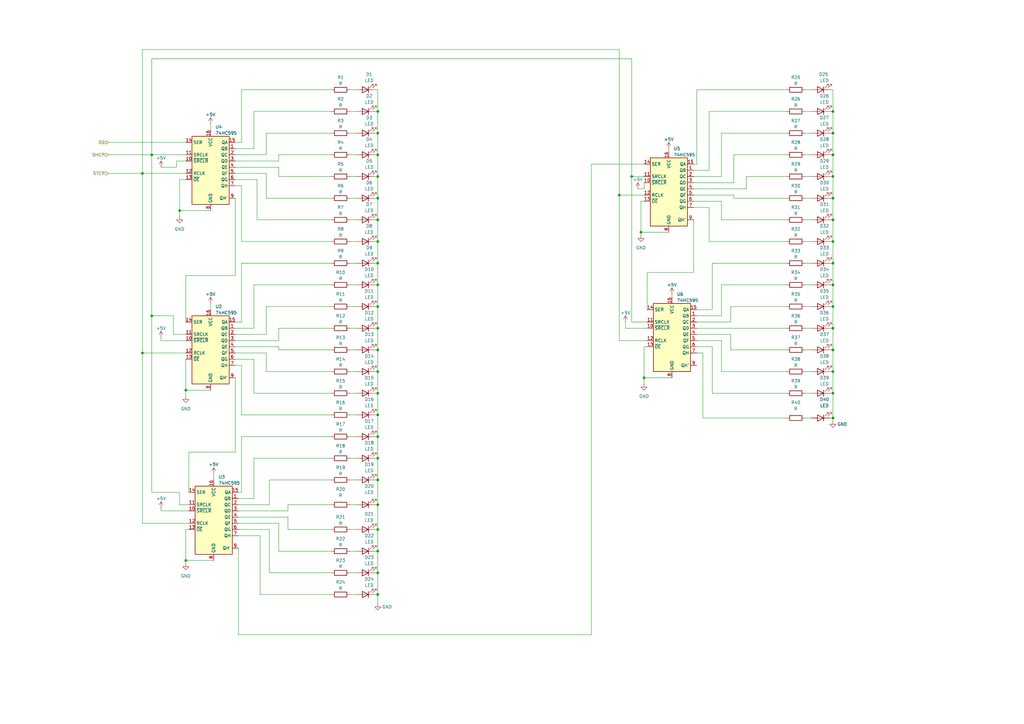
<source format=kicad_sch>
(kicad_sch (version 20230121) (generator eeschema)

  (uuid bac85ec6-e246-45dd-b8b6-e6f716206110)

  (paper "A3")

  (lib_symbols
    (symbol "74xx:74HC595" (in_bom yes) (on_board yes)
      (property "Reference" "U" (at -7.62 13.97 0)
        (effects (font (size 1.27 1.27)))
      )
      (property "Value" "74HC595" (at -7.62 -16.51 0)
        (effects (font (size 1.27 1.27)))
      )
      (property "Footprint" "" (at 0 0 0)
        (effects (font (size 1.27 1.27)) hide)
      )
      (property "Datasheet" "http://www.ti.com/lit/ds/symlink/sn74hc595.pdf" (at 0 0 0)
        (effects (font (size 1.27 1.27)) hide)
      )
      (property "ki_keywords" "HCMOS SR 3State" (at 0 0 0)
        (effects (font (size 1.27 1.27)) hide)
      )
      (property "ki_description" "8-bit serial in/out Shift Register 3-State Outputs" (at 0 0 0)
        (effects (font (size 1.27 1.27)) hide)
      )
      (property "ki_fp_filters" "DIP*W7.62mm* SOIC*3.9x9.9mm*P1.27mm* TSSOP*4.4x5mm*P0.65mm* SOIC*5.3x10.2mm*P1.27mm* SOIC*7.5x10.3mm*P1.27mm*" (at 0 0 0)
        (effects (font (size 1.27 1.27)) hide)
      )
      (symbol "74HC595_1_0"
        (pin tri_state line (at 10.16 7.62 180) (length 2.54)
          (name "QB" (effects (font (size 1.27 1.27))))
          (number "1" (effects (font (size 1.27 1.27))))
        )
        (pin input line (at -10.16 2.54 0) (length 2.54)
          (name "~{SRCLR}" (effects (font (size 1.27 1.27))))
          (number "10" (effects (font (size 1.27 1.27))))
        )
        (pin input line (at -10.16 5.08 0) (length 2.54)
          (name "SRCLK" (effects (font (size 1.27 1.27))))
          (number "11" (effects (font (size 1.27 1.27))))
        )
        (pin input line (at -10.16 -2.54 0) (length 2.54)
          (name "RCLK" (effects (font (size 1.27 1.27))))
          (number "12" (effects (font (size 1.27 1.27))))
        )
        (pin input line (at -10.16 -5.08 0) (length 2.54)
          (name "~{OE}" (effects (font (size 1.27 1.27))))
          (number "13" (effects (font (size 1.27 1.27))))
        )
        (pin input line (at -10.16 10.16 0) (length 2.54)
          (name "SER" (effects (font (size 1.27 1.27))))
          (number "14" (effects (font (size 1.27 1.27))))
        )
        (pin tri_state line (at 10.16 10.16 180) (length 2.54)
          (name "QA" (effects (font (size 1.27 1.27))))
          (number "15" (effects (font (size 1.27 1.27))))
        )
        (pin power_in line (at 0 15.24 270) (length 2.54)
          (name "VCC" (effects (font (size 1.27 1.27))))
          (number "16" (effects (font (size 1.27 1.27))))
        )
        (pin tri_state line (at 10.16 5.08 180) (length 2.54)
          (name "QC" (effects (font (size 1.27 1.27))))
          (number "2" (effects (font (size 1.27 1.27))))
        )
        (pin tri_state line (at 10.16 2.54 180) (length 2.54)
          (name "QD" (effects (font (size 1.27 1.27))))
          (number "3" (effects (font (size 1.27 1.27))))
        )
        (pin tri_state line (at 10.16 0 180) (length 2.54)
          (name "QE" (effects (font (size 1.27 1.27))))
          (number "4" (effects (font (size 1.27 1.27))))
        )
        (pin tri_state line (at 10.16 -2.54 180) (length 2.54)
          (name "QF" (effects (font (size 1.27 1.27))))
          (number "5" (effects (font (size 1.27 1.27))))
        )
        (pin tri_state line (at 10.16 -5.08 180) (length 2.54)
          (name "QG" (effects (font (size 1.27 1.27))))
          (number "6" (effects (font (size 1.27 1.27))))
        )
        (pin tri_state line (at 10.16 -7.62 180) (length 2.54)
          (name "QH" (effects (font (size 1.27 1.27))))
          (number "7" (effects (font (size 1.27 1.27))))
        )
        (pin power_in line (at 0 -17.78 90) (length 2.54)
          (name "GND" (effects (font (size 1.27 1.27))))
          (number "8" (effects (font (size 1.27 1.27))))
        )
        (pin output line (at 10.16 -12.7 180) (length 2.54)
          (name "QH'" (effects (font (size 1.27 1.27))))
          (number "9" (effects (font (size 1.27 1.27))))
        )
      )
      (symbol "74HC595_1_1"
        (rectangle (start -7.62 12.7) (end 7.62 -15.24)
          (stroke (width 0.254) (type default))
          (fill (type background))
        )
      )
    )
    (symbol "Device:LED" (pin_numbers hide) (pin_names (offset 1.016) hide) (in_bom yes) (on_board yes)
      (property "Reference" "D" (at 0 2.54 0)
        (effects (font (size 1.27 1.27)))
      )
      (property "Value" "LED" (at 0 -2.54 0)
        (effects (font (size 1.27 1.27)))
      )
      (property "Footprint" "" (at 0 0 0)
        (effects (font (size 1.27 1.27)) hide)
      )
      (property "Datasheet" "~" (at 0 0 0)
        (effects (font (size 1.27 1.27)) hide)
      )
      (property "ki_keywords" "LED diode" (at 0 0 0)
        (effects (font (size 1.27 1.27)) hide)
      )
      (property "ki_description" "Light emitting diode" (at 0 0 0)
        (effects (font (size 1.27 1.27)) hide)
      )
      (property "ki_fp_filters" "LED* LED_SMD:* LED_THT:*" (at 0 0 0)
        (effects (font (size 1.27 1.27)) hide)
      )
      (symbol "LED_0_1"
        (polyline
          (pts
            (xy -1.27 -1.27)
            (xy -1.27 1.27)
          )
          (stroke (width 0.254) (type default))
          (fill (type none))
        )
        (polyline
          (pts
            (xy -1.27 0)
            (xy 1.27 0)
          )
          (stroke (width 0) (type default))
          (fill (type none))
        )
        (polyline
          (pts
            (xy 1.27 -1.27)
            (xy 1.27 1.27)
            (xy -1.27 0)
            (xy 1.27 -1.27)
          )
          (stroke (width 0.254) (type default))
          (fill (type none))
        )
        (polyline
          (pts
            (xy -3.048 -0.762)
            (xy -4.572 -2.286)
            (xy -3.81 -2.286)
            (xy -4.572 -2.286)
            (xy -4.572 -1.524)
          )
          (stroke (width 0) (type default))
          (fill (type none))
        )
        (polyline
          (pts
            (xy -1.778 -0.762)
            (xy -3.302 -2.286)
            (xy -2.54 -2.286)
            (xy -3.302 -2.286)
            (xy -3.302 -1.524)
          )
          (stroke (width 0) (type default))
          (fill (type none))
        )
      )
      (symbol "LED_1_1"
        (pin passive line (at -3.81 0 0) (length 2.54)
          (name "K" (effects (font (size 1.27 1.27))))
          (number "1" (effects (font (size 1.27 1.27))))
        )
        (pin passive line (at 3.81 0 180) (length 2.54)
          (name "A" (effects (font (size 1.27 1.27))))
          (number "2" (effects (font (size 1.27 1.27))))
        )
      )
    )
    (symbol "Device:R" (pin_numbers hide) (pin_names (offset 0)) (in_bom yes) (on_board yes)
      (property "Reference" "R" (at 2.032 0 90)
        (effects (font (size 1.27 1.27)))
      )
      (property "Value" "R" (at 0 0 90)
        (effects (font (size 1.27 1.27)))
      )
      (property "Footprint" "" (at -1.778 0 90)
        (effects (font (size 1.27 1.27)) hide)
      )
      (property "Datasheet" "~" (at 0 0 0)
        (effects (font (size 1.27 1.27)) hide)
      )
      (property "ki_keywords" "R res resistor" (at 0 0 0)
        (effects (font (size 1.27 1.27)) hide)
      )
      (property "ki_description" "Resistor" (at 0 0 0)
        (effects (font (size 1.27 1.27)) hide)
      )
      (property "ki_fp_filters" "R_*" (at 0 0 0)
        (effects (font (size 1.27 1.27)) hide)
      )
      (symbol "R_0_1"
        (rectangle (start -1.016 -2.54) (end 1.016 2.54)
          (stroke (width 0.254) (type default))
          (fill (type none))
        )
      )
      (symbol "R_1_1"
        (pin passive line (at 0 3.81 270) (length 1.27)
          (name "~" (effects (font (size 1.27 1.27))))
          (number "1" (effects (font (size 1.27 1.27))))
        )
        (pin passive line (at 0 -3.81 90) (length 1.27)
          (name "~" (effects (font (size 1.27 1.27))))
          (number "2" (effects (font (size 1.27 1.27))))
        )
      )
    )
    (symbol "power:+5V" (power) (pin_names (offset 0)) (in_bom yes) (on_board yes)
      (property "Reference" "#PWR" (at 0 -3.81 0)
        (effects (font (size 1.27 1.27)) hide)
      )
      (property "Value" "+5V" (at 0 3.556 0)
        (effects (font (size 1.27 1.27)))
      )
      (property "Footprint" "" (at 0 0 0)
        (effects (font (size 1.27 1.27)) hide)
      )
      (property "Datasheet" "" (at 0 0 0)
        (effects (font (size 1.27 1.27)) hide)
      )
      (property "ki_keywords" "global power" (at 0 0 0)
        (effects (font (size 1.27 1.27)) hide)
      )
      (property "ki_description" "Power symbol creates a global label with name \"+5V\"" (at 0 0 0)
        (effects (font (size 1.27 1.27)) hide)
      )
      (symbol "+5V_0_1"
        (polyline
          (pts
            (xy -0.762 1.27)
            (xy 0 2.54)
          )
          (stroke (width 0) (type default))
          (fill (type none))
        )
        (polyline
          (pts
            (xy 0 0)
            (xy 0 2.54)
          )
          (stroke (width 0) (type default))
          (fill (type none))
        )
        (polyline
          (pts
            (xy 0 2.54)
            (xy 0.762 1.27)
          )
          (stroke (width 0) (type default))
          (fill (type none))
        )
      )
      (symbol "+5V_1_1"
        (pin power_in line (at 0 0 90) (length 0) hide
          (name "+5V" (effects (font (size 1.27 1.27))))
          (number "1" (effects (font (size 1.27 1.27))))
        )
      )
    )
    (symbol "power:GND" (power) (pin_names (offset 0)) (in_bom yes) (on_board yes)
      (property "Reference" "#PWR" (at 0 -6.35 0)
        (effects (font (size 1.27 1.27)) hide)
      )
      (property "Value" "GND" (at 0 -3.81 0)
        (effects (font (size 1.27 1.27)))
      )
      (property "Footprint" "" (at 0 0 0)
        (effects (font (size 1.27 1.27)) hide)
      )
      (property "Datasheet" "" (at 0 0 0)
        (effects (font (size 1.27 1.27)) hide)
      )
      (property "ki_keywords" "global power" (at 0 0 0)
        (effects (font (size 1.27 1.27)) hide)
      )
      (property "ki_description" "Power symbol creates a global label with name \"GND\" , ground" (at 0 0 0)
        (effects (font (size 1.27 1.27)) hide)
      )
      (symbol "GND_0_1"
        (polyline
          (pts
            (xy 0 0)
            (xy 0 -1.27)
            (xy 1.27 -1.27)
            (xy 0 -2.54)
            (xy -1.27 -1.27)
            (xy 0 -1.27)
          )
          (stroke (width 0) (type default))
          (fill (type none))
        )
      )
      (symbol "GND_1_1"
        (pin power_in line (at 0 0 270) (length 0) hide
          (name "GND" (effects (font (size 1.27 1.27))))
          (number "1" (effects (font (size 1.27 1.27))))
        )
      )
    )
  )

  (junction (at 154.94 187.96) (diameter 0) (color 0 0 0 0)
    (uuid 00e4c7da-f25e-4c8b-a8cd-e786ec99e120)
  )
  (junction (at 341.63 81.28) (diameter 0) (color 0 0 0 0)
    (uuid 01f7a822-22ef-4680-ae74-2bf5d7ccc248)
  )
  (junction (at 154.94 99.06) (diameter 0) (color 0 0 0 0)
    (uuid 03f61eb3-941a-471a-9b5c-cdfab7b7c7bd)
  )
  (junction (at 154.94 134.62) (diameter 0) (color 0 0 0 0)
    (uuid 0f16be0a-4dca-44e1-80f5-39e7bbf4abb0)
  )
  (junction (at 154.94 179.07) (diameter 0) (color 0 0 0 0)
    (uuid 12d23a2d-f46a-4060-9907-0e168a801720)
  )
  (junction (at 154.94 116.84) (diameter 0) (color 0 0 0 0)
    (uuid 13da11a1-9fb5-4873-b987-a108bc7fd794)
  )
  (junction (at 154.94 81.28) (diameter 0) (color 0 0 0 0)
    (uuid 1438e37b-b129-4c99-820c-0b47deca93a8)
  )
  (junction (at 341.63 116.84) (diameter 0) (color 0 0 0 0)
    (uuid 1e3ba6d1-ba1b-4d88-b7c3-1937e8f3cc8b)
  )
  (junction (at 58.42 71.12) (diameter 0) (color 0 0 0 0)
    (uuid 29510db7-ad25-4c67-be5f-41b93b657a1e)
  )
  (junction (at 341.63 171.45) (diameter 0) (color 0 0 0 0)
    (uuid 296e6660-9b29-4280-a31e-fd2c232fd899)
  )
  (junction (at 154.94 226.06) (diameter 0) (color 0 0 0 0)
    (uuid 3a0d4b26-9699-4fad-94c7-bb1ab4b2dc2a)
  )
  (junction (at 154.94 54.61) (diameter 0) (color 0 0 0 0)
    (uuid 3a373a7c-ddc0-4715-91d2-19b008d4f4a5)
  )
  (junction (at 154.94 107.95) (diameter 0) (color 0 0 0 0)
    (uuid 431e9ea8-af53-4afa-b898-72840c8179de)
  )
  (junction (at 154.94 217.17) (diameter 0) (color 0 0 0 0)
    (uuid 46cf11b4-7118-44f4-a7ba-ef6f45a3b127)
  )
  (junction (at 341.63 125.73) (diameter 0) (color 0 0 0 0)
    (uuid 4f284171-619f-47ea-b293-dc14702e53f4)
  )
  (junction (at 154.94 196.85) (diameter 0) (color 0 0 0 0)
    (uuid 52f7cfcd-7fb4-4083-9647-08f7e78353e1)
  )
  (junction (at 341.63 45.72) (diameter 0) (color 0 0 0 0)
    (uuid 59ba161b-d079-4c7d-9929-3438556d1a77)
  )
  (junction (at 76.2 160.02) (diameter 0) (color 0 0 0 0)
    (uuid 5fe1f69f-f649-4bdf-9c80-00ca560f4176)
  )
  (junction (at 341.63 63.5) (diameter 0) (color 0 0 0 0)
    (uuid 6a624544-2dc9-447a-af47-2be0bc96bf8c)
  )
  (junction (at 154.94 143.51) (diameter 0) (color 0 0 0 0)
    (uuid 6d07ec19-4379-48a8-91ca-467155dfbb6a)
  )
  (junction (at 154.94 90.17) (diameter 0) (color 0 0 0 0)
    (uuid 6d76c649-1a1d-47e0-9bd8-a1d0e584ed9b)
  )
  (junction (at 341.63 99.06) (diameter 0) (color 0 0 0 0)
    (uuid 7362f22d-2d10-4e00-8e4e-88dc28bd4e35)
  )
  (junction (at 341.63 72.39) (diameter 0) (color 0 0 0 0)
    (uuid 73e51b45-daef-48ff-80af-6468f07b68eb)
  )
  (junction (at 341.63 134.62) (diameter 0) (color 0 0 0 0)
    (uuid 7706dba1-79fc-498b-a318-abaa7650e101)
  )
  (junction (at 254 80.01) (diameter 0) (color 0 0 0 0)
    (uuid 80923fd5-34a3-4544-a54d-3c17bf9b2b30)
  )
  (junction (at 341.63 143.51) (diameter 0) (color 0 0 0 0)
    (uuid 8879d315-5464-42bf-8cc9-241aa5e5ab27)
  )
  (junction (at 154.94 72.39) (diameter 0) (color 0 0 0 0)
    (uuid 8d136be8-83c3-4bc6-b176-b86d467d1e33)
  )
  (junction (at 154.94 125.73) (diameter 0) (color 0 0 0 0)
    (uuid 8e677e0a-29b4-4e91-a369-fc87b417f9ee)
  )
  (junction (at 76.2 229.87) (diameter 0) (color 0 0 0 0)
    (uuid 8f7ed6f5-d8f1-418b-b6c3-ae779f8c1c11)
  )
  (junction (at 154.94 207.01) (diameter 0) (color 0 0 0 0)
    (uuid 91a09015-961f-46c7-8e7a-f3007c163be0)
  )
  (junction (at 62.23 63.5) (diameter 0) (color 0 0 0 0)
    (uuid 92c1ff91-bc09-42b8-8693-475cd25bb874)
  )
  (junction (at 341.63 107.95) (diameter 0) (color 0 0 0 0)
    (uuid a047a760-9fa5-4def-b488-d35e4cefc188)
  )
  (junction (at 264.16 154.94) (diameter 0) (color 0 0 0 0)
    (uuid a1bd9e2b-0525-4d7c-bfb9-cbb7250bca8f)
  )
  (junction (at 262.89 95.25) (diameter 0) (color 0 0 0 0)
    (uuid a6a3682d-0063-463d-b40e-3fc025e4810d)
  )
  (junction (at 259.08 72.39) (diameter 0) (color 0 0 0 0)
    (uuid aaa15787-6e12-44f1-8519-533ed6c34184)
  )
  (junction (at 341.63 161.29) (diameter 0) (color 0 0 0 0)
    (uuid af67b353-31ba-4d41-b18c-c4db0c52ceef)
  )
  (junction (at 154.94 45.72) (diameter 0) (color 0 0 0 0)
    (uuid b12b1ad1-8afa-4bc4-8e43-9bc9934cf413)
  )
  (junction (at 73.66 86.36) (diameter 0) (color 0 0 0 0)
    (uuid b6413057-70d3-4bea-bc0b-606a1dc8debc)
  )
  (junction (at 62.23 129.54) (diameter 0) (color 0 0 0 0)
    (uuid b8b676ad-49f5-4110-94a4-272d443b9181)
  )
  (junction (at 341.63 152.4) (diameter 0) (color 0 0 0 0)
    (uuid bc8f01af-1d25-4aee-9bbe-e6c1884d6d88)
  )
  (junction (at 154.94 170.18) (diameter 0) (color 0 0 0 0)
    (uuid d66283fb-6e08-42eb-b26f-76639e8438a3)
  )
  (junction (at 58.42 144.78) (diameter 0) (color 0 0 0 0)
    (uuid d80141d7-b6a9-4e38-b7e0-04948fb37216)
  )
  (junction (at 341.63 54.61) (diameter 0) (color 0 0 0 0)
    (uuid de915c39-9303-4d8a-afab-f0b289aac6a7)
  )
  (junction (at 154.94 243.84) (diameter 0) (color 0 0 0 0)
    (uuid e2032902-9929-4392-b412-49c9958d2548)
  )
  (junction (at 154.94 152.4) (diameter 0) (color 0 0 0 0)
    (uuid e4b5e124-b451-4166-8742-c51628b6719e)
  )
  (junction (at 154.94 234.95) (diameter 0) (color 0 0 0 0)
    (uuid e57ac6b5-5c17-4f1a-9985-94a7789ef3e6)
  )
  (junction (at 154.94 161.29) (diameter 0) (color 0 0 0 0)
    (uuid e655ee2a-3ea0-4eb9-854c-c3849bfb3b72)
  )
  (junction (at 341.63 90.17) (diameter 0) (color 0 0 0 0)
    (uuid f375371c-04c9-492d-b807-db5c3f320dab)
  )
  (junction (at 154.94 63.5) (diameter 0) (color 0 0 0 0)
    (uuid fee2e6ac-53d9-498f-ab78-0c049da5855f)
  )

  (wire (pts (xy 109.22 144.78) (xy 109.22 152.4))
    (stroke (width 0) (type default))
    (uuid 01de37fe-4f7e-4119-9fed-44bb58cc9301)
  )
  (wire (pts (xy 341.63 116.84) (xy 340.36 116.84))
    (stroke (width 0) (type default))
    (uuid 04ab9d9c-a66f-448f-bb48-d8bd613ff4ba)
  )
  (wire (pts (xy 97.79 204.47) (xy 104.14 204.47))
    (stroke (width 0) (type default))
    (uuid 0653fdd3-234d-44f9-9ef2-65056c95f198)
  )
  (wire (pts (xy 341.63 107.95) (xy 341.63 116.84))
    (stroke (width 0) (type default))
    (uuid 07c8e8e3-2ab2-4860-8c04-2124c3df104b)
  )
  (wire (pts (xy 264.16 77.47) (xy 264.16 74.93))
    (stroke (width 0) (type default))
    (uuid 07dacfde-0b3f-45c0-8921-10d1b6b7c31d)
  )
  (wire (pts (xy 154.94 63.5) (xy 154.94 72.39))
    (stroke (width 0) (type default))
    (uuid 0d6fe35a-9884-492a-8aa2-edc89409b7c7)
  )
  (wire (pts (xy 97.79 260.35) (xy 97.79 224.79))
    (stroke (width 0) (type default))
    (uuid 0d8b7360-1be6-4811-b09a-f24491ec4930)
  )
  (wire (pts (xy 341.63 134.62) (xy 340.36 134.62))
    (stroke (width 0) (type default))
    (uuid 0f4dd5d8-a836-418e-9a6f-73b04aa649bb)
  )
  (wire (pts (xy 285.75 127) (xy 292.1 127))
    (stroke (width 0) (type default))
    (uuid 11b0cb0a-d2fd-48f9-bb58-8debc8ee8ace)
  )
  (wire (pts (xy 143.51 243.84) (xy 146.05 243.84))
    (stroke (width 0) (type default))
    (uuid 121f3525-e12f-4586-b0a3-d8791d1d10e2)
  )
  (wire (pts (xy 154.94 125.73) (xy 153.67 125.73))
    (stroke (width 0) (type default))
    (uuid 125f0135-0e26-4e51-8358-df4ca396388b)
  )
  (wire (pts (xy 114.3 214.63) (xy 114.3 226.06))
    (stroke (width 0) (type default))
    (uuid 133be47d-d9c1-461f-9d09-a8f141b98918)
  )
  (wire (pts (xy 341.63 36.83) (xy 341.63 45.72))
    (stroke (width 0) (type default))
    (uuid 133e7ac3-4eb9-4ad0-981c-9f19ee9cfc60)
  )
  (wire (pts (xy 330.2 161.29) (xy 332.74 161.29))
    (stroke (width 0) (type default))
    (uuid 140792cc-8c01-492d-af40-776410fa3fa9)
  )
  (wire (pts (xy 99.06 179.07) (xy 135.89 179.07))
    (stroke (width 0) (type default))
    (uuid 1433c34e-487d-428b-a1cc-82ce234e3633)
  )
  (wire (pts (xy 330.2 171.45) (xy 332.74 171.45))
    (stroke (width 0) (type default))
    (uuid 15600e7e-58c6-43d9-955d-f69200ea861f)
  )
  (wire (pts (xy 114.3 139.7) (xy 114.3 134.62))
    (stroke (width 0) (type default))
    (uuid 1579ba45-2d68-4960-b9b7-dfc4d3465e54)
  )
  (wire (pts (xy 154.94 161.29) (xy 154.94 170.18))
    (stroke (width 0) (type default))
    (uuid 15c8b868-051d-43b2-973b-38ffc9ff09b5)
  )
  (wire (pts (xy 114.3 142.24) (xy 114.3 143.51))
    (stroke (width 0) (type default))
    (uuid 15dcf54f-9284-4b1d-908e-0700015b977a)
  )
  (wire (pts (xy 44.45 63.5) (xy 62.23 63.5))
    (stroke (width 0) (type default))
    (uuid 1602c87c-c14a-4541-b8e2-d987bc885065)
  )
  (wire (pts (xy 44.45 58.42) (xy 76.2 58.42))
    (stroke (width 0) (type default))
    (uuid 1714274b-f89b-4786-bb76-997401db6f16)
  )
  (wire (pts (xy 105.41 90.17) (xy 135.89 90.17))
    (stroke (width 0) (type default))
    (uuid 1783de05-6034-47a2-bed2-b01fc4fb5197)
  )
  (wire (pts (xy 99.06 107.95) (xy 135.89 107.95))
    (stroke (width 0) (type default))
    (uuid 1794d609-cec4-4e3b-8a4f-ddbc0e79a8fa)
  )
  (wire (pts (xy 143.51 207.01) (xy 146.05 207.01))
    (stroke (width 0) (type default))
    (uuid 17cf93fa-70a4-4e7b-ba1c-402f5d552a3a)
  )
  (wire (pts (xy 154.94 81.28) (xy 154.94 90.17))
    (stroke (width 0) (type default))
    (uuid 180e18ef-d627-4b21-ad8f-4fd2faf3c05d)
  )
  (wire (pts (xy 109.22 152.4) (xy 135.89 152.4))
    (stroke (width 0) (type default))
    (uuid 190d484e-cce6-4678-be37-54391eade39c)
  )
  (wire (pts (xy 154.94 45.72) (xy 153.67 45.72))
    (stroke (width 0) (type default))
    (uuid 19a7b0f0-45d2-4fd9-be59-2d0bea47f1b8)
  )
  (wire (pts (xy 143.51 81.28) (xy 146.05 81.28))
    (stroke (width 0) (type default))
    (uuid 19f2f7af-1022-4cf9-a5f0-2d10a79a649d)
  )
  (wire (pts (xy 341.63 134.62) (xy 341.63 143.51))
    (stroke (width 0) (type default))
    (uuid 1a2aaf3f-30c5-48c2-971e-60f1f6b1b0d8)
  )
  (wire (pts (xy 58.42 144.78) (xy 58.42 214.63))
    (stroke (width 0) (type default))
    (uuid 1c3f4be2-1d69-4e03-88ec-9d579c450bb2)
  )
  (wire (pts (xy 254 20.32) (xy 254 80.01))
    (stroke (width 0) (type default))
    (uuid 1ead3457-55fc-4c6d-943e-c0afc02d798a)
  )
  (wire (pts (xy 330.2 143.51) (xy 332.74 143.51))
    (stroke (width 0) (type default))
    (uuid 1f8ee25d-fddb-4f5d-92dd-94031275caee)
  )
  (wire (pts (xy 275.59 120.65) (xy 275.59 121.92))
    (stroke (width 0) (type default))
    (uuid 1fc8e732-1f7c-4709-b459-7e5ce229145b)
  )
  (wire (pts (xy 66.04 138.43) (xy 66.04 139.7))
    (stroke (width 0) (type default))
    (uuid 205a8713-e29a-4812-8c8e-5cf2b768af2e)
  )
  (wire (pts (xy 154.94 72.39) (xy 153.67 72.39))
    (stroke (width 0) (type default))
    (uuid 2077109e-0eee-4657-b11f-c39c805c2c7d)
  )
  (wire (pts (xy 341.63 63.5) (xy 341.63 72.39))
    (stroke (width 0) (type default))
    (uuid 21172839-69e0-43ff-bcb6-2316d7f5b223)
  )
  (wire (pts (xy 104.14 45.72) (xy 135.89 45.72))
    (stroke (width 0) (type default))
    (uuid 22805968-9109-405a-bb2b-22baa3aea814)
  )
  (wire (pts (xy 264.16 157.48) (xy 264.16 154.94))
    (stroke (width 0) (type default))
    (uuid 22965787-9c6a-43ad-a345-29496ec9c39f)
  )
  (wire (pts (xy 341.63 125.73) (xy 340.36 125.73))
    (stroke (width 0) (type default))
    (uuid 2374006b-abe0-46fd-ae30-c937c1cc8dbc)
  )
  (wire (pts (xy 143.51 36.83) (xy 146.05 36.83))
    (stroke (width 0) (type default))
    (uuid 2529b549-9cc5-46d5-9327-8eb6fc9088a9)
  )
  (wire (pts (xy 300.99 80.01) (xy 300.99 81.28))
    (stroke (width 0) (type default))
    (uuid 269b43f4-5e50-4a83-b969-88afaa4c203a)
  )
  (wire (pts (xy 71.12 137.16) (xy 71.12 129.54))
    (stroke (width 0) (type default))
    (uuid 27d8b262-f0ab-4a2f-86f5-fb63a8df7dc6)
  )
  (wire (pts (xy 143.51 170.18) (xy 146.05 170.18))
    (stroke (width 0) (type default))
    (uuid 2a0a58ab-6000-4756-8124-65b6d51a4361)
  )
  (wire (pts (xy 76.2 160.02) (xy 86.36 160.02))
    (stroke (width 0) (type default))
    (uuid 2a251c73-0a01-4a7c-bdb7-222c89768e2d)
  )
  (wire (pts (xy 99.06 149.86) (xy 99.06 170.18))
    (stroke (width 0) (type default))
    (uuid 2b5fcf17-51e5-4448-9a1f-aff76edd8d84)
  )
  (wire (pts (xy 154.94 161.29) (xy 153.67 161.29))
    (stroke (width 0) (type default))
    (uuid 2cd901dc-9122-4b49-bbb4-4155ff85d2c3)
  )
  (wire (pts (xy 330.2 36.83) (xy 332.74 36.83))
    (stroke (width 0) (type default))
    (uuid 2d7e2970-cfd7-47b4-8af7-4252af3a7848)
  )
  (wire (pts (xy 265.43 139.7) (xy 254 139.7))
    (stroke (width 0) (type default))
    (uuid 2d8183af-7278-4be1-a3fa-64b556c35102)
  )
  (wire (pts (xy 154.94 234.95) (xy 154.94 243.84))
    (stroke (width 0) (type default))
    (uuid 2ed614b3-1d15-4fdb-a89d-1ae726d83800)
  )
  (wire (pts (xy 341.63 54.61) (xy 340.36 54.61))
    (stroke (width 0) (type default))
    (uuid 301602fa-65b7-4771-93d4-1f489322ec1f)
  )
  (wire (pts (xy 66.04 208.28) (xy 66.04 209.55))
    (stroke (width 0) (type default))
    (uuid 31de5c91-7d62-45fe-8464-7b4bbd1cefd0)
  )
  (wire (pts (xy 295.91 54.61) (xy 322.58 54.61))
    (stroke (width 0) (type default))
    (uuid 3225d860-a705-4fda-b007-3943cccded16)
  )
  (wire (pts (xy 330.2 81.28) (xy 332.74 81.28))
    (stroke (width 0) (type default))
    (uuid 328a61b5-2be8-4efc-bd61-c68780cc1417)
  )
  (wire (pts (xy 330.2 45.72) (xy 332.74 45.72))
    (stroke (width 0) (type default))
    (uuid 329e53b6-17f1-41bc-bd3b-b123d77cd0b2)
  )
  (wire (pts (xy 341.63 99.06) (xy 341.63 107.95))
    (stroke (width 0) (type default))
    (uuid 3376f9e6-5d74-4f74-acef-fe268665d507)
  )
  (wire (pts (xy 62.23 24.13) (xy 259.08 24.13))
    (stroke (width 0) (type default))
    (uuid 341943a4-8f4a-4040-a942-71d1bb5f16e9)
  )
  (wire (pts (xy 97.79 260.35) (xy 242.57 260.35))
    (stroke (width 0) (type default))
    (uuid 34dd512f-1d93-4c85-a9e2-5be012c456dc)
  )
  (wire (pts (xy 285.75 129.54) (xy 295.91 129.54))
    (stroke (width 0) (type default))
    (uuid 355bb67f-bdd2-471e-97ea-ce3f66eccdf2)
  )
  (wire (pts (xy 96.52 73.66) (xy 105.41 73.66))
    (stroke (width 0) (type default))
    (uuid 35a3a0f7-d060-4bba-ba2c-999f12142fae)
  )
  (wire (pts (xy 76.2 73.66) (xy 73.66 73.66))
    (stroke (width 0) (type default))
    (uuid 36c5b435-0275-4e50-80b1-d6007aed37a9)
  )
  (wire (pts (xy 154.94 217.17) (xy 154.94 226.06))
    (stroke (width 0) (type default))
    (uuid 37c7f240-743c-42b9-ae9f-f8739465081f)
  )
  (wire (pts (xy 143.51 143.51) (xy 146.05 143.51))
    (stroke (width 0) (type default))
    (uuid 38bdb9d9-eff9-4098-a76b-3fabce64e6d1)
  )
  (wire (pts (xy 285.75 134.62) (xy 322.58 134.62))
    (stroke (width 0) (type default))
    (uuid 3a20bc36-9201-4952-9b48-5a1afd1a8c2b)
  )
  (wire (pts (xy 106.68 243.84) (xy 135.89 243.84))
    (stroke (width 0) (type default))
    (uuid 3b559000-a677-424a-b51d-02cd66e005e0)
  )
  (wire (pts (xy 58.42 20.32) (xy 58.42 71.12))
    (stroke (width 0) (type default))
    (uuid 3c3f94b9-7714-42fc-93f3-5e57612c20ca)
  )
  (wire (pts (xy 254 139.7) (xy 254 80.01))
    (stroke (width 0) (type default))
    (uuid 3c4286b9-c5a5-475b-9fe2-b28a98d9cbbb)
  )
  (wire (pts (xy 154.94 36.83) (xy 153.67 36.83))
    (stroke (width 0) (type default))
    (uuid 3d88a73a-d8ac-415d-be2a-9a503d3bf770)
  )
  (wire (pts (xy 262.89 95.25) (xy 274.32 95.25))
    (stroke (width 0) (type default))
    (uuid 3dc261fb-daea-4b67-be3a-9567f7e7c5ee)
  )
  (wire (pts (xy 154.94 152.4) (xy 154.94 161.29))
    (stroke (width 0) (type default))
    (uuid 3e91a46f-83d4-4456-9414-f72ccc269de8)
  )
  (wire (pts (xy 341.63 116.84) (xy 341.63 125.73))
    (stroke (width 0) (type default))
    (uuid 3eeeb7f4-9302-4fa4-bff6-0d77d1082a32)
  )
  (wire (pts (xy 285.75 142.24) (xy 292.1 142.24))
    (stroke (width 0) (type default))
    (uuid 40d4957d-d306-4abb-ad8f-3adc50c5cc6a)
  )
  (wire (pts (xy 62.23 63.5) (xy 76.2 63.5))
    (stroke (width 0) (type default))
    (uuid 43cd820f-86a9-4452-bfbc-4a0ef31d3a42)
  )
  (wire (pts (xy 284.48 90.17) (xy 284.48 111.76))
    (stroke (width 0) (type default))
    (uuid 43ea4f0f-7a4b-4108-a23b-21f52f2f33bc)
  )
  (wire (pts (xy 118.11 209.55) (xy 118.11 207.01))
    (stroke (width 0) (type default))
    (uuid 44a123dc-d789-4f4c-92b9-f299f89c8142)
  )
  (wire (pts (xy 341.63 143.51) (xy 341.63 152.4))
    (stroke (width 0) (type default))
    (uuid 44e41dc0-e553-4b0a-a2eb-e7bfd3191a5d)
  )
  (wire (pts (xy 114.3 134.62) (xy 135.89 134.62))
    (stroke (width 0) (type default))
    (uuid 44e82c3a-3dd5-4c15-8395-dd67474e7377)
  )
  (wire (pts (xy 106.68 219.71) (xy 106.68 243.84))
    (stroke (width 0) (type default))
    (uuid 4990be12-c4a7-4f9f-9aca-149585448acb)
  )
  (wire (pts (xy 77.47 217.17) (xy 76.2 217.17))
    (stroke (width 0) (type default))
    (uuid 4a13af2c-bddc-40ba-950f-494dc1af6781)
  )
  (wire (pts (xy 118.11 207.01) (xy 135.89 207.01))
    (stroke (width 0) (type default))
    (uuid 4b293c82-ab3a-4e76-bff0-0823bd4a3a9a)
  )
  (wire (pts (xy 285.75 67.31) (xy 285.75 36.83))
    (stroke (width 0) (type default))
    (uuid 4bc8952e-3b7f-4010-83c3-d0090bbdd67e)
  )
  (wire (pts (xy 154.94 143.51) (xy 154.94 152.4))
    (stroke (width 0) (type default))
    (uuid 4c1cfbd2-f407-4dd4-bd66-a06232e9d2bf)
  )
  (wire (pts (xy 143.51 234.95) (xy 146.05 234.95))
    (stroke (width 0) (type default))
    (uuid 4c6df490-21d2-4f86-84fd-48997f001d6d)
  )
  (wire (pts (xy 341.63 90.17) (xy 341.63 99.06))
    (stroke (width 0) (type default))
    (uuid 4c8abc17-8113-484b-b211-fef2c3c2ea4b)
  )
  (wire (pts (xy 285.75 144.78) (xy 288.29 144.78))
    (stroke (width 0) (type default))
    (uuid 4ea9b0db-79a6-474b-bff8-35f8c30472ac)
  )
  (wire (pts (xy 104.14 60.96) (xy 104.14 45.72))
    (stroke (width 0) (type default))
    (uuid 4f95435d-1213-4f9c-b898-e783b10863aa)
  )
  (wire (pts (xy 154.94 226.06) (xy 153.67 226.06))
    (stroke (width 0) (type default))
    (uuid 5009f589-0eaf-4281-8066-5548c8f2a779)
  )
  (wire (pts (xy 264.16 154.94) (xy 264.16 142.24))
    (stroke (width 0) (type default))
    (uuid 50b5f0d0-cbc6-4e78-9a44-d34fcddb5ca3)
  )
  (wire (pts (xy 76.2 147.32) (xy 76.2 160.02))
    (stroke (width 0) (type default))
    (uuid 511087cd-a296-4563-93c6-77870a7c0706)
  )
  (wire (pts (xy 292.1 161.29) (xy 322.58 161.29))
    (stroke (width 0) (type default))
    (uuid 52ec6ad6-184f-4177-aad2-68dc2ce8163b)
  )
  (wire (pts (xy 62.23 24.13) (xy 62.23 63.5))
    (stroke (width 0) (type default))
    (uuid 54d11a9a-45d1-4ac1-86f5-30ff5876e766)
  )
  (wire (pts (xy 154.94 125.73) (xy 154.94 134.62))
    (stroke (width 0) (type default))
    (uuid 54f58093-ba3b-4924-ae0c-81537ff4d643)
  )
  (wire (pts (xy 73.66 207.01) (xy 77.47 207.01))
    (stroke (width 0) (type default))
    (uuid 5515b6df-a65a-4a06-a830-34664462b39b)
  )
  (wire (pts (xy 154.94 63.5) (xy 153.67 63.5))
    (stroke (width 0) (type default))
    (uuid 55ce84c5-e892-4b07-bb19-bb71ec3763ae)
  )
  (wire (pts (xy 109.22 125.73) (xy 135.89 125.73))
    (stroke (width 0) (type default))
    (uuid 55f184b9-09e4-4f26-b47e-3ff0fad9da2e)
  )
  (wire (pts (xy 86.36 124.46) (xy 86.36 127))
    (stroke (width 0) (type default))
    (uuid 5625ef15-bbc5-4078-9361-4ce542d090b8)
  )
  (wire (pts (xy 104.14 204.47) (xy 104.14 187.96))
    (stroke (width 0) (type default))
    (uuid 5699bdb1-37ca-47c5-9ace-1ca5f501a877)
  )
  (wire (pts (xy 341.63 63.5) (xy 340.36 63.5))
    (stroke (width 0) (type default))
    (uuid 569bbc56-9025-4ab2-9d7c-3529352d8961)
  )
  (wire (pts (xy 341.63 45.72) (xy 340.36 45.72))
    (stroke (width 0) (type default))
    (uuid 56d29af1-fba3-4e55-9de2-312563f118c5)
  )
  (wire (pts (xy 330.2 99.06) (xy 332.74 99.06))
    (stroke (width 0) (type default))
    (uuid 596409f1-2621-41c2-b539-4f456d24e6dd)
  )
  (wire (pts (xy 110.49 217.17) (xy 110.49 234.95))
    (stroke (width 0) (type default))
    (uuid 5a37aa8b-4372-4789-9448-4a6b2c01bd41)
  )
  (wire (pts (xy 104.14 134.62) (xy 104.14 116.84))
    (stroke (width 0) (type default))
    (uuid 5a8d08d2-1dc7-4de2-992d-3c117130998b)
  )
  (wire (pts (xy 154.94 134.62) (xy 154.94 143.51))
    (stroke (width 0) (type default))
    (uuid 5a92cb78-95d5-419e-a11f-c8f6592dced6)
  )
  (wire (pts (xy 154.94 152.4) (xy 153.67 152.4))
    (stroke (width 0) (type default))
    (uuid 5b3162be-8b63-4670-a49a-e9ce98c1078e)
  )
  (wire (pts (xy 330.2 63.5) (xy 332.74 63.5))
    (stroke (width 0) (type default))
    (uuid 5c0beed0-58ba-4cbb-8ba9-02ed8d52261b)
  )
  (wire (pts (xy 99.06 58.42) (xy 99.06 36.83))
    (stroke (width 0) (type default))
    (uuid 5c82ebca-6851-475b-b9d9-72bce185982d)
  )
  (wire (pts (xy 341.63 161.29) (xy 340.36 161.29))
    (stroke (width 0) (type default))
    (uuid 5d5330a2-c855-464b-95fc-86286c1057be)
  )
  (wire (pts (xy 97.79 201.93) (xy 99.06 201.93))
    (stroke (width 0) (type default))
    (uuid 5e1a41ec-20a8-4d8b-b307-86369ff17b93)
  )
  (wire (pts (xy 143.51 134.62) (xy 146.05 134.62))
    (stroke (width 0) (type default))
    (uuid 5ecf86f2-d763-4a71-8a8b-7f7f38dc86c0)
  )
  (wire (pts (xy 284.48 72.39) (xy 295.91 72.39))
    (stroke (width 0) (type default))
    (uuid 5f335e63-000d-41e6-a193-65cef848e76d)
  )
  (wire (pts (xy 58.42 71.12) (xy 76.2 71.12))
    (stroke (width 0) (type default))
    (uuid 5f582e82-22a5-440c-80f0-48d8e05a22f9)
  )
  (wire (pts (xy 96.52 81.28) (xy 96.52 113.03))
    (stroke (width 0) (type default))
    (uuid 5f975acb-0340-4797-a4dc-711a13a9e6c0)
  )
  (wire (pts (xy 284.48 69.85) (xy 290.83 69.85))
    (stroke (width 0) (type default))
    (uuid 6056b2c9-da7a-42a1-802c-188152234499)
  )
  (wire (pts (xy 143.51 217.17) (xy 146.05 217.17))
    (stroke (width 0) (type default))
    (uuid 6084f8c8-b47a-4297-8b6b-4ca4c9c76aef)
  )
  (wire (pts (xy 154.94 116.84) (xy 154.94 125.73))
    (stroke (width 0) (type default))
    (uuid 60854a6e-7a55-482c-8ffc-3865af6ff079)
  )
  (wire (pts (xy 284.48 111.76) (xy 265.43 111.76))
    (stroke (width 0) (type default))
    (uuid 616d5336-195b-4f1c-a998-b45864617283)
  )
  (wire (pts (xy 104.14 147.32) (xy 104.14 161.29))
    (stroke (width 0) (type default))
    (uuid 61993f5b-9bc7-40f8-a71a-ec293a627682)
  )
  (wire (pts (xy 143.51 63.5) (xy 146.05 63.5))
    (stroke (width 0) (type default))
    (uuid 61f4f977-eaed-4d2b-9ad7-d6a69862b1f9)
  )
  (wire (pts (xy 109.22 63.5) (xy 109.22 54.61))
    (stroke (width 0) (type default))
    (uuid 62965044-0c48-4b65-86c2-2fb36e5f2d0b)
  )
  (wire (pts (xy 295.91 82.55) (xy 295.91 90.17))
    (stroke (width 0) (type default))
    (uuid 629bcf9c-c78a-4f63-8df4-1e5086ee7e29)
  )
  (wire (pts (xy 154.94 170.18) (xy 154.94 179.07))
    (stroke (width 0) (type default))
    (uuid 631df7d6-eb15-4d15-845e-566eb029480a)
  )
  (wire (pts (xy 330.2 107.95) (xy 332.74 107.95))
    (stroke (width 0) (type default))
    (uuid 645230fc-9288-48d4-a4b2-99e9408c3321)
  )
  (wire (pts (xy 96.52 154.94) (xy 96.52 185.42))
    (stroke (width 0) (type default))
    (uuid 65aff248-a871-4fbc-927a-b93c1a16c330)
  )
  (wire (pts (xy 109.22 71.12) (xy 109.22 81.28))
    (stroke (width 0) (type default))
    (uuid 65ec7782-88ff-462a-8465-75b73537856c)
  )
  (wire (pts (xy 264.16 154.94) (xy 275.59 154.94))
    (stroke (width 0) (type default))
    (uuid 66d7d432-e856-48c6-b56d-55f129a4f59b)
  )
  (wire (pts (xy 341.63 143.51) (xy 340.36 143.51))
    (stroke (width 0) (type default))
    (uuid 6844ad3a-5ee3-4c90-94cf-7e648b43eb76)
  )
  (wire (pts (xy 143.51 116.84) (xy 146.05 116.84))
    (stroke (width 0) (type default))
    (uuid 68460148-484a-40ef-96f8-5051e4c4ef10)
  )
  (wire (pts (xy 114.3 66.04) (xy 114.3 63.5))
    (stroke (width 0) (type default))
    (uuid 68eb9007-f632-42ea-bd3c-e08b16ebef48)
  )
  (wire (pts (xy 154.94 54.61) (xy 153.67 54.61))
    (stroke (width 0) (type default))
    (uuid 68f35ed4-5475-4202-b5c5-69391e174ec9)
  )
  (wire (pts (xy 143.51 152.4) (xy 146.05 152.4))
    (stroke (width 0) (type default))
    (uuid 698fcc97-43a5-4068-a1ea-8a7adf1a463e)
  )
  (wire (pts (xy 284.48 74.93) (xy 300.99 74.93))
    (stroke (width 0) (type default))
    (uuid 69d32a04-c094-48d8-bb3a-881a964dcde1)
  )
  (wire (pts (xy 265.43 134.62) (xy 256.54 134.62))
    (stroke (width 0) (type default))
    (uuid 6a93a9b2-afd3-4a88-bc3d-d51e27b3c1af)
  )
  (wire (pts (xy 299.72 143.51) (xy 322.58 143.51))
    (stroke (width 0) (type default))
    (uuid 6b3e803e-38a3-4d72-b3a5-e6deb78941b3)
  )
  (wire (pts (xy 76.2 217.17) (xy 76.2 229.87))
    (stroke (width 0) (type default))
    (uuid 6c20bc83-2a8b-429b-970e-494811c15c69)
  )
  (wire (pts (xy 299.72 125.73) (xy 322.58 125.73))
    (stroke (width 0) (type default))
    (uuid 6ccf0040-c67c-4223-adb1-7ccade55ddb3)
  )
  (wire (pts (xy 256.54 134.62) (xy 256.54 132.08))
    (stroke (width 0) (type default))
    (uuid 6eee7f55-3d6d-4bec-89a7-be45ad3cfda9)
  )
  (wire (pts (xy 154.94 179.07) (xy 153.67 179.07))
    (stroke (width 0) (type default))
    (uuid 6f85b94b-8c82-4b5d-9c66-3b4e51d3b5ad)
  )
  (wire (pts (xy 96.52 66.04) (xy 114.3 66.04))
    (stroke (width 0) (type default))
    (uuid 70437f7f-4059-4793-8a85-a1c62eb8ce23)
  )
  (wire (pts (xy 143.51 99.06) (xy 146.05 99.06))
    (stroke (width 0) (type default))
    (uuid 70dfecfd-3053-4565-9a9c-6c528165ccfb)
  )
  (wire (pts (xy 114.3 68.58) (xy 114.3 72.39))
    (stroke (width 0) (type default))
    (uuid 71e8c2f8-3966-4030-855f-10076b411d0f)
  )
  (wire (pts (xy 110.49 207.01) (xy 110.49 196.85))
    (stroke (width 0) (type default))
    (uuid 731dc9ac-aee1-4535-b2ac-8a8a78bee563)
  )
  (wire (pts (xy 62.23 129.54) (xy 71.12 129.54))
    (stroke (width 0) (type default))
    (uuid 748fe194-59d0-4adb-9f91-5f3037b8d37e)
  )
  (wire (pts (xy 290.83 99.06) (xy 322.58 99.06))
    (stroke (width 0) (type default))
    (uuid 75b54ae6-afd1-4a74-a826-506a75c2b0de)
  )
  (wire (pts (xy 96.52 76.2) (xy 99.06 76.2))
    (stroke (width 0) (type default))
    (uuid 75e7a5a2-b72a-4ed2-a7a7-c1c8f4bafd72)
  )
  (wire (pts (xy 284.48 80.01) (xy 300.99 80.01))
    (stroke (width 0) (type default))
    (uuid 77156612-eadf-4100-b8e7-b490a53f2aae)
  )
  (wire (pts (xy 154.94 99.06) (xy 154.94 107.95))
    (stroke (width 0) (type default))
    (uuid 77ecfb10-83dc-4fb1-a6fe-d5c16f1bc212)
  )
  (wire (pts (xy 284.48 82.55) (xy 295.91 82.55))
    (stroke (width 0) (type default))
    (uuid 780c5e83-6bbc-45e4-bb98-26c52466f5bd)
  )
  (wire (pts (xy 76.2 137.16) (xy 71.12 137.16))
    (stroke (width 0) (type default))
    (uuid 785c5cec-86da-45b2-bb1d-61f4f8dcdd72)
  )
  (wire (pts (xy 76.2 229.87) (xy 76.2 231.14))
    (stroke (width 0) (type default))
    (uuid 7943c7af-d7e8-4be5-8cae-7b5e978c6726)
  )
  (wire (pts (xy 290.83 45.72) (xy 322.58 45.72))
    (stroke (width 0) (type default))
    (uuid 79a95289-2498-49ad-9420-9289b4b75679)
  )
  (wire (pts (xy 154.94 170.18) (xy 153.67 170.18))
    (stroke (width 0) (type default))
    (uuid 7b568e97-6e0a-4e75-8069-a9ef20d40708)
  )
  (wire (pts (xy 300.99 81.28) (xy 322.58 81.28))
    (stroke (width 0) (type default))
    (uuid 7b8185fa-7edc-45bf-aa63-fc82b7429457)
  )
  (wire (pts (xy 262.89 95.25) (xy 262.89 96.52))
    (stroke (width 0) (type default))
    (uuid 7ccf7d4f-b03c-495c-84be-e31f369b7eb9)
  )
  (wire (pts (xy 341.63 125.73) (xy 341.63 134.62))
    (stroke (width 0) (type default))
    (uuid 7d5a2f0c-4778-4229-8c9a-fe7721397c13)
  )
  (wire (pts (xy 330.2 125.73) (xy 332.74 125.73))
    (stroke (width 0) (type default))
    (uuid 7e36012e-596d-441d-908e-7b5701bd8024)
  )
  (wire (pts (xy 97.79 212.09) (xy 118.11 212.09))
    (stroke (width 0) (type default))
    (uuid 7e602261-9f3e-4f31-90a3-d95b2ec769c9)
  )
  (wire (pts (xy 299.72 132.08) (xy 299.72 125.73))
    (stroke (width 0) (type default))
    (uuid 7ede6851-2d70-42c7-aefb-b88be3513ef7)
  )
  (wire (pts (xy 154.94 187.96) (xy 154.94 196.85))
    (stroke (width 0) (type default))
    (uuid 7fe84ed7-de0b-45a9-afbc-344c743f4128)
  )
  (wire (pts (xy 96.52 139.7) (xy 114.3 139.7))
    (stroke (width 0) (type default))
    (uuid 8015b8dd-423c-46c0-ba91-4b89b7029302)
  )
  (wire (pts (xy 72.39 68.58) (xy 66.04 68.58))
    (stroke (width 0) (type default))
    (uuid 80412966-b2a6-477c-8ac8-669896774450)
  )
  (wire (pts (xy 154.94 45.72) (xy 154.94 54.61))
    (stroke (width 0) (type default))
    (uuid 809d537d-d53e-47b1-addb-4e6a2a1288db)
  )
  (wire (pts (xy 143.51 90.17) (xy 146.05 90.17))
    (stroke (width 0) (type default))
    (uuid 80d8c34e-4759-4535-87a6-23106ad2df76)
  )
  (wire (pts (xy 154.94 36.83) (xy 154.94 45.72))
    (stroke (width 0) (type default))
    (uuid 80dc3661-531f-477d-9b30-73392a7c8334)
  )
  (wire (pts (xy 99.06 99.06) (xy 135.89 99.06))
    (stroke (width 0) (type default))
    (uuid 81f0b72a-63d7-4d36-bc30-ba2798891547)
  )
  (wire (pts (xy 154.94 179.07) (xy 154.94 187.96))
    (stroke (width 0) (type default))
    (uuid 8252a84c-af2b-429f-959a-129c3c81cff9)
  )
  (wire (pts (xy 143.51 161.29) (xy 146.05 161.29))
    (stroke (width 0) (type default))
    (uuid 82a4193e-b0e0-4198-bba8-9a58bf1dcfd1)
  )
  (wire (pts (xy 96.52 149.86) (xy 99.06 149.86))
    (stroke (width 0) (type default))
    (uuid 832dd988-49a9-4b49-8ea1-b277807826e7)
  )
  (wire (pts (xy 154.94 243.84) (xy 154.94 247.65))
    (stroke (width 0) (type default))
    (uuid 836c420c-98fb-459c-93b3-0ffb34fd063d)
  )
  (wire (pts (xy 143.51 187.96) (xy 146.05 187.96))
    (stroke (width 0) (type default))
    (uuid 83d209e2-784f-4972-b6a0-92aa5d0dac20)
  )
  (wire (pts (xy 73.66 201.93) (xy 73.66 207.01))
    (stroke (width 0) (type default))
    (uuid 83e84ee7-8dbd-4116-9ba8-a40f572ee24b)
  )
  (wire (pts (xy 143.51 107.95) (xy 146.05 107.95))
    (stroke (width 0) (type default))
    (uuid 84eb7633-c63c-4378-b1d5-d2ff65167e56)
  )
  (wire (pts (xy 154.94 72.39) (xy 154.94 81.28))
    (stroke (width 0) (type default))
    (uuid 850fd8ce-b5b9-46c6-9123-db5b0e96d17e)
  )
  (wire (pts (xy 154.94 217.17) (xy 153.67 217.17))
    (stroke (width 0) (type default))
    (uuid 855a7ccd-b423-40b7-97be-5cff552d5863)
  )
  (wire (pts (xy 306.07 77.47) (xy 306.07 72.39))
    (stroke (width 0) (type default))
    (uuid 8712a225-3d07-41b2-9397-86fe4e0c6513)
  )
  (wire (pts (xy 154.94 107.95) (xy 153.67 107.95))
    (stroke (width 0) (type default))
    (uuid 884d5562-9caa-4cda-b89f-8cf03388ae54)
  )
  (wire (pts (xy 300.99 63.5) (xy 322.58 63.5))
    (stroke (width 0) (type default))
    (uuid 888c35c0-74e4-4c69-b6ee-b608359aea67)
  )
  (wire (pts (xy 341.63 81.28) (xy 341.63 90.17))
    (stroke (width 0) (type default))
    (uuid 89bb3582-187d-46a7-86e8-63f039f7558d)
  )
  (wire (pts (xy 97.79 209.55) (xy 118.11 209.55))
    (stroke (width 0) (type default))
    (uuid 8a427ea5-a2e7-4554-8a93-803935420454)
  )
  (wire (pts (xy 154.94 226.06) (xy 154.94 234.95))
    (stroke (width 0) (type default))
    (uuid 8a48b96b-1d4f-4456-a7c0-709bbe3ce672)
  )
  (wire (pts (xy 96.52 58.42) (xy 99.06 58.42))
    (stroke (width 0) (type default))
    (uuid 8a674729-b750-4c8d-959e-2eef1270b817)
  )
  (wire (pts (xy 300.99 74.93) (xy 300.99 63.5))
    (stroke (width 0) (type default))
    (uuid 8b01fa4c-8907-4261-837a-07ed5647ebff)
  )
  (wire (pts (xy 99.06 36.83) (xy 135.89 36.83))
    (stroke (width 0) (type default))
    (uuid 8d9abbff-65a7-4286-b16a-f8437e00e192)
  )
  (wire (pts (xy 330.2 116.84) (xy 332.74 116.84))
    (stroke (width 0) (type default))
    (uuid 8ee00f68-b6d2-4891-a665-14b4e5e39f46)
  )
  (wire (pts (xy 259.08 132.08) (xy 265.43 132.08))
    (stroke (width 0) (type default))
    (uuid 8f655805-ab78-4221-a4a9-68048b7c9c5a)
  )
  (wire (pts (xy 76.2 229.87) (xy 87.63 229.87))
    (stroke (width 0) (type default))
    (uuid 8ff2824b-1878-4108-a8bf-db6d193e6003)
  )
  (wire (pts (xy 295.91 129.54) (xy 295.91 116.84))
    (stroke (width 0) (type default))
    (uuid 9193b43c-8b08-48cd-8c86-ce18b62ae53d)
  )
  (wire (pts (xy 114.3 63.5) (xy 135.89 63.5))
    (stroke (width 0) (type default))
    (uuid 9195654b-196e-499e-999e-b93ca4f17bad)
  )
  (wire (pts (xy 265.43 142.24) (xy 264.16 142.24))
    (stroke (width 0) (type default))
    (uuid 91e93dd3-a576-4809-843e-d15e3d0f7e46)
  )
  (wire (pts (xy 154.94 207.01) (xy 154.94 217.17))
    (stroke (width 0) (type default))
    (uuid 92819de8-3b4b-475f-87c3-7daa9e61bcde)
  )
  (wire (pts (xy 341.63 36.83) (xy 340.36 36.83))
    (stroke (width 0) (type default))
    (uuid 92df27eb-3b14-4772-8a3d-71561fd10585)
  )
  (wire (pts (xy 104.14 161.29) (xy 135.89 161.29))
    (stroke (width 0) (type default))
    (uuid 93467653-17b6-4963-9a08-2be3c604f2c0)
  )
  (wire (pts (xy 341.63 171.45) (xy 341.63 172.72))
    (stroke (width 0) (type default))
    (uuid 95d1173a-0f98-4f77-bcf1-97346462078c)
  )
  (wire (pts (xy 96.52 71.12) (xy 109.22 71.12))
    (stroke (width 0) (type default))
    (uuid 96fb1ccc-ea9e-46ff-93ec-eb0b08d8d2e6)
  )
  (wire (pts (xy 143.51 179.07) (xy 146.05 179.07))
    (stroke (width 0) (type default))
    (uuid 97fb7a1e-7843-4543-9143-77497c33179b)
  )
  (wire (pts (xy 341.63 45.72) (xy 341.63 54.61))
    (stroke (width 0) (type default))
    (uuid 987e45cd-7153-4ae7-9b75-a17a5587c1f7)
  )
  (wire (pts (xy 114.3 226.06) (xy 135.89 226.06))
    (stroke (width 0) (type default))
    (uuid 9888c9ae-3e69-4294-8ca9-dff62174f4e8)
  )
  (wire (pts (xy 99.06 76.2) (xy 99.06 99.06))
    (stroke (width 0) (type default))
    (uuid 98f66e42-423a-43c5-b0b9-6f552130d853)
  )
  (wire (pts (xy 87.63 194.31) (xy 87.63 196.85))
    (stroke (width 0) (type default))
    (uuid 9a34e3ca-69f1-4781-8272-5995a0b6a129)
  )
  (wire (pts (xy 242.57 260.35) (xy 242.57 67.31))
    (stroke (width 0) (type default))
    (uuid 9a4616b2-6aa7-43f9-9a1a-8e7e93ca7215)
  )
  (wire (pts (xy 96.52 185.42) (xy 77.47 185.42))
    (stroke (width 0) (type default))
    (uuid 9b67e143-fb11-4b9b-907c-0b5d2a0a4981)
  )
  (wire (pts (xy 259.08 72.39) (xy 259.08 132.08))
    (stroke (width 0) (type default))
    (uuid 9f71ad7c-6911-4969-8fc0-2634147daf51)
  )
  (wire (pts (xy 288.29 144.78) (xy 288.29 171.45))
    (stroke (width 0) (type default))
    (uuid 9fa5ac43-b963-49a2-98f3-e98074e211d9)
  )
  (wire (pts (xy 72.39 66.04) (xy 76.2 66.04))
    (stroke (width 0) (type default))
    (uuid a27e3fc4-8601-4fcf-bd50-16aa4fbeb906)
  )
  (wire (pts (xy 341.63 161.29) (xy 341.63 171.45))
    (stroke (width 0) (type default))
    (uuid a349cf20-3801-437b-94ee-eec2c5d4f118)
  )
  (wire (pts (xy 341.63 72.39) (xy 340.36 72.39))
    (stroke (width 0) (type default))
    (uuid a489e592-dab2-492a-8a1b-21c5c393f2fe)
  )
  (wire (pts (xy 330.2 54.61) (xy 332.74 54.61))
    (stroke (width 0) (type default))
    (uuid a4ce56d6-215a-44c2-a881-60304b047f16)
  )
  (wire (pts (xy 288.29 171.45) (xy 322.58 171.45))
    (stroke (width 0) (type default))
    (uuid a517a657-db10-4076-ad8b-06c8ee5c8ff2)
  )
  (wire (pts (xy 295.91 139.7) (xy 295.91 152.4))
    (stroke (width 0) (type default))
    (uuid a54b9606-27e0-4e5e-af18-418f960cd588)
  )
  (wire (pts (xy 295.91 116.84) (xy 322.58 116.84))
    (stroke (width 0) (type default))
    (uuid a5f0ae66-7ae3-4261-9223-e7991625d114)
  )
  (wire (pts (xy 104.14 187.96) (xy 135.89 187.96))
    (stroke (width 0) (type default))
    (uuid a666ca44-7887-4a2f-bf2e-c069ac49c71e)
  )
  (wire (pts (xy 285.75 132.08) (xy 299.72 132.08))
    (stroke (width 0) (type default))
    (uuid a7af019c-21a2-4c0b-a29f-4ed0583b0b15)
  )
  (wire (pts (xy 154.94 81.28) (xy 153.67 81.28))
    (stroke (width 0) (type default))
    (uuid a83b2c06-77b5-492b-87ee-3e207afeae8f)
  )
  (wire (pts (xy 290.83 85.09) (xy 290.83 99.06))
    (stroke (width 0) (type default))
    (uuid a8e2cb91-eb53-40e2-b6d1-ab88352de622)
  )
  (wire (pts (xy 97.79 214.63) (xy 114.3 214.63))
    (stroke (width 0) (type default))
    (uuid aa9c2d4f-26cd-4110-9b09-8f4c831bb197)
  )
  (wire (pts (xy 154.94 107.95) (xy 154.94 116.84))
    (stroke (width 0) (type default))
    (uuid aab72dfc-0243-4f5f-accf-1b370b7df296)
  )
  (wire (pts (xy 96.52 60.96) (xy 104.14 60.96))
    (stroke (width 0) (type default))
    (uuid ab102412-245d-4cd4-9e55-6323e0dabecc)
  )
  (wire (pts (xy 285.75 137.16) (xy 299.72 137.16))
    (stroke (width 0) (type default))
    (uuid abdb753b-8569-435f-bef5-299b7774b3c6)
  )
  (wire (pts (xy 143.51 45.72) (xy 146.05 45.72))
    (stroke (width 0) (type default))
    (uuid ac10782d-f677-4fcf-a08c-002e2734c2a0)
  )
  (wire (pts (xy 96.52 142.24) (xy 114.3 142.24))
    (stroke (width 0) (type default))
    (uuid adbb0703-735d-487c-b366-57efb68afe95)
  )
  (wire (pts (xy 259.08 72.39) (xy 264.16 72.39))
    (stroke (width 0) (type default))
    (uuid aecadc97-bb51-4236-8a19-0e298ecd1b2f)
  )
  (wire (pts (xy 73.66 86.36) (xy 86.36 86.36))
    (stroke (width 0) (type default))
    (uuid b18d38ef-38ad-4518-9e35-cdcf038a03e5)
  )
  (wire (pts (xy 118.11 217.17) (xy 135.89 217.17))
    (stroke (width 0) (type default))
    (uuid b25144b9-90b2-408c-b9b5-d54da4e7259f)
  )
  (wire (pts (xy 292.1 142.24) (xy 292.1 161.29))
    (stroke (width 0) (type default))
    (uuid b2662e5d-593b-487e-aef0-84dc5d70ff25)
  )
  (wire (pts (xy 143.51 72.39) (xy 146.05 72.39))
    (stroke (width 0) (type default))
    (uuid b28be0ba-1cee-41c8-b3ab-29749cba42cd)
  )
  (wire (pts (xy 290.83 69.85) (xy 290.83 45.72))
    (stroke (width 0) (type default))
    (uuid b3ac66b5-8c88-41d4-a30d-1b7d54855c4f)
  )
  (wire (pts (xy 341.63 107.95) (xy 340.36 107.95))
    (stroke (width 0) (type default))
    (uuid b3fdbf7e-b7ad-438a-aba9-a6a047d1fc57)
  )
  (wire (pts (xy 109.22 81.28) (xy 135.89 81.28))
    (stroke (width 0) (type default))
    (uuid b52e515a-c68a-4cf2-89b0-893aed62eafb)
  )
  (wire (pts (xy 72.39 68.58) (xy 72.39 66.04))
    (stroke (width 0) (type default))
    (uuid b849bc87-2f2e-4f30-8a30-1127a48a5dbd)
  )
  (wire (pts (xy 154.94 116.84) (xy 153.67 116.84))
    (stroke (width 0) (type default))
    (uuid b9a27912-85ca-4471-9183-9aed0ccf9d8d)
  )
  (wire (pts (xy 96.52 68.58) (xy 114.3 68.58))
    (stroke (width 0) (type default))
    (uuid baa58098-9479-4ef3-8c41-228f63b4fba4)
  )
  (wire (pts (xy 341.63 54.61) (xy 341.63 63.5))
    (stroke (width 0) (type default))
    (uuid bb5ae0db-4876-499a-8745-525fe62a0a46)
  )
  (wire (pts (xy 62.23 63.5) (xy 62.23 129.54))
    (stroke (width 0) (type default))
    (uuid bc9d8b94-baf4-4bfa-a44f-7fe81e978c3a)
  )
  (wire (pts (xy 77.47 185.42) (xy 77.47 201.93))
    (stroke (width 0) (type default))
    (uuid bde1da29-dce8-4752-925b-41fa82177676)
  )
  (wire (pts (xy 143.51 226.06) (xy 146.05 226.06))
    (stroke (width 0) (type default))
    (uuid be7967f3-f62e-407a-9182-6f9467f4dbd4)
  )
  (wire (pts (xy 97.79 207.01) (xy 110.49 207.01))
    (stroke (width 0) (type default))
    (uuid bf8071e4-5339-4c0d-87a2-debc06fc3417)
  )
  (wire (pts (xy 99.06 132.08) (xy 99.06 107.95))
    (stroke (width 0) (type default))
    (uuid c03604d4-86ac-4a02-94c2-9f12cc9297e7)
  )
  (wire (pts (xy 341.63 99.06) (xy 340.36 99.06))
    (stroke (width 0) (type default))
    (uuid c12296e0-73b7-4391-9641-d1feddb983ec)
  )
  (wire (pts (xy 58.42 144.78) (xy 76.2 144.78))
    (stroke (width 0) (type default))
    (uuid c19c2440-4ba8-497f-9802-77f9b8d871f9)
  )
  (wire (pts (xy 73.66 73.66) (xy 73.66 86.36))
    (stroke (width 0) (type default))
    (uuid c3d72a02-f799-422d-981c-63b60aaae950)
  )
  (wire (pts (xy 62.23 129.54) (xy 62.23 201.93))
    (stroke (width 0) (type default))
    (uuid c43bfdf4-63a5-4433-81a7-2509f814888c)
  )
  (wire (pts (xy 264.16 82.55) (xy 262.89 82.55))
    (stroke (width 0) (type default))
    (uuid c5198360-249a-4f45-90d3-55de3b78c268)
  )
  (wire (pts (xy 110.49 234.95) (xy 135.89 234.95))
    (stroke (width 0) (type default))
    (uuid c533cc35-dbb2-4405-82e0-bf331a112afa)
  )
  (wire (pts (xy 109.22 54.61) (xy 135.89 54.61))
    (stroke (width 0) (type default))
    (uuid c5a86479-049a-4a35-9706-baf108e97a1f)
  )
  (wire (pts (xy 341.63 72.39) (xy 341.63 81.28))
    (stroke (width 0) (type default))
    (uuid c5c135a4-bb2e-4b40-b1a9-0e7971faba49)
  )
  (wire (pts (xy 306.07 72.39) (xy 322.58 72.39))
    (stroke (width 0) (type default))
    (uuid c7fdb774-fe68-4482-877c-91420317dba6)
  )
  (wire (pts (xy 118.11 212.09) (xy 118.11 217.17))
    (stroke (width 0) (type default))
    (uuid c896ec0b-e953-4b0e-8ac7-8aeb58dc580f)
  )
  (wire (pts (xy 285.75 36.83) (xy 322.58 36.83))
    (stroke (width 0) (type default))
    (uuid c8d7e273-bd7f-42f7-b05c-431a08567401)
  )
  (wire (pts (xy 254 80.01) (xy 264.16 80.01))
    (stroke (width 0) (type default))
    (uuid c958be87-2867-4700-90d8-65143ebbd655)
  )
  (wire (pts (xy 105.41 73.66) (xy 105.41 90.17))
    (stroke (width 0) (type default))
    (uuid c9c198cf-14aa-40eb-8831-d454ac7ea36e)
  )
  (wire (pts (xy 274.32 60.96) (xy 274.32 62.23))
    (stroke (width 0) (type default))
    (uuid c9d4d41f-78c4-475a-b670-856e6b3d21ae)
  )
  (wire (pts (xy 154.94 243.84) (xy 153.67 243.84))
    (stroke (width 0) (type default))
    (uuid ca51c308-7ffb-4d5f-9972-9c0e1e83363a)
  )
  (wire (pts (xy 330.2 134.62) (xy 332.74 134.62))
    (stroke (width 0) (type default))
    (uuid cb257c63-179a-4ccb-a0dc-a6644b02b146)
  )
  (wire (pts (xy 66.04 139.7) (xy 76.2 139.7))
    (stroke (width 0) (type default))
    (uuid cb9353ed-0a41-4d6b-952f-19bf3fdf9d48)
  )
  (wire (pts (xy 154.94 90.17) (xy 153.67 90.17))
    (stroke (width 0) (type default))
    (uuid cc651753-dd94-4945-9049-8513ba8e89cc)
  )
  (wire (pts (xy 295.91 152.4) (xy 322.58 152.4))
    (stroke (width 0) (type default))
    (uuid ccec8459-859d-43d2-ba62-e1d72109247c)
  )
  (wire (pts (xy 154.94 207.01) (xy 153.67 207.01))
    (stroke (width 0) (type default))
    (uuid cd6702ac-6153-4fa4-9079-bf90c0e9f3a0)
  )
  (wire (pts (xy 110.49 196.85) (xy 135.89 196.85))
    (stroke (width 0) (type default))
    (uuid d1931a48-4682-4f9d-a580-a506fbee6768)
  )
  (wire (pts (xy 154.94 134.62) (xy 153.67 134.62))
    (stroke (width 0) (type default))
    (uuid d1fcbcc6-6e6f-4b37-95be-9f86eb4e259a)
  )
  (wire (pts (xy 58.42 214.63) (xy 77.47 214.63))
    (stroke (width 0) (type default))
    (uuid d4330c48-b661-4619-b185-2b09edf25d6c)
  )
  (wire (pts (xy 284.48 67.31) (xy 285.75 67.31))
    (stroke (width 0) (type default))
    (uuid d53b3094-4d3c-44f1-a03a-8f1625153de2)
  )
  (wire (pts (xy 99.06 201.93) (xy 99.06 179.07))
    (stroke (width 0) (type default))
    (uuid d6758f4d-2813-46c8-8376-d927638f72e9)
  )
  (wire (pts (xy 154.94 99.06) (xy 153.67 99.06))
    (stroke (width 0) (type default))
    (uuid d685be08-53cd-4a8c-b8e0-0f7f88149749)
  )
  (wire (pts (xy 254 20.32) (xy 58.42 20.32))
    (stroke (width 0) (type default))
    (uuid d6f27bfc-8b9b-4d06-a5f8-0d54967c68a2)
  )
  (wire (pts (xy 58.42 71.12) (xy 58.42 144.78))
    (stroke (width 0) (type default))
    (uuid d8549d6b-4560-4d5a-9cd6-3b107c54a4ae)
  )
  (wire (pts (xy 96.52 132.08) (xy 99.06 132.08))
    (stroke (width 0) (type default))
    (uuid d86f2af8-ab1e-4cc9-b9fd-6a3167158547)
  )
  (wire (pts (xy 299.72 137.16) (xy 299.72 143.51))
    (stroke (width 0) (type default))
    (uuid da0e036d-eba8-4837-8b72-091ebaaefc9b)
  )
  (wire (pts (xy 154.94 54.61) (xy 154.94 63.5))
    (stroke (width 0) (type default))
    (uuid db11af1e-06be-4e8e-8db7-360a37ac68d8)
  )
  (wire (pts (xy 109.22 137.16) (xy 109.22 125.73))
    (stroke (width 0) (type default))
    (uuid dbf285fc-5209-4681-9fec-0af3a4dbc057)
  )
  (wire (pts (xy 143.51 125.73) (xy 146.05 125.73))
    (stroke (width 0) (type default))
    (uuid dc822fef-18c2-4a89-a72d-e69b69e9858d)
  )
  (wire (pts (xy 114.3 72.39) (xy 135.89 72.39))
    (stroke (width 0) (type default))
    (uuid dd1f0986-ce30-4dc6-a451-1da943f08eb7)
  )
  (wire (pts (xy 284.48 77.47) (xy 306.07 77.47))
    (stroke (width 0) (type default))
    (uuid dd93b7fb-71e7-4c0f-8c09-5dc268774a3a)
  )
  (wire (pts (xy 154.94 187.96) (xy 153.67 187.96))
    (stroke (width 0) (type default))
    (uuid dd947f6a-ceb0-404a-b042-6fecfdf31e8d)
  )
  (wire (pts (xy 66.04 209.55) (xy 77.47 209.55))
    (stroke (width 0) (type default))
    (uuid de853b8b-5a10-4d77-8969-b8f1a8171485)
  )
  (wire (pts (xy 330.2 72.39) (xy 332.74 72.39))
    (stroke (width 0) (type default))
    (uuid dedcc1db-9380-40c0-83c7-fa54d54d216f)
  )
  (wire (pts (xy 76.2 113.03) (xy 76.2 132.08))
    (stroke (width 0) (type default))
    (uuid df13092a-d222-4548-8afa-131f1a23053e)
  )
  (wire (pts (xy 292.1 107.95) (xy 322.58 107.95))
    (stroke (width 0) (type default))
    (uuid e0390e5e-d660-45ae-ace9-27c12c313f56)
  )
  (wire (pts (xy 86.36 50.8) (xy 86.36 53.34))
    (stroke (width 0) (type default))
    (uuid e07c4a4b-2828-4a81-a53d-844efa61944e)
  )
  (wire (pts (xy 114.3 143.51) (xy 135.89 143.51))
    (stroke (width 0) (type default))
    (uuid e0823882-902f-4f0b-9e77-3ffc5c00d2f3)
  )
  (wire (pts (xy 265.43 111.76) (xy 265.43 127))
    (stroke (width 0) (type default))
    (uuid e0a516da-4ef3-488a-8c4b-9268d6567303)
  )
  (wire (pts (xy 261.62 77.47) (xy 264.16 77.47))
    (stroke (width 0) (type default))
    (uuid e1adaf37-cb6a-49cb-988e-55460032c582)
  )
  (wire (pts (xy 96.52 137.16) (xy 109.22 137.16))
    (stroke (width 0) (type default))
    (uuid e31da740-c393-4319-b091-40aa0a5ae529)
  )
  (wire (pts (xy 143.51 54.61) (xy 146.05 54.61))
    (stroke (width 0) (type default))
    (uuid e483ae54-adc7-4c7f-83e9-475e676c92b3)
  )
  (wire (pts (xy 154.94 196.85) (xy 154.94 207.01))
    (stroke (width 0) (type default))
    (uuid e51acf93-551e-487d-80af-36c3b4fa7668)
  )
  (wire (pts (xy 295.91 72.39) (xy 295.91 54.61))
    (stroke (width 0) (type default))
    (uuid e5ca168a-c839-47ca-a8c7-10fe78b34aac)
  )
  (wire (pts (xy 341.63 152.4) (xy 341.63 161.29))
    (stroke (width 0) (type default))
    (uuid e5e344af-d731-43cc-8a09-e1106923b6c6)
  )
  (wire (pts (xy 295.91 90.17) (xy 322.58 90.17))
    (stroke (width 0) (type default))
    (uuid e6fb3132-3141-4d37-ba78-eea8cc4d9509)
  )
  (wire (pts (xy 154.94 196.85) (xy 153.67 196.85))
    (stroke (width 0) (type default))
    (uuid e7291ec4-0a38-49e4-9e38-64c802f33d8b)
  )
  (wire (pts (xy 104.14 116.84) (xy 135.89 116.84))
    (stroke (width 0) (type default))
    (uuid e73ad73a-daf7-4aaa-bac5-1e9120485cc2)
  )
  (wire (pts (xy 242.57 67.31) (xy 264.16 67.31))
    (stroke (width 0) (type default))
    (uuid e79d63f6-e1d8-4ce5-b5d8-c820dc82ff0e)
  )
  (wire (pts (xy 73.66 86.36) (xy 73.66 88.9))
    (stroke (width 0) (type default))
    (uuid e8ef5aac-45cc-4f68-b181-3392ac816ca1)
  )
  (wire (pts (xy 76.2 160.02) (xy 76.2 162.56))
    (stroke (width 0) (type default))
    (uuid e9fce7f4-7849-4c10-87a5-5462f6c31aef)
  )
  (wire (pts (xy 96.52 63.5) (xy 109.22 63.5))
    (stroke (width 0) (type default))
    (uuid ea074a54-d7d6-4227-be20-0dbdc9ee10f9)
  )
  (wire (pts (xy 330.2 152.4) (xy 332.74 152.4))
    (stroke (width 0) (type default))
    (uuid ea18e235-31df-4401-a4be-653a48fc8535)
  )
  (wire (pts (xy 154.94 90.17) (xy 154.94 99.06))
    (stroke (width 0) (type default))
    (uuid eafdeff0-2771-4faa-be81-b0c18bbae2d4)
  )
  (wire (pts (xy 262.89 95.25) (xy 262.89 82.55))
    (stroke (width 0) (type default))
    (uuid ec885f4a-ab31-423b-9624-43af2750eb97)
  )
  (wire (pts (xy 292.1 127) (xy 292.1 107.95))
    (stroke (width 0) (type default))
    (uuid ecd81fa6-a4d0-4ea9-94c0-ebc049681ea1)
  )
  (wire (pts (xy 97.79 219.71) (xy 106.68 219.71))
    (stroke (width 0) (type default))
    (uuid ece9e90e-159d-4ecc-9e7d-abaae7a3af1f)
  )
  (wire (pts (xy 341.63 171.45) (xy 340.36 171.45))
    (stroke (width 0) (type default))
    (uuid edced4a2-6dc1-44e7-98c4-82d0de3345b8)
  )
  (wire (pts (xy 285.75 139.7) (xy 295.91 139.7))
    (stroke (width 0) (type default))
    (uuid ef0dc165-d539-44e0-91fa-f79d83f3f7cb)
  )
  (wire (pts (xy 96.52 134.62) (xy 104.14 134.62))
    (stroke (width 0) (type default))
    (uuid efe936bf-3eff-4557-94a1-7d9a1cceecb9)
  )
  (wire (pts (xy 341.63 90.17) (xy 340.36 90.17))
    (stroke (width 0) (type default))
    (uuid f210c8d7-f571-4fd6-b6cc-7f9fdfa8e177)
  )
  (wire (pts (xy 96.52 144.78) (xy 109.22 144.78))
    (stroke (width 0) (type default))
    (uuid f278ec32-bbfc-4f56-99f7-8b7cfccb12aa)
  )
  (wire (pts (xy 99.06 170.18) (xy 135.89 170.18))
    (stroke (width 0) (type default))
    (uuid f372cc13-c2be-4c9e-b36f-aa4fa7e03f73)
  )
  (wire (pts (xy 143.51 196.85) (xy 146.05 196.85))
    (stroke (width 0) (type default))
    (uuid f37c5c85-6531-408b-9523-38e5423f8ebb)
  )
  (wire (pts (xy 284.48 85.09) (xy 290.83 85.09))
    (stroke (width 0) (type default))
    (uuid f3cfa788-b768-4873-98c6-ad3dc55af13f)
  )
  (wire (pts (xy 341.63 81.28) (xy 340.36 81.28))
    (stroke (width 0) (type default))
    (uuid f40e1f7b-3d33-40e1-9665-f8a7c638e845)
  )
  (wire (pts (xy 341.63 152.4) (xy 340.36 152.4))
    (stroke (width 0) (type default))
    (uuid f4bfc7cf-f310-4a82-aebf-3edf437e42fb)
  )
  (wire (pts (xy 154.94 234.95) (xy 153.67 234.95))
    (stroke (width 0) (type default))
    (uuid f575c131-eda7-4ee2-8dde-784b057c11c3)
  )
  (wire (pts (xy 44.45 71.12) (xy 58.42 71.12))
    (stroke (width 0) (type default))
    (uuid f66c43a4-e662-4036-b32f-c5ae030ddd45)
  )
  (wire (pts (xy 97.79 217.17) (xy 110.49 217.17))
    (stroke (width 0) (type default))
    (uuid f73dd643-44b7-4ead-b2a5-64859466f6c6)
  )
  (wire (pts (xy 259.08 24.13) (xy 259.08 72.39))
    (stroke (width 0) (type default))
    (uuid f7f4d829-7e75-4ef8-b1d5-2c8d50749d32)
  )
  (wire (pts (xy 96.52 113.03) (xy 76.2 113.03))
    (stroke (width 0) (type default))
    (uuid f858a703-caf0-4272-9296-fe6255ed0a16)
  )
  (wire (pts (xy 330.2 90.17) (xy 332.74 90.17))
    (stroke (width 0) (type default))
    (uuid f89e237f-272f-4fd6-9c96-f3b71a599026)
  )
  (wire (pts (xy 153.67 143.51) (xy 154.94 143.51))
    (stroke (width 0) (type default))
    (uuid f8bbd4a1-a9a4-4c49-8bcb-1376f4f9084c)
  )
  (wire (pts (xy 96.52 147.32) (xy 104.14 147.32))
    (stroke (width 0) (type default))
    (uuid fb59a276-74f1-4194-8909-4894231f490e)
  )
  (wire (pts (xy 62.23 201.93) (xy 73.66 201.93))
    (stroke (width 0) (type default))
    (uuid ff9559a2-69a1-48d7-8e8a-360916f88e58)
  )

  (hierarchical_label "STCP" (shape input) (at 44.45 71.12 180) (fields_autoplaced)
    (effects (font (size 1.27 1.27)) (justify right))
    (uuid 1d02010d-cb02-417a-b626-bc868406d7f6)
  )
  (hierarchical_label "SHCP" (shape input) (at 44.45 63.5 180) (fields_autoplaced)
    (effects (font (size 1.27 1.27)) (justify right))
    (uuid 35d44742-49a3-4601-bc0d-4f41502d1103)
  )
  (hierarchical_label "DS" (shape input) (at 44.45 58.42 180) (fields_autoplaced)
    (effects (font (size 1.27 1.27)) (justify right))
    (uuid e032e3c5-d404-4b15-8151-fc60b6eabd7e)
  )

  (symbol (lib_id "Device:LED") (at 149.86 134.62 180) (unit 1)
    (in_bom yes) (on_board yes) (dnp no) (fields_autoplaced)
    (uuid 002222bf-7f7c-4025-ab7b-66bd730d277c)
    (property "Reference" "D12" (at 151.4475 128.27 0)
      (effects (font (size 1.27 1.27)))
    )
    (property "Value" "LED" (at 151.4475 130.81 0)
      (effects (font (size 1.27 1.27)))
    )
    (property "Footprint" "LED_SMD:LED_0603_1608Metric" (at 149.86 134.62 0)
      (effects (font (size 1.27 1.27)) hide)
    )
    (property "Datasheet" "~" (at 149.86 134.62 0)
      (effects (font (size 1.27 1.27)) hide)
    )
    (property "JLCPCB#" "C397049" (at 149.86 134.62 0)
      (effects (font (size 1.27 1.27)) hide)
    )
    (property "JLCBCB#" "" (at 149.86 134.62 0)
      (effects (font (size 1.27 1.27)) hide)
    )
    (pin "1" (uuid 8524d73f-6a37-4e08-b92f-939bd9a41287))
    (pin "2" (uuid 9bcb9e14-c882-4467-851c-2065e5da3a8b))
    (instances
      (project "HikeBadge"
        (path "/29f0fd9e-aedc-419d-8b47-92fe1522bf67/c5f6dcd1-f752-483b-b8ab-2a95755d71fe"
          (reference "D12") (unit 1)
        )
      )
    )
  )

  (symbol (lib_id "Device:LED") (at 336.55 171.45 180) (unit 1)
    (in_bom yes) (on_board yes) (dnp no)
    (uuid 019c981c-804c-4362-91f8-2263ef02c480)
    (property "Reference" "D40" (at 338.1375 163.83 0)
      (effects (font (size 1.27 1.27)))
    )
    (property "Value" "LED" (at 338.1375 166.37 0)
      (effects (font (size 1.27 1.27)))
    )
    (property "Footprint" "LED_SMD:LED_0603_1608Metric" (at 336.55 171.45 0)
      (effects (font (size 1.27 1.27)) hide)
    )
    (property "Datasheet" "~" (at 336.55 171.45 0)
      (effects (font (size 1.27 1.27)) hide)
    )
    (property "JLCBCB#" "" (at 336.55 171.45 0)
      (effects (font (size 1.27 1.27)) hide)
    )
    (property "JLCPCB#" "C397049" (at 336.55 171.45 0)
      (effects (font (size 1.27 1.27)) hide)
    )
    (pin "1" (uuid 9fe8bd7f-8fe0-4d0e-8b8c-ad4a36791e8f))
    (pin "2" (uuid 832303b2-522d-4916-bf90-58692fddde5f))
    (instances
      (project "HikeBadge"
        (path "/29f0fd9e-aedc-419d-8b47-92fe1522bf67/c5f6dcd1-f752-483b-b8ab-2a95755d71fe"
          (reference "D40") (unit 1)
        )
      )
    )
  )

  (symbol (lib_id "Device:LED") (at 336.55 45.72 180) (unit 1)
    (in_bom yes) (on_board yes) (dnp no) (fields_autoplaced)
    (uuid 0270f45c-5ed4-4e41-ab8f-10e1d1d12d44)
    (property "Reference" "D26" (at 338.1375 39.37 0)
      (effects (font (size 1.27 1.27)))
    )
    (property "Value" "LED" (at 338.1375 41.91 0)
      (effects (font (size 1.27 1.27)))
    )
    (property "Footprint" "LED_SMD:LED_0603_1608Metric" (at 336.55 45.72 0)
      (effects (font (size 1.27 1.27)) hide)
    )
    (property "Datasheet" "~" (at 336.55 45.72 0)
      (effects (font (size 1.27 1.27)) hide)
    )
    (property "JLCBCB#" "" (at 336.55 45.72 0)
      (effects (font (size 1.27 1.27)) hide)
    )
    (property "JLCPCB#" "C397049" (at 336.55 45.72 0)
      (effects (font (size 1.27 1.27)) hide)
    )
    (pin "1" (uuid 97058460-234e-4707-bf6e-d04f076114fa))
    (pin "2" (uuid 18be344a-f5a4-4d69-84f4-a75bbc39714d))
    (instances
      (project "HikeBadge"
        (path "/29f0fd9e-aedc-419d-8b47-92fe1522bf67/c5f6dcd1-f752-483b-b8ab-2a95755d71fe"
          (reference "D26") (unit 1)
        )
      )
    )
  )

  (symbol (lib_id "Device:R") (at 139.7 72.39 90) (unit 1)
    (in_bom yes) (on_board yes) (dnp no) (fields_autoplaced)
    (uuid 108ff201-37a2-493b-9c4a-6e1b64315f49)
    (property "Reference" "R5" (at 139.7 67.31 90)
      (effects (font (size 1.27 1.27)))
    )
    (property "Value" "R" (at 139.7 69.85 90)
      (effects (font (size 1.27 1.27)))
    )
    (property "Footprint" "Resistor_SMD:R_0603_1608Metric" (at 139.7 74.168 90)
      (effects (font (size 1.27 1.27)) hide)
    )
    (property "Datasheet" "~" (at 139.7 72.39 0)
      (effects (font (size 1.27 1.27)) hide)
    )
    (property "JLCPCB#" "C114627" (at 139.7 72.39 0)
      (effects (font (size 1.27 1.27)) hide)
    )
    (pin "1" (uuid 17fa2f5a-2a4c-4250-86f4-af95deb9c08c))
    (pin "2" (uuid 7c30966c-3a28-422b-90a7-37870dd146ec))
    (instances
      (project "HikeBadge"
        (path "/29f0fd9e-aedc-419d-8b47-92fe1522bf67/c5f6dcd1-f752-483b-b8ab-2a95755d71fe"
          (reference "R5") (unit 1)
        )
      )
    )
  )

  (symbol (lib_id "Device:R") (at 326.39 72.39 90) (unit 1)
    (in_bom yes) (on_board yes) (dnp no) (fields_autoplaced)
    (uuid 11cbece2-8f84-4b32-96a7-b67e67f2c480)
    (property "Reference" "R29" (at 326.39 67.31 90)
      (effects (font (size 1.27 1.27)))
    )
    (property "Value" "R" (at 326.39 69.85 90)
      (effects (font (size 1.27 1.27)))
    )
    (property "Footprint" "Resistor_SMD:R_0603_1608Metric" (at 326.39 74.168 90)
      (effects (font (size 1.27 1.27)) hide)
    )
    (property "Datasheet" "~" (at 326.39 72.39 0)
      (effects (font (size 1.27 1.27)) hide)
    )
    (property "JLCPCB#" "C114627" (at 326.39 72.39 0)
      (effects (font (size 1.27 1.27)) hide)
    )
    (pin "1" (uuid 4014063d-f5d1-4193-8e11-373e8ff91902))
    (pin "2" (uuid f74089b3-b2f5-4ee6-88af-e9b40dca88ea))
    (instances
      (project "HikeBadge"
        (path "/29f0fd9e-aedc-419d-8b47-92fe1522bf67/c5f6dcd1-f752-483b-b8ab-2a95755d71fe"
          (reference "R29") (unit 1)
        )
      )
    )
  )

  (symbol (lib_id "Device:LED") (at 149.86 196.85 180) (unit 1)
    (in_bom yes) (on_board yes) (dnp no) (fields_autoplaced)
    (uuid 140c6a97-1813-4f95-be42-851d31da20e7)
    (property "Reference" "D19" (at 151.4475 190.5 0)
      (effects (font (size 1.27 1.27)))
    )
    (property "Value" "LED" (at 151.4475 193.04 0)
      (effects (font (size 1.27 1.27)))
    )
    (property "Footprint" "LED_SMD:LED_0603_1608Metric" (at 149.86 196.85 0)
      (effects (font (size 1.27 1.27)) hide)
    )
    (property "Datasheet" "~" (at 149.86 196.85 0)
      (effects (font (size 1.27 1.27)) hide)
    )
    (property "JLCPCB#" "C397049" (at 149.86 196.85 0)
      (effects (font (size 1.27 1.27)) hide)
    )
    (property "JLCBCB#" "" (at 149.86 196.85 0)
      (effects (font (size 1.27 1.27)) hide)
    )
    (pin "1" (uuid 6e58d1bf-ee2d-491f-9ea9-b6aac9c27f4a))
    (pin "2" (uuid 7c0e2bf3-0f2e-4f9f-94a6-98c66efbbf9a))
    (instances
      (project "HikeBadge"
        (path "/29f0fd9e-aedc-419d-8b47-92fe1522bf67/c5f6dcd1-f752-483b-b8ab-2a95755d71fe"
          (reference "D19") (unit 1)
        )
      )
    )
  )

  (symbol (lib_id "Device:LED") (at 149.86 179.07 180) (unit 1)
    (in_bom yes) (on_board yes) (dnp no) (fields_autoplaced)
    (uuid 16a18aa6-febf-41e7-888f-edbfd0141cbb)
    (property "Reference" "D17" (at 151.4475 172.72 0)
      (effects (font (size 1.27 1.27)))
    )
    (property "Value" "LED" (at 151.4475 175.26 0)
      (effects (font (size 1.27 1.27)))
    )
    (property "Footprint" "LED_SMD:LED_0603_1608Metric" (at 149.86 179.07 0)
      (effects (font (size 1.27 1.27)) hide)
    )
    (property "Datasheet" "~" (at 149.86 179.07 0)
      (effects (font (size 1.27 1.27)) hide)
    )
    (property "JLCPCB#" "C397049" (at 149.86 179.07 0)
      (effects (font (size 1.27 1.27)) hide)
    )
    (property "JLCBCB#" "" (at 149.86 179.07 0)
      (effects (font (size 1.27 1.27)) hide)
    )
    (pin "1" (uuid 214095bc-79a3-4c89-b547-e6557b83bb4b))
    (pin "2" (uuid ef460bc8-b3e8-4fc7-bdc7-c9a735250214))
    (instances
      (project "HikeBadge"
        (path "/29f0fd9e-aedc-419d-8b47-92fe1522bf67/c5f6dcd1-f752-483b-b8ab-2a95755d71fe"
          (reference "D17") (unit 1)
        )
      )
    )
  )

  (symbol (lib_id "Device:LED") (at 336.55 63.5 180) (unit 1)
    (in_bom yes) (on_board yes) (dnp no) (fields_autoplaced)
    (uuid 17a7e599-080d-411a-9590-878370b6525b)
    (property "Reference" "D28" (at 338.1375 57.15 0)
      (effects (font (size 1.27 1.27)))
    )
    (property "Value" "LED" (at 338.1375 59.69 0)
      (effects (font (size 1.27 1.27)))
    )
    (property "Footprint" "LED_SMD:LED_0603_1608Metric" (at 336.55 63.5 0)
      (effects (font (size 1.27 1.27)) hide)
    )
    (property "Datasheet" "~" (at 336.55 63.5 0)
      (effects (font (size 1.27 1.27)) hide)
    )
    (property "JLCBCB#" "" (at 336.55 63.5 0)
      (effects (font (size 1.27 1.27)) hide)
    )
    (property "JLCPCB#" "C397049" (at 336.55 63.5 0)
      (effects (font (size 1.27 1.27)) hide)
    )
    (pin "1" (uuid fa81540a-9d5e-4e64-af8d-acfa9d2653cc))
    (pin "2" (uuid 939531c4-412e-4278-b247-edf1a5188862))
    (instances
      (project "HikeBadge"
        (path "/29f0fd9e-aedc-419d-8b47-92fe1522bf67/c5f6dcd1-f752-483b-b8ab-2a95755d71fe"
          (reference "D28") (unit 1)
        )
      )
    )
  )

  (symbol (lib_id "Device:LED") (at 149.86 99.06 180) (unit 1)
    (in_bom yes) (on_board yes) (dnp no) (fields_autoplaced)
    (uuid 191c91c5-03ef-4519-b4ba-9cbc3028213c)
    (property "Reference" "D8" (at 151.4475 92.71 0)
      (effects (font (size 1.27 1.27)))
    )
    (property "Value" "LED" (at 151.4475 95.25 0)
      (effects (font (size 1.27 1.27)))
    )
    (property "Footprint" "LED_SMD:LED_0603_1608Metric" (at 149.86 99.06 0)
      (effects (font (size 1.27 1.27)) hide)
    )
    (property "Datasheet" "~" (at 149.86 99.06 0)
      (effects (font (size 1.27 1.27)) hide)
    )
    (property "JLCPCB#" "C397049" (at 149.86 99.06 0)
      (effects (font (size 1.27 1.27)) hide)
    )
    (property "JLCBCB#" "" (at 149.86 99.06 0)
      (effects (font (size 1.27 1.27)) hide)
    )
    (pin "1" (uuid f991f863-0663-44ff-9b29-8f23202abecc))
    (pin "2" (uuid f3ea1f1e-2cd2-470b-8260-75fc4aa6173d))
    (instances
      (project "HikeBadge"
        (path "/29f0fd9e-aedc-419d-8b47-92fe1522bf67/c5f6dcd1-f752-483b-b8ab-2a95755d71fe"
          (reference "D8") (unit 1)
        )
      )
    )
  )

  (symbol (lib_id "Device:LED") (at 149.86 72.39 180) (unit 1)
    (in_bom yes) (on_board yes) (dnp no) (fields_autoplaced)
    (uuid 19e8c9b6-5fef-493d-ac5e-743b5267dd53)
    (property "Reference" "D5" (at 151.4475 66.04 0)
      (effects (font (size 1.27 1.27)))
    )
    (property "Value" "LED" (at 151.4475 68.58 0)
      (effects (font (size 1.27 1.27)))
    )
    (property "Footprint" "LED_SMD:LED_0603_1608Metric" (at 149.86 72.39 0)
      (effects (font (size 1.27 1.27)) hide)
    )
    (property "Datasheet" "~" (at 149.86 72.39 0)
      (effects (font (size 1.27 1.27)) hide)
    )
    (property "JLCPCB#" "C397049" (at 149.86 72.39 0)
      (effects (font (size 1.27 1.27)) hide)
    )
    (property "JLCBCB#" "" (at 149.86 72.39 0)
      (effects (font (size 1.27 1.27)) hide)
    )
    (pin "1" (uuid b0091bb2-7fa8-43f5-8162-56c0510583b6))
    (pin "2" (uuid b6291531-f2dd-44bb-acad-b8cf590649e5))
    (instances
      (project "HikeBadge"
        (path "/29f0fd9e-aedc-419d-8b47-92fe1522bf67/c5f6dcd1-f752-483b-b8ab-2a95755d71fe"
          (reference "D5") (unit 1)
        )
      )
    )
  )

  (symbol (lib_id "Device:LED") (at 336.55 90.17 180) (unit 1)
    (in_bom yes) (on_board yes) (dnp no) (fields_autoplaced)
    (uuid 1ad192f3-b8cf-46ac-a4b7-55e7c6e1c22a)
    (property "Reference" "D31" (at 338.1375 83.82 0)
      (effects (font (size 1.27 1.27)))
    )
    (property "Value" "LED" (at 338.1375 86.36 0)
      (effects (font (size 1.27 1.27)))
    )
    (property "Footprint" "LED_SMD:LED_0603_1608Metric" (at 336.55 90.17 0)
      (effects (font (size 1.27 1.27)) hide)
    )
    (property "Datasheet" "~" (at 336.55 90.17 0)
      (effects (font (size 1.27 1.27)) hide)
    )
    (property "JLCBCB#" "" (at 336.55 90.17 0)
      (effects (font (size 1.27 1.27)) hide)
    )
    (property "JLCPCB#" "C397049" (at 336.55 90.17 0)
      (effects (font (size 1.27 1.27)) hide)
    )
    (pin "1" (uuid 65489ab5-5838-41af-bf10-e3c9bf107da7))
    (pin "2" (uuid 18215323-a408-4057-afc1-f2b6908e8d47))
    (instances
      (project "HikeBadge"
        (path "/29f0fd9e-aedc-419d-8b47-92fe1522bf67/c5f6dcd1-f752-483b-b8ab-2a95755d71fe"
          (reference "D31") (unit 1)
        )
      )
    )
  )

  (symbol (lib_id "Device:R") (at 326.39 90.17 90) (unit 1)
    (in_bom yes) (on_board yes) (dnp no) (fields_autoplaced)
    (uuid 1b971f46-9198-4caa-a40e-c986ae65e83d)
    (property "Reference" "R31" (at 326.39 85.09 90)
      (effects (font (size 1.27 1.27)))
    )
    (property "Value" "R" (at 326.39 87.63 90)
      (effects (font (size 1.27 1.27)))
    )
    (property "Footprint" "Resistor_SMD:R_0603_1608Metric" (at 326.39 91.948 90)
      (effects (font (size 1.27 1.27)) hide)
    )
    (property "Datasheet" "~" (at 326.39 90.17 0)
      (effects (font (size 1.27 1.27)) hide)
    )
    (property "JLCPCB#" "C114627" (at 326.39 90.17 0)
      (effects (font (size 1.27 1.27)) hide)
    )
    (pin "1" (uuid cfa8de48-891a-4ab7-a0b6-c05d9fee53aa))
    (pin "2" (uuid 4a5a4ae7-9bd3-40eb-a927-c303e407e84c))
    (instances
      (project "HikeBadge"
        (path "/29f0fd9e-aedc-419d-8b47-92fe1522bf67/c5f6dcd1-f752-483b-b8ab-2a95755d71fe"
          (reference "R31") (unit 1)
        )
      )
    )
  )

  (symbol (lib_id "Device:R") (at 139.7 63.5 90) (unit 1)
    (in_bom yes) (on_board yes) (dnp no) (fields_autoplaced)
    (uuid 1c649082-3573-4a56-8969-04b8fa5ed634)
    (property "Reference" "R4" (at 139.7 58.42 90)
      (effects (font (size 1.27 1.27)))
    )
    (property "Value" "R" (at 139.7 60.96 90)
      (effects (font (size 1.27 1.27)))
    )
    (property "Footprint" "Resistor_SMD:R_0603_1608Metric" (at 139.7 65.278 90)
      (effects (font (size 1.27 1.27)) hide)
    )
    (property "Datasheet" "~" (at 139.7 63.5 0)
      (effects (font (size 1.27 1.27)) hide)
    )
    (property "JLCPCB#" "C114627" (at 139.7 63.5 0)
      (effects (font (size 1.27 1.27)) hide)
    )
    (pin "1" (uuid 88342e1f-aa81-4153-a53c-83f37dfb17cd))
    (pin "2" (uuid 3b078633-8117-4c37-a338-276e61272eca))
    (instances
      (project "HikeBadge"
        (path "/29f0fd9e-aedc-419d-8b47-92fe1522bf67/c5f6dcd1-f752-483b-b8ab-2a95755d71fe"
          (reference "R4") (unit 1)
        )
      )
    )
  )

  (symbol (lib_id "Device:LED") (at 336.55 54.61 180) (unit 1)
    (in_bom yes) (on_board yes) (dnp no) (fields_autoplaced)
    (uuid 1d86c4fc-8c4c-4afc-bfc7-ffa0d887fdd5)
    (property "Reference" "D27" (at 338.1375 48.26 0)
      (effects (font (size 1.27 1.27)))
    )
    (property "Value" "LED" (at 338.1375 50.8 0)
      (effects (font (size 1.27 1.27)))
    )
    (property "Footprint" "LED_SMD:LED_0603_1608Metric" (at 336.55 54.61 0)
      (effects (font (size 1.27 1.27)) hide)
    )
    (property "Datasheet" "~" (at 336.55 54.61 0)
      (effects (font (size 1.27 1.27)) hide)
    )
    (property "JLCBCB#" "" (at 336.55 54.61 0)
      (effects (font (size 1.27 1.27)) hide)
    )
    (property "JLCPCB#" "C397049" (at 336.55 54.61 0)
      (effects (font (size 1.27 1.27)) hide)
    )
    (pin "1" (uuid 0b8311da-f770-4dce-bae9-44a43962de1e))
    (pin "2" (uuid cee2b240-af94-432a-9b5c-826e194976c4))
    (instances
      (project "HikeBadge"
        (path "/29f0fd9e-aedc-419d-8b47-92fe1522bf67/c5f6dcd1-f752-483b-b8ab-2a95755d71fe"
          (reference "D27") (unit 1)
        )
      )
    )
  )

  (symbol (lib_id "Device:R") (at 139.7 152.4 90) (unit 1)
    (in_bom yes) (on_board yes) (dnp no) (fields_autoplaced)
    (uuid 21b56ef7-a9e4-4bd3-b486-c4f3ddcdba6b)
    (property "Reference" "R14" (at 139.7 147.32 90)
      (effects (font (size 1.27 1.27)))
    )
    (property "Value" "R" (at 139.7 149.86 90)
      (effects (font (size 1.27 1.27)))
    )
    (property "Footprint" "Resistor_SMD:R_0603_1608Metric" (at 139.7 154.178 90)
      (effects (font (size 1.27 1.27)) hide)
    )
    (property "Datasheet" "~" (at 139.7 152.4 0)
      (effects (font (size 1.27 1.27)) hide)
    )
    (property "JLCPCB#" "C114627" (at 139.7 152.4 0)
      (effects (font (size 1.27 1.27)) hide)
    )
    (pin "1" (uuid ea2a1bf5-73f0-4a1a-8b13-e6a72feec8b5))
    (pin "2" (uuid 9fc3d017-0318-49bd-9a84-aeaad0b8c823))
    (instances
      (project "HikeBadge"
        (path "/29f0fd9e-aedc-419d-8b47-92fe1522bf67/c5f6dcd1-f752-483b-b8ab-2a95755d71fe"
          (reference "R14") (unit 1)
        )
      )
    )
  )

  (symbol (lib_id "74xx:74HC595") (at 274.32 77.47 0) (unit 1)
    (in_bom yes) (on_board yes) (dnp no) (fields_autoplaced)
    (uuid 248e3d06-d55a-4c47-9001-240709056689)
    (property "Reference" "U5" (at 276.2759 60.96 0)
      (effects (font (size 1.27 1.27)) (justify left))
    )
    (property "Value" "74HC595" (at 276.2759 63.5 0)
      (effects (font (size 1.27 1.27)) (justify left))
    )
    (property "Footprint" "User_Defined:74HC595D" (at 274.32 77.47 0)
      (effects (font (size 1.27 1.27)) hide)
    )
    (property "Datasheet" "http://www.ti.com/lit/ds/symlink/sn74hc595.pdf" (at 274.32 77.47 0)
      (effects (font (size 1.27 1.27)) hide)
    )
    (property "JLCPCB#" "C431479" (at 274.32 77.47 0)
      (effects (font (size 1.27 1.27)) hide)
    )
    (pin "1" (uuid 4c40f493-6576-4482-b12a-9a7544fd5c41))
    (pin "10" (uuid c858fde0-7dff-4042-9dab-4c1adc94abf8))
    (pin "11" (uuid 551a9eaf-b9ff-4fa8-a871-12f9e7a4286c))
    (pin "12" (uuid 59fb3a21-114a-41ad-8c5d-c170d84dc3bf))
    (pin "13" (uuid 6370cdfa-86fa-4839-ad31-10d4d1871650))
    (pin "14" (uuid 88bd053c-1eef-45c6-8919-9c85a1364a78))
    (pin "15" (uuid da5817fe-de38-458e-a2b5-00d5616956ce))
    (pin "16" (uuid 18c5f6e5-1ee8-4e18-ab7d-c7b9e768c69b))
    (pin "2" (uuid 9daba652-9aa2-4d09-b67f-5994d9b78581))
    (pin "3" (uuid dfd16346-38fe-487b-a9c8-1d6676417a42))
    (pin "4" (uuid 418c8a76-3dd9-495c-9130-23e813b23dd1))
    (pin "5" (uuid b805cbec-cba5-4c6c-91be-2dd6a6885955))
    (pin "6" (uuid 25502105-ef9f-4787-a8d7-58d6d548d34e))
    (pin "7" (uuid e0c16f18-a23c-4293-8206-ac95506a54df))
    (pin "8" (uuid 7d74ad3d-4ff2-4dac-8f50-dab3feab6d90))
    (pin "9" (uuid b8b13623-69fc-45f8-bd6a-9d5c0a60f3b7))
    (instances
      (project "HikeBadge"
        (path "/29f0fd9e-aedc-419d-8b47-92fe1522bf67/c5f6dcd1-f752-483b-b8ab-2a95755d71fe"
          (reference "U5") (unit 1)
        )
      )
    )
  )

  (symbol (lib_id "power:GND") (at 154.94 247.65 0) (unit 1)
    (in_bom yes) (on_board yes) (dnp no)
    (uuid 257cfcfd-fb54-4ac8-a1eb-7599981ceba5)
    (property "Reference" "#PWR06" (at 154.94 254 0)
      (effects (font (size 1.27 1.27)) hide)
    )
    (property "Value" "GND" (at 158.75 248.92 0)
      (effects (font (size 1.27 1.27)))
    )
    (property "Footprint" "" (at 154.94 247.65 0)
      (effects (font (size 1.27 1.27)) hide)
    )
    (property "Datasheet" "" (at 154.94 247.65 0)
      (effects (font (size 1.27 1.27)) hide)
    )
    (pin "1" (uuid 9cccfa96-1294-4b38-903e-15b0335a9e61))
    (instances
      (project "HikeBadge"
        (path "/29f0fd9e-aedc-419d-8b47-92fe1522bf67/c5f6dcd1-f752-483b-b8ab-2a95755d71fe"
          (reference "#PWR06") (unit 1)
        )
      )
    )
  )

  (symbol (lib_id "Device:R") (at 326.39 107.95 90) (unit 1)
    (in_bom yes) (on_board yes) (dnp no) (fields_autoplaced)
    (uuid 2aaf452a-c73c-4581-9974-7a8920bbe63e)
    (property "Reference" "R33" (at 326.39 102.87 90)
      (effects (font (size 1.27 1.27)))
    )
    (property "Value" "R" (at 326.39 105.41 90)
      (effects (font (size 1.27 1.27)))
    )
    (property "Footprint" "Resistor_SMD:R_0603_1608Metric" (at 326.39 109.728 90)
      (effects (font (size 1.27 1.27)) hide)
    )
    (property "Datasheet" "~" (at 326.39 107.95 0)
      (effects (font (size 1.27 1.27)) hide)
    )
    (property "JLCPCB#" "C114627" (at 326.39 107.95 0)
      (effects (font (size 1.27 1.27)) hide)
    )
    (pin "1" (uuid 8d0454f4-57cb-4959-ad17-d2d7fe4efa34))
    (pin "2" (uuid c80836fa-174d-464d-9acc-ff5154951100))
    (instances
      (project "HikeBadge"
        (path "/29f0fd9e-aedc-419d-8b47-92fe1522bf67/c5f6dcd1-f752-483b-b8ab-2a95755d71fe"
          (reference "R33") (unit 1)
        )
      )
    )
  )

  (symbol (lib_id "Device:LED") (at 336.55 81.28 180) (unit 1)
    (in_bom yes) (on_board yes) (dnp no) (fields_autoplaced)
    (uuid 2adafd03-3ff0-41b5-a231-516e3198a385)
    (property "Reference" "D30" (at 338.1375 74.93 0)
      (effects (font (size 1.27 1.27)))
    )
    (property "Value" "LED" (at 338.1375 77.47 0)
      (effects (font (size 1.27 1.27)))
    )
    (property "Footprint" "LED_SMD:LED_0603_1608Metric" (at 336.55 81.28 0)
      (effects (font (size 1.27 1.27)) hide)
    )
    (property "Datasheet" "~" (at 336.55 81.28 0)
      (effects (font (size 1.27 1.27)) hide)
    )
    (property "JLCBCB#" "" (at 336.55 81.28 0)
      (effects (font (size 1.27 1.27)) hide)
    )
    (property "JLCPCB#" "C397049" (at 336.55 81.28 0)
      (effects (font (size 1.27 1.27)) hide)
    )
    (pin "1" (uuid 32e2d3ff-6818-4bee-9827-205777600c18))
    (pin "2" (uuid 15f388c0-d90f-431b-928b-4b9ba6d843f9))
    (instances
      (project "HikeBadge"
        (path "/29f0fd9e-aedc-419d-8b47-92fe1522bf67/c5f6dcd1-f752-483b-b8ab-2a95755d71fe"
          (reference "D30") (unit 1)
        )
      )
    )
  )

  (symbol (lib_id "Device:R") (at 139.7 125.73 90) (unit 1)
    (in_bom yes) (on_board yes) (dnp no) (fields_autoplaced)
    (uuid 2b11c411-c615-489f-a02c-7ac4cbf2db1c)
    (property "Reference" "R11" (at 139.7 120.65 90)
      (effects (font (size 1.27 1.27)))
    )
    (property "Value" "R" (at 139.7 123.19 90)
      (effects (font (size 1.27 1.27)))
    )
    (property "Footprint" "Resistor_SMD:R_0603_1608Metric" (at 139.7 127.508 90)
      (effects (font (size 1.27 1.27)) hide)
    )
    (property "Datasheet" "~" (at 139.7 125.73 0)
      (effects (font (size 1.27 1.27)) hide)
    )
    (property "JLCPCB#" "C114627" (at 139.7 125.73 0)
      (effects (font (size 1.27 1.27)) hide)
    )
    (pin "1" (uuid e173f2b1-743c-4590-9b9a-8463c6e4a174))
    (pin "2" (uuid 89baa8e9-bd11-4efc-bff2-e21a46a8af37))
    (instances
      (project "HikeBadge"
        (path "/29f0fd9e-aedc-419d-8b47-92fe1522bf67/c5f6dcd1-f752-483b-b8ab-2a95755d71fe"
          (reference "R11") (unit 1)
        )
      )
    )
  )

  (symbol (lib_id "power:GND") (at 76.2 162.56 0) (unit 1)
    (in_bom yes) (on_board yes) (dnp no) (fields_autoplaced)
    (uuid 2d7d21c9-5529-46b8-8ba7-e26224a82ee3)
    (property "Reference" "#PWR08" (at 76.2 168.91 0)
      (effects (font (size 1.27 1.27)) hide)
    )
    (property "Value" "GND" (at 76.2 167.64 0)
      (effects (font (size 1.27 1.27)))
    )
    (property "Footprint" "" (at 76.2 162.56 0)
      (effects (font (size 1.27 1.27)) hide)
    )
    (property "Datasheet" "" (at 76.2 162.56 0)
      (effects (font (size 1.27 1.27)) hide)
    )
    (pin "1" (uuid 2d89ad07-0094-47f0-82f3-a42913ffb043))
    (instances
      (project "HikeBadge"
        (path "/29f0fd9e-aedc-419d-8b47-92fe1522bf67/c5f6dcd1-f752-483b-b8ab-2a95755d71fe"
          (reference "#PWR08") (unit 1)
        )
      )
    )
  )

  (symbol (lib_id "Device:R") (at 326.39 54.61 90) (unit 1)
    (in_bom yes) (on_board yes) (dnp no) (fields_autoplaced)
    (uuid 2f374a3b-b1d2-47dd-9614-af231b42cd9e)
    (property "Reference" "R27" (at 326.39 49.53 90)
      (effects (font (size 1.27 1.27)))
    )
    (property "Value" "R" (at 326.39 52.07 90)
      (effects (font (size 1.27 1.27)))
    )
    (property "Footprint" "Resistor_SMD:R_0603_1608Metric" (at 326.39 56.388 90)
      (effects (font (size 1.27 1.27)) hide)
    )
    (property "Datasheet" "~" (at 326.39 54.61 0)
      (effects (font (size 1.27 1.27)) hide)
    )
    (property "JLCPCB#" "C114627" (at 326.39 54.61 0)
      (effects (font (size 1.27 1.27)) hide)
    )
    (pin "1" (uuid cb596646-0925-49ce-9d73-11f260c999df))
    (pin "2" (uuid 68a8c5da-8fd4-4bc9-a1f1-a7f608da80a2))
    (instances
      (project "HikeBadge"
        (path "/29f0fd9e-aedc-419d-8b47-92fe1522bf67/c5f6dcd1-f752-483b-b8ab-2a95755d71fe"
          (reference "R27") (unit 1)
        )
      )
    )
  )

  (symbol (lib_id "Device:LED") (at 336.55 72.39 180) (unit 1)
    (in_bom yes) (on_board yes) (dnp no) (fields_autoplaced)
    (uuid 30a5b5f4-af5b-4f9d-9913-2afc9658b67d)
    (property "Reference" "D29" (at 338.1375 66.04 0)
      (effects (font (size 1.27 1.27)))
    )
    (property "Value" "LED" (at 338.1375 68.58 0)
      (effects (font (size 1.27 1.27)))
    )
    (property "Footprint" "LED_SMD:LED_0603_1608Metric" (at 336.55 72.39 0)
      (effects (font (size 1.27 1.27)) hide)
    )
    (property "Datasheet" "~" (at 336.55 72.39 0)
      (effects (font (size 1.27 1.27)) hide)
    )
    (property "JLCBCB#" "" (at 336.55 72.39 0)
      (effects (font (size 1.27 1.27)) hide)
    )
    (property "JLCPCB#" "C397049" (at 336.55 72.39 0)
      (effects (font (size 1.27 1.27)) hide)
    )
    (pin "1" (uuid 64a1a9a1-2a6e-493e-8fa2-ad170ffe78eb))
    (pin "2" (uuid 30ae4fd7-a3dc-48a5-84f1-701e2cdb9527))
    (instances
      (project "HikeBadge"
        (path "/29f0fd9e-aedc-419d-8b47-92fe1522bf67/c5f6dcd1-f752-483b-b8ab-2a95755d71fe"
          (reference "D29") (unit 1)
        )
      )
    )
  )

  (symbol (lib_id "Device:LED") (at 149.86 217.17 180) (unit 1)
    (in_bom yes) (on_board yes) (dnp no) (fields_autoplaced)
    (uuid 314e432d-cc2c-4273-a4a8-b7782dcb3012)
    (property "Reference" "D21" (at 151.4475 210.82 0)
      (effects (font (size 1.27 1.27)))
    )
    (property "Value" "LED" (at 151.4475 213.36 0)
      (effects (font (size 1.27 1.27)))
    )
    (property "Footprint" "LED_SMD:LED_0603_1608Metric" (at 149.86 217.17 0)
      (effects (font (size 1.27 1.27)) hide)
    )
    (property "Datasheet" "~" (at 149.86 217.17 0)
      (effects (font (size 1.27 1.27)) hide)
    )
    (property "JLCPCB#" "C397049" (at 149.86 217.17 0)
      (effects (font (size 1.27 1.27)) hide)
    )
    (property "JLCBCB#" "" (at 149.86 217.17 0)
      (effects (font (size 1.27 1.27)) hide)
    )
    (pin "1" (uuid 53cba321-12ad-4096-af63-d8f27a3a85a7))
    (pin "2" (uuid 19bb5ca8-99fe-4bda-9499-d81a63160866))
    (instances
      (project "HikeBadge"
        (path "/29f0fd9e-aedc-419d-8b47-92fe1522bf67/c5f6dcd1-f752-483b-b8ab-2a95755d71fe"
          (reference "D21") (unit 1)
        )
      )
    )
  )

  (symbol (lib_id "Device:R") (at 139.7 107.95 90) (unit 1)
    (in_bom yes) (on_board yes) (dnp no) (fields_autoplaced)
    (uuid 33ec0397-b4e5-4d93-962d-dc694615eeee)
    (property "Reference" "R9" (at 139.7 102.87 90)
      (effects (font (size 1.27 1.27)))
    )
    (property "Value" "R" (at 139.7 105.41 90)
      (effects (font (size 1.27 1.27)))
    )
    (property "Footprint" "Resistor_SMD:R_0603_1608Metric" (at 139.7 109.728 90)
      (effects (font (size 1.27 1.27)) hide)
    )
    (property "Datasheet" "~" (at 139.7 107.95 0)
      (effects (font (size 1.27 1.27)) hide)
    )
    (property "JLCPCB#" "C114627" (at 139.7 107.95 0)
      (effects (font (size 1.27 1.27)) hide)
    )
    (pin "1" (uuid aa2d7ea8-aa1f-4942-a554-2a3778e85c4f))
    (pin "2" (uuid 3f64d01f-cf79-45e1-b69c-710c9183e8fb))
    (instances
      (project "HikeBadge"
        (path "/29f0fd9e-aedc-419d-8b47-92fe1522bf67/c5f6dcd1-f752-483b-b8ab-2a95755d71fe"
          (reference "R9") (unit 1)
        )
      )
    )
  )

  (symbol (lib_id "power:GND") (at 264.16 157.48 0) (unit 1)
    (in_bom yes) (on_board yes) (dnp no) (fields_autoplaced)
    (uuid 341782ae-8b64-4059-a68d-ae037c8c0aae)
    (property "Reference" "#PWR010" (at 264.16 163.83 0)
      (effects (font (size 1.27 1.27)) hide)
    )
    (property "Value" "GND" (at 264.16 162.56 0)
      (effects (font (size 1.27 1.27)))
    )
    (property "Footprint" "" (at 264.16 157.48 0)
      (effects (font (size 1.27 1.27)) hide)
    )
    (property "Datasheet" "" (at 264.16 157.48 0)
      (effects (font (size 1.27 1.27)) hide)
    )
    (pin "1" (uuid 00df6b9d-df79-4984-8671-06b6868cc779))
    (instances
      (project "HikeBadge"
        (path "/29f0fd9e-aedc-419d-8b47-92fe1522bf67/c5f6dcd1-f752-483b-b8ab-2a95755d71fe"
          (reference "#PWR010") (unit 1)
        )
      )
    )
  )

  (symbol (lib_id "Device:R") (at 139.7 90.17 90) (unit 1)
    (in_bom yes) (on_board yes) (dnp no) (fields_autoplaced)
    (uuid 3463796b-d71a-417c-920c-bb27f185dec2)
    (property "Reference" "R7" (at 139.7 85.09 90)
      (effects (font (size 1.27 1.27)))
    )
    (property "Value" "R" (at 139.7 87.63 90)
      (effects (font (size 1.27 1.27)))
    )
    (property "Footprint" "Resistor_SMD:R_0603_1608Metric" (at 139.7 91.948 90)
      (effects (font (size 1.27 1.27)) hide)
    )
    (property "Datasheet" "~" (at 139.7 90.17 0)
      (effects (font (size 1.27 1.27)) hide)
    )
    (property "JLCPCB#" "C114627" (at 139.7 90.17 0)
      (effects (font (size 1.27 1.27)) hide)
    )
    (pin "1" (uuid 47e1c9ac-bebc-4dd0-bf58-088681779112))
    (pin "2" (uuid e3cf1d06-5162-4f8e-9528-4e3488dcf7be))
    (instances
      (project "HikeBadge"
        (path "/29f0fd9e-aedc-419d-8b47-92fe1522bf67/c5f6dcd1-f752-483b-b8ab-2a95755d71fe"
          (reference "R7") (unit 1)
        )
      )
    )
  )

  (symbol (lib_id "Device:LED") (at 149.86 36.83 180) (unit 1)
    (in_bom yes) (on_board yes) (dnp no) (fields_autoplaced)
    (uuid 395c9e4d-04ff-4662-92fb-102e32de1a71)
    (property "Reference" "D1" (at 151.4475 30.48 0)
      (effects (font (size 1.27 1.27)))
    )
    (property "Value" "LED" (at 151.4475 33.02 0)
      (effects (font (size 1.27 1.27)))
    )
    (property "Footprint" "LED_SMD:LED_0603_1608Metric" (at 149.86 36.83 0)
      (effects (font (size 1.27 1.27)) hide)
    )
    (property "Datasheet" "~" (at 149.86 36.83 0)
      (effects (font (size 1.27 1.27)) hide)
    )
    (property "JLCPCB#" "C397049" (at 149.86 36.83 0)
      (effects (font (size 1.27 1.27)) hide)
    )
    (pin "1" (uuid 46f5a444-1b0c-470d-a358-714932c83e28))
    (pin "2" (uuid aca1051b-78d1-4957-9d6e-98e447b1ea41))
    (instances
      (project "HikeBadge"
        (path "/29f0fd9e-aedc-419d-8b47-92fe1522bf67/c5f6dcd1-f752-483b-b8ab-2a95755d71fe"
          (reference "D1") (unit 1)
        )
      )
    )
  )

  (symbol (lib_id "power:+5V") (at 256.54 132.08 0) (unit 1)
    (in_bom yes) (on_board yes) (dnp no) (fields_autoplaced)
    (uuid 3ff28362-5af5-461e-a4f9-5fc31335b852)
    (property "Reference" "#PWR020" (at 256.54 135.89 0)
      (effects (font (size 1.27 1.27)) hide)
    )
    (property "Value" "+5V" (at 256.54 128.27 0)
      (effects (font (size 1.27 1.27)))
    )
    (property "Footprint" "" (at 256.54 132.08 0)
      (effects (font (size 1.27 1.27)) hide)
    )
    (property "Datasheet" "" (at 256.54 132.08 0)
      (effects (font (size 1.27 1.27)) hide)
    )
    (pin "1" (uuid 4c82e86e-c465-4ec1-a42a-dd4db076a334))
    (instances
      (project "HikeBadge"
        (path "/29f0fd9e-aedc-419d-8b47-92fe1522bf67/c5f6dcd1-f752-483b-b8ab-2a95755d71fe"
          (reference "#PWR020") (unit 1)
        )
      )
    )
  )

  (symbol (lib_id "power:+5V") (at 86.36 124.46 0) (unit 1)
    (in_bom yes) (on_board yes) (dnp no) (fields_autoplaced)
    (uuid 4181f9fb-c313-432c-94f9-332679647bc9)
    (property "Reference" "#PWR013" (at 86.36 128.27 0)
      (effects (font (size 1.27 1.27)) hide)
    )
    (property "Value" "+5V" (at 86.36 120.65 0)
      (effects (font (size 1.27 1.27)))
    )
    (property "Footprint" "" (at 86.36 124.46 0)
      (effects (font (size 1.27 1.27)) hide)
    )
    (property "Datasheet" "" (at 86.36 124.46 0)
      (effects (font (size 1.27 1.27)) hide)
    )
    (pin "1" (uuid ea197175-4431-45fb-b3dc-1c497f4a0475))
    (instances
      (project "HikeBadge"
        (path "/29f0fd9e-aedc-419d-8b47-92fe1522bf67/c5f6dcd1-f752-483b-b8ab-2a95755d71fe"
          (reference "#PWR013") (unit 1)
        )
      )
    )
  )

  (symbol (lib_id "power:+5V") (at 66.04 208.28 0) (unit 1)
    (in_bom yes) (on_board yes) (dnp no) (fields_autoplaced)
    (uuid 43e7a447-7111-40e9-a0cc-6edc946a250e)
    (property "Reference" "#PWR019" (at 66.04 212.09 0)
      (effects (font (size 1.27 1.27)) hide)
    )
    (property "Value" "+5V" (at 66.04 204.47 0)
      (effects (font (size 1.27 1.27)))
    )
    (property "Footprint" "" (at 66.04 208.28 0)
      (effects (font (size 1.27 1.27)) hide)
    )
    (property "Datasheet" "" (at 66.04 208.28 0)
      (effects (font (size 1.27 1.27)) hide)
    )
    (pin "1" (uuid c8a11f64-9f17-499e-9711-b766aa86d946))
    (instances
      (project "HikeBadge"
        (path "/29f0fd9e-aedc-419d-8b47-92fe1522bf67/c5f6dcd1-f752-483b-b8ab-2a95755d71fe"
          (reference "#PWR019") (unit 1)
        )
      )
    )
  )

  (symbol (lib_id "Device:LED") (at 149.86 45.72 180) (unit 1)
    (in_bom yes) (on_board yes) (dnp no) (fields_autoplaced)
    (uuid 44fa9764-a20c-47d2-b34b-9ecc27e3f2f5)
    (property "Reference" "D2" (at 151.4475 39.37 0)
      (effects (font (size 1.27 1.27)))
    )
    (property "Value" "LED" (at 151.4475 41.91 0)
      (effects (font (size 1.27 1.27)))
    )
    (property "Footprint" "LED_SMD:LED_0603_1608Metric" (at 149.86 45.72 0)
      (effects (font (size 1.27 1.27)) hide)
    )
    (property "Datasheet" "~" (at 149.86 45.72 0)
      (effects (font (size 1.27 1.27)) hide)
    )
    (property "JLCPCB#" "C397049" (at 149.86 45.72 0)
      (effects (font (size 1.27 1.27)) hide)
    )
    (property "JLCBCB#" "" (at 149.86 45.72 0)
      (effects (font (size 1.27 1.27)) hide)
    )
    (pin "1" (uuid 21dd3882-986c-469d-a4d6-924c11b08b62))
    (pin "2" (uuid 81f90ccd-6dc3-4759-813d-f13d9611b242))
    (instances
      (project "HikeBadge"
        (path "/29f0fd9e-aedc-419d-8b47-92fe1522bf67/c5f6dcd1-f752-483b-b8ab-2a95755d71fe"
          (reference "D2") (unit 1)
        )
      )
    )
  )

  (symbol (lib_id "Device:LED") (at 149.86 226.06 180) (unit 1)
    (in_bom yes) (on_board yes) (dnp no) (fields_autoplaced)
    (uuid 48ccced6-8c75-41e3-a27f-3e4cc66e84e4)
    (property "Reference" "D22" (at 151.4475 219.71 0)
      (effects (font (size 1.27 1.27)))
    )
    (property "Value" "LED" (at 151.4475 222.25 0)
      (effects (font (size 1.27 1.27)))
    )
    (property "Footprint" "LED_SMD:LED_0603_1608Metric" (at 149.86 226.06 0)
      (effects (font (size 1.27 1.27)) hide)
    )
    (property "Datasheet" "~" (at 149.86 226.06 0)
      (effects (font (size 1.27 1.27)) hide)
    )
    (property "JLCPCB#" "C397049" (at 149.86 226.06 0)
      (effects (font (size 1.27 1.27)) hide)
    )
    (property "JLCBCB#" "" (at 149.86 226.06 0)
      (effects (font (size 1.27 1.27)) hide)
    )
    (pin "1" (uuid b07a5ab8-5ef1-47bf-8dbe-33e5b9a1697f))
    (pin "2" (uuid 0e4f14fd-f21a-456a-90d8-5ad03831a60c))
    (instances
      (project "HikeBadge"
        (path "/29f0fd9e-aedc-419d-8b47-92fe1522bf67/c5f6dcd1-f752-483b-b8ab-2a95755d71fe"
          (reference "D22") (unit 1)
        )
      )
    )
  )

  (symbol (lib_id "Device:LED") (at 336.55 125.73 180) (unit 1)
    (in_bom yes) (on_board yes) (dnp no) (fields_autoplaced)
    (uuid 4a490536-8368-4ae5-915f-a777c58e5aed)
    (property "Reference" "D35" (at 338.1375 119.38 0)
      (effects (font (size 1.27 1.27)))
    )
    (property "Value" "LED" (at 338.1375 121.92 0)
      (effects (font (size 1.27 1.27)))
    )
    (property "Footprint" "LED_SMD:LED_0603_1608Metric" (at 336.55 125.73 0)
      (effects (font (size 1.27 1.27)) hide)
    )
    (property "Datasheet" "~" (at 336.55 125.73 0)
      (effects (font (size 1.27 1.27)) hide)
    )
    (property "JLCBCB#" "" (at 336.55 125.73 0)
      (effects (font (size 1.27 1.27)) hide)
    )
    (property "JLCPCB#" "C397049" (at 336.55 125.73 0)
      (effects (font (size 1.27 1.27)) hide)
    )
    (pin "1" (uuid eca43d77-89f5-4e6c-a793-8d8b9767e85f))
    (pin "2" (uuid e932b061-2475-4359-bfec-34365ddf5f8d))
    (instances
      (project "HikeBadge"
        (path "/29f0fd9e-aedc-419d-8b47-92fe1522bf67/c5f6dcd1-f752-483b-b8ab-2a95755d71fe"
          (reference "D35") (unit 1)
        )
      )
    )
  )

  (symbol (lib_id "Device:R") (at 139.7 99.06 90) (unit 1)
    (in_bom yes) (on_board yes) (dnp no) (fields_autoplaced)
    (uuid 4d58f833-c413-40b8-a39c-3bee088e24e2)
    (property "Reference" "R8" (at 139.7 93.98 90)
      (effects (font (size 1.27 1.27)))
    )
    (property "Value" "R" (at 139.7 96.52 90)
      (effects (font (size 1.27 1.27)))
    )
    (property "Footprint" "Resistor_SMD:R_0603_1608Metric" (at 139.7 100.838 90)
      (effects (font (size 1.27 1.27)) hide)
    )
    (property "Datasheet" "~" (at 139.7 99.06 0)
      (effects (font (size 1.27 1.27)) hide)
    )
    (property "JLCPCB#" "C114627" (at 139.7 99.06 0)
      (effects (font (size 1.27 1.27)) hide)
    )
    (pin "1" (uuid 183d6715-bebb-4c3a-abb8-473feb92db1c))
    (pin "2" (uuid 2abe3676-04fa-4e99-a197-f466747afcba))
    (instances
      (project "HikeBadge"
        (path "/29f0fd9e-aedc-419d-8b47-92fe1522bf67/c5f6dcd1-f752-483b-b8ab-2a95755d71fe"
          (reference "R8") (unit 1)
        )
      )
    )
  )

  (symbol (lib_id "Device:LED") (at 336.55 36.83 180) (unit 1)
    (in_bom yes) (on_board yes) (dnp no)
    (uuid 4e681c91-4d37-4487-b855-a9d129d60f85)
    (property "Reference" "D25" (at 337.82 30.48 0)
      (effects (font (size 1.27 1.27)))
    )
    (property "Value" "LED" (at 338.1375 33.02 0)
      (effects (font (size 1.27 1.27)))
    )
    (property "Footprint" "LED_SMD:LED_0603_1608Metric" (at 336.55 36.83 0)
      (effects (font (size 1.27 1.27)) hide)
    )
    (property "Datasheet" "~" (at 336.55 36.83 0)
      (effects (font (size 1.27 1.27)) hide)
    )
    (property "JLCBCB#" "" (at 336.55 36.83 0)
      (effects (font (size 1.27 1.27)) hide)
    )
    (property "JLCPCB#" "C397049" (at 336.55 36.83 0)
      (effects (font (size 1.27 1.27)) hide)
    )
    (pin "1" (uuid c361a9e2-abed-499a-b459-e0835c2bb0e7))
    (pin "2" (uuid b2718bc0-99be-4560-8c5a-cde4950a789d))
    (instances
      (project "HikeBadge"
        (path "/29f0fd9e-aedc-419d-8b47-92fe1522bf67/c5f6dcd1-f752-483b-b8ab-2a95755d71fe"
          (reference "D25") (unit 1)
        )
      )
    )
  )

  (symbol (lib_id "power:+5V") (at 274.32 60.96 0) (unit 1)
    (in_bom yes) (on_board yes) (dnp no) (fields_autoplaced)
    (uuid 4f085cb6-8d69-47e6-9b39-7a649177275c)
    (property "Reference" "#PWR016" (at 274.32 64.77 0)
      (effects (font (size 1.27 1.27)) hide)
    )
    (property "Value" "+5V" (at 274.32 57.15 0)
      (effects (font (size 1.27 1.27)))
    )
    (property "Footprint" "" (at 274.32 60.96 0)
      (effects (font (size 1.27 1.27)) hide)
    )
    (property "Datasheet" "" (at 274.32 60.96 0)
      (effects (font (size 1.27 1.27)) hide)
    )
    (pin "1" (uuid ac21549b-0c28-456e-ae9d-45c345163c6b))
    (instances
      (project "HikeBadge"
        (path "/29f0fd9e-aedc-419d-8b47-92fe1522bf67/c5f6dcd1-f752-483b-b8ab-2a95755d71fe"
          (reference "#PWR016") (unit 1)
        )
      )
    )
  )

  (symbol (lib_id "power:+5V") (at 86.36 50.8 0) (unit 1)
    (in_bom yes) (on_board yes) (dnp no) (fields_autoplaced)
    (uuid 534ff86c-21c6-4f96-bd70-a7e148b3fe41)
    (property "Reference" "#PWR012" (at 86.36 54.61 0)
      (effects (font (size 1.27 1.27)) hide)
    )
    (property "Value" "+5V" (at 86.36 46.99 0)
      (effects (font (size 1.27 1.27)))
    )
    (property "Footprint" "" (at 86.36 50.8 0)
      (effects (font (size 1.27 1.27)) hide)
    )
    (property "Datasheet" "" (at 86.36 50.8 0)
      (effects (font (size 1.27 1.27)) hide)
    )
    (pin "1" (uuid a653917a-a502-43bf-88f7-7cdf1ba98ced))
    (instances
      (project "HikeBadge"
        (path "/29f0fd9e-aedc-419d-8b47-92fe1522bf67/c5f6dcd1-f752-483b-b8ab-2a95755d71fe"
          (reference "#PWR012") (unit 1)
        )
      )
    )
  )

  (symbol (lib_id "power:GND") (at 262.89 96.52 0) (unit 1)
    (in_bom yes) (on_board yes) (dnp no) (fields_autoplaced)
    (uuid 59207bcc-ab9c-438b-b391-aa1e99b1711b)
    (property "Reference" "#PWR011" (at 262.89 102.87 0)
      (effects (font (size 1.27 1.27)) hide)
    )
    (property "Value" "GND" (at 262.89 101.6 0)
      (effects (font (size 1.27 1.27)))
    )
    (property "Footprint" "" (at 262.89 96.52 0)
      (effects (font (size 1.27 1.27)) hide)
    )
    (property "Datasheet" "" (at 262.89 96.52 0)
      (effects (font (size 1.27 1.27)) hide)
    )
    (pin "1" (uuid f4487b97-4c77-48c2-89a4-a390e0f912f3))
    (instances
      (project "HikeBadge"
        (path "/29f0fd9e-aedc-419d-8b47-92fe1522bf67/c5f6dcd1-f752-483b-b8ab-2a95755d71fe"
          (reference "#PWR011") (unit 1)
        )
      )
    )
  )

  (symbol (lib_id "Device:R") (at 139.7 187.96 90) (unit 1)
    (in_bom yes) (on_board yes) (dnp no) (fields_autoplaced)
    (uuid 5abfa549-7d8b-477e-bd22-0519da2c1b98)
    (property "Reference" "R18" (at 139.7 182.88 90)
      (effects (font (size 1.27 1.27)))
    )
    (property "Value" "R" (at 139.7 185.42 90)
      (effects (font (size 1.27 1.27)))
    )
    (property "Footprint" "Resistor_SMD:R_0603_1608Metric" (at 139.7 189.738 90)
      (effects (font (size 1.27 1.27)) hide)
    )
    (property "Datasheet" "~" (at 139.7 187.96 0)
      (effects (font (size 1.27 1.27)) hide)
    )
    (property "JLCPCB#" "C114627" (at 139.7 187.96 0)
      (effects (font (size 1.27 1.27)) hide)
    )
    (pin "1" (uuid 18be130e-2f6c-4826-9693-6eab50c62471))
    (pin "2" (uuid c9ca4bc4-6676-48a9-b6f4-e354a8085a95))
    (instances
      (project "HikeBadge"
        (path "/29f0fd9e-aedc-419d-8b47-92fe1522bf67/c5f6dcd1-f752-483b-b8ab-2a95755d71fe"
          (reference "R18") (unit 1)
        )
      )
    )
  )

  (symbol (lib_id "Device:R") (at 326.39 36.83 90) (unit 1)
    (in_bom yes) (on_board yes) (dnp no) (fields_autoplaced)
    (uuid 5ba3ac11-4f82-499f-93c6-3588939e662a)
    (property "Reference" "R25" (at 326.39 31.75 90)
      (effects (font (size 1.27 1.27)))
    )
    (property "Value" "R" (at 326.39 34.29 90)
      (effects (font (size 1.27 1.27)))
    )
    (property "Footprint" "Resistor_SMD:R_0603_1608Metric" (at 326.39 38.608 90)
      (effects (font (size 1.27 1.27)) hide)
    )
    (property "Datasheet" "~" (at 326.39 36.83 0)
      (effects (font (size 1.27 1.27)) hide)
    )
    (property "JLCPCB#" "C114627" (at 326.39 36.83 0)
      (effects (font (size 1.27 1.27)) hide)
    )
    (pin "1" (uuid ac43c5b6-07ac-4a95-81b5-41369b1e5d75))
    (pin "2" (uuid 7270a94d-6019-4869-8266-8ea43b0db043))
    (instances
      (project "HikeBadge"
        (path "/29f0fd9e-aedc-419d-8b47-92fe1522bf67/c5f6dcd1-f752-483b-b8ab-2a95755d71fe"
          (reference "R25") (unit 1)
        )
      )
    )
  )

  (symbol (lib_id "Device:R") (at 139.7 161.29 90) (unit 1)
    (in_bom yes) (on_board yes) (dnp no) (fields_autoplaced)
    (uuid 5f555481-be68-4852-b645-9efbbce594d2)
    (property "Reference" "R15" (at 139.7 156.21 90)
      (effects (font (size 1.27 1.27)))
    )
    (property "Value" "R" (at 139.7 158.75 90)
      (effects (font (size 1.27 1.27)))
    )
    (property "Footprint" "Resistor_SMD:R_0603_1608Metric" (at 139.7 163.068 90)
      (effects (font (size 1.27 1.27)) hide)
    )
    (property "Datasheet" "~" (at 139.7 161.29 0)
      (effects (font (size 1.27 1.27)) hide)
    )
    (property "JLCPCB#" "C114627" (at 139.7 161.29 0)
      (effects (font (size 1.27 1.27)) hide)
    )
    (pin "1" (uuid 93715ddb-33a9-4c99-9370-eda6bcf66e99))
    (pin "2" (uuid fd191c85-c836-44a1-9ac2-7a747ce8098f))
    (instances
      (project "HikeBadge"
        (path "/29f0fd9e-aedc-419d-8b47-92fe1522bf67/c5f6dcd1-f752-483b-b8ab-2a95755d71fe"
          (reference "R15") (unit 1)
        )
      )
    )
  )

  (symbol (lib_id "74xx:74HC595") (at 87.63 212.09 0) (unit 1)
    (in_bom yes) (on_board yes) (dnp no) (fields_autoplaced)
    (uuid 615f3c23-f511-4733-b3be-78cfd85b6fab)
    (property "Reference" "U3" (at 89.5859 195.58 0)
      (effects (font (size 1.27 1.27)) (justify left))
    )
    (property "Value" "74HC595" (at 89.5859 198.12 0)
      (effects (font (size 1.27 1.27)) (justify left))
    )
    (property "Footprint" "User_Defined:74HC595D" (at 87.63 212.09 0)
      (effects (font (size 1.27 1.27)) hide)
    )
    (property "Datasheet" "http://www.ti.com/lit/ds/symlink/sn74hc595.pdf" (at 87.63 212.09 0)
      (effects (font (size 1.27 1.27)) hide)
    )
    (property "JLCPCB#" "C431479" (at 87.63 212.09 0)
      (effects (font (size 1.27 1.27)) hide)
    )
    (pin "1" (uuid 9e1099dd-6a9b-44ee-b491-ad1df6616488))
    (pin "10" (uuid 6a0140c6-e542-4e4b-a38d-a8f998af8446))
    (pin "11" (uuid 07ee1f0b-b287-491c-ae8c-e8c660439ac2))
    (pin "12" (uuid dc2e588b-bfe2-4982-97e1-d6fc77268ec8))
    (pin "13" (uuid ff9a684e-6aa2-4271-a8c8-d118511721fb))
    (pin "14" (uuid cf39473c-7aae-4ab9-a5d5-87a4bf994106))
    (pin "15" (uuid 253c7cc2-20c8-4f09-a6b3-d1f0541b6747))
    (pin "16" (uuid e3bf0b2b-1e2f-463f-b4de-f1ae21b7a92f))
    (pin "2" (uuid 2db655bb-ea74-4698-ab7e-a6c1d49b03fd))
    (pin "3" (uuid 3dd01852-55de-478a-be4f-79ee0e0b3545))
    (pin "4" (uuid 4066dd4b-9260-4e69-b1bb-70b5f0a70339))
    (pin "5" (uuid ca559a20-4f4d-4441-a8f9-a99cd577e283))
    (pin "6" (uuid df186083-8c6b-4531-8ee2-0f19cf92716a))
    (pin "7" (uuid 0247c80e-3db4-4a40-87d5-928e93449728))
    (pin "8" (uuid ce7adee8-cb17-49ff-bfc1-ff1e9d398be9))
    (pin "9" (uuid 99052c82-97ed-41e5-acb7-4e702763bc31))
    (instances
      (project "HikeBadge"
        (path "/29f0fd9e-aedc-419d-8b47-92fe1522bf67/c5f6dcd1-f752-483b-b8ab-2a95755d71fe"
          (reference "U3") (unit 1)
        )
      )
    )
  )

  (symbol (lib_id "Device:R") (at 326.39 161.29 90) (unit 1)
    (in_bom yes) (on_board yes) (dnp no) (fields_autoplaced)
    (uuid 619ae4a4-0be8-4da8-95e5-1b5dd1135ae6)
    (property "Reference" "R39" (at 326.39 156.21 90)
      (effects (font (size 1.27 1.27)))
    )
    (property "Value" "R" (at 326.39 158.75 90)
      (effects (font (size 1.27 1.27)))
    )
    (property "Footprint" "Resistor_SMD:R_0603_1608Metric" (at 326.39 163.068 90)
      (effects (font (size 1.27 1.27)) hide)
    )
    (property "Datasheet" "~" (at 326.39 161.29 0)
      (effects (font (size 1.27 1.27)) hide)
    )
    (property "JLCPCB#" "C114627" (at 326.39 161.29 0)
      (effects (font (size 1.27 1.27)) hide)
    )
    (pin "1" (uuid 753be353-cb44-4048-9a20-feb6311f2084))
    (pin "2" (uuid f956aaea-7fcd-4381-b43e-1df3ef04ed9d))
    (instances
      (project "HikeBadge"
        (path "/29f0fd9e-aedc-419d-8b47-92fe1522bf67/c5f6dcd1-f752-483b-b8ab-2a95755d71fe"
          (reference "R39") (unit 1)
        )
      )
    )
  )

  (symbol (lib_id "74xx:74HC595") (at 86.36 142.24 0) (unit 1)
    (in_bom yes) (on_board yes) (dnp no) (fields_autoplaced)
    (uuid 626b2361-983a-43a2-8961-2d562fa406c4)
    (property "Reference" "U2" (at 88.3159 125.73 0)
      (effects (font (size 1.27 1.27)) (justify left))
    )
    (property "Value" "74HC595" (at 88.3159 128.27 0)
      (effects (font (size 1.27 1.27)) (justify left))
    )
    (property "Footprint" "User_Defined:74HC595D" (at 86.36 142.24 0)
      (effects (font (size 1.27 1.27)) hide)
    )
    (property "Datasheet" "http://www.ti.com/lit/ds/symlink/sn74hc595.pdf" (at 86.36 142.24 0)
      (effects (font (size 1.27 1.27)) hide)
    )
    (property "JLCPCB#" "C431479" (at 86.36 142.24 0)
      (effects (font (size 1.27 1.27)) hide)
    )
    (pin "1" (uuid 8bb666c6-120e-4c1c-8e55-747b911d2540))
    (pin "10" (uuid 8cd93b24-7356-4de1-b264-dd6cee27afc5))
    (pin "11" (uuid 32a0292a-2345-45be-931f-dd5b3f8c0998))
    (pin "12" (uuid 01e8cabb-ea59-454e-b808-fd18bbf18107))
    (pin "13" (uuid 1a09281e-492e-4c35-93ae-c9d568bc620a))
    (pin "14" (uuid 0f3efd42-8918-4c3a-ba3c-77e21d0f014b))
    (pin "15" (uuid 4df7ae85-e676-450d-bb59-1d69f535a887))
    (pin "16" (uuid b8f7d8af-9e88-4098-892c-76deedbcb31d))
    (pin "2" (uuid 832d3736-b210-44bf-8ddd-59c2c3299ba9))
    (pin "3" (uuid 5d570f17-5075-49ed-81f6-26b7219e1825))
    (pin "4" (uuid d29459cc-353a-4102-8dfa-a945c7b035a1))
    (pin "5" (uuid cbbba7e1-d955-4a9a-971d-21b516ca8745))
    (pin "6" (uuid 94b4cf11-6682-446b-8cc5-0b12ef2d4c01))
    (pin "7" (uuid fef8108a-7d6d-4ab5-b51d-6e838c4f1188))
    (pin "8" (uuid 6f2824a2-d33d-4fb3-b3b1-8f4d1ea96b33))
    (pin "9" (uuid 4dd8ac95-caa7-4a5a-9a0c-337a88db630c))
    (instances
      (project "HikeBadge"
        (path "/29f0fd9e-aedc-419d-8b47-92fe1522bf67/c5f6dcd1-f752-483b-b8ab-2a95755d71fe"
          (reference "U2") (unit 1)
        )
      )
    )
  )

  (symbol (lib_id "power:+5V") (at 66.04 68.58 0) (unit 1)
    (in_bom yes) (on_board yes) (dnp no) (fields_autoplaced)
    (uuid 637c3998-016b-4033-a0f0-b15136458f9b)
    (property "Reference" "#PWR017" (at 66.04 72.39 0)
      (effects (font (size 1.27 1.27)) hide)
    )
    (property "Value" "+5V" (at 66.04 64.77 0)
      (effects (font (size 1.27 1.27)))
    )
    (property "Footprint" "" (at 66.04 68.58 0)
      (effects (font (size 1.27 1.27)) hide)
    )
    (property "Datasheet" "" (at 66.04 68.58 0)
      (effects (font (size 1.27 1.27)) hide)
    )
    (pin "1" (uuid 6276ae00-c911-4285-8e18-820fb56afafc))
    (instances
      (project "HikeBadge"
        (path "/29f0fd9e-aedc-419d-8b47-92fe1522bf67/c5f6dcd1-f752-483b-b8ab-2a95755d71fe"
          (reference "#PWR017") (unit 1)
        )
      )
    )
  )

  (symbol (lib_id "power:+5V") (at 87.63 194.31 0) (unit 1)
    (in_bom yes) (on_board yes) (dnp no) (fields_autoplaced)
    (uuid 64509426-7b37-4cfd-936d-f186f540b739)
    (property "Reference" "#PWR014" (at 87.63 198.12 0)
      (effects (font (size 1.27 1.27)) hide)
    )
    (property "Value" "+5V" (at 87.63 190.5 0)
      (effects (font (size 1.27 1.27)))
    )
    (property "Footprint" "" (at 87.63 194.31 0)
      (effects (font (size 1.27 1.27)) hide)
    )
    (property "Datasheet" "" (at 87.63 194.31 0)
      (effects (font (size 1.27 1.27)) hide)
    )
    (pin "1" (uuid b21ce016-f1ea-4e03-87cf-ffec0c327982))
    (instances
      (project "HikeBadge"
        (path "/29f0fd9e-aedc-419d-8b47-92fe1522bf67/c5f6dcd1-f752-483b-b8ab-2a95755d71fe"
          (reference "#PWR014") (unit 1)
        )
      )
    )
  )

  (symbol (lib_id "Device:LED") (at 149.86 54.61 180) (unit 1)
    (in_bom yes) (on_board yes) (dnp no) (fields_autoplaced)
    (uuid 6e8af055-1408-4fe8-964d-503cd741432f)
    (property "Reference" "D3" (at 151.4475 48.26 0)
      (effects (font (size 1.27 1.27)))
    )
    (property "Value" "LED" (at 151.4475 50.8 0)
      (effects (font (size 1.27 1.27)))
    )
    (property "Footprint" "LED_SMD:LED_0603_1608Metric" (at 149.86 54.61 0)
      (effects (font (size 1.27 1.27)) hide)
    )
    (property "Datasheet" "~" (at 149.86 54.61 0)
      (effects (font (size 1.27 1.27)) hide)
    )
    (property "JLCPCB#" "C397049" (at 149.86 54.61 0)
      (effects (font (size 1.27 1.27)) hide)
    )
    (property "JLCBCB#" "" (at 149.86 54.61 0)
      (effects (font (size 1.27 1.27)) hide)
    )
    (pin "1" (uuid 21af1017-d647-479f-8649-cbc8ae5ac9e4))
    (pin "2" (uuid 134e66ea-965f-4bcc-9efc-6ffb7a6cd982))
    (instances
      (project "HikeBadge"
        (path "/29f0fd9e-aedc-419d-8b47-92fe1522bf67/c5f6dcd1-f752-483b-b8ab-2a95755d71fe"
          (reference "D3") (unit 1)
        )
      )
    )
  )

  (symbol (lib_id "Device:R") (at 139.7 54.61 90) (unit 1)
    (in_bom yes) (on_board yes) (dnp no) (fields_autoplaced)
    (uuid 6ffec383-ef59-42ac-bdc4-8ad2e76ca008)
    (property "Reference" "R3" (at 139.7 49.53 90)
      (effects (font (size 1.27 1.27)))
    )
    (property "Value" "R" (at 139.7 52.07 90)
      (effects (font (size 1.27 1.27)))
    )
    (property "Footprint" "Resistor_SMD:R_0603_1608Metric" (at 139.7 56.388 90)
      (effects (font (size 1.27 1.27)) hide)
    )
    (property "Datasheet" "~" (at 139.7 54.61 0)
      (effects (font (size 1.27 1.27)) hide)
    )
    (property "JLCPCB#" "C114627" (at 139.7 54.61 0)
      (effects (font (size 1.27 1.27)) hide)
    )
    (pin "1" (uuid 1ba29cf7-8e02-41bf-808a-254b15af05c1))
    (pin "2" (uuid 8365a1a8-df00-4ea3-ad15-1b6a5458ccac))
    (instances
      (project "HikeBadge"
        (path "/29f0fd9e-aedc-419d-8b47-92fe1522bf67/c5f6dcd1-f752-483b-b8ab-2a95755d71fe"
          (reference "R3") (unit 1)
        )
      )
    )
  )

  (symbol (lib_id "74xx:74HC595") (at 275.59 137.16 0) (unit 1)
    (in_bom yes) (on_board yes) (dnp no) (fields_autoplaced)
    (uuid 704022f9-3724-4d8c-9971-1a20e415f756)
    (property "Reference" "U6" (at 277.5459 120.65 0)
      (effects (font (size 1.27 1.27)) (justify left))
    )
    (property "Value" "74HC595" (at 277.5459 123.19 0)
      (effects (font (size 1.27 1.27)) (justify left))
    )
    (property "Footprint" "User_Defined:74HC595D" (at 275.59 137.16 0)
      (effects (font (size 1.27 1.27)) hide)
    )
    (property "Datasheet" "http://www.ti.com/lit/ds/symlink/sn74hc595.pdf" (at 275.59 137.16 0)
      (effects (font (size 1.27 1.27)) hide)
    )
    (property "JLCPCB#" "C431479" (at 275.59 137.16 0)
      (effects (font (size 1.27 1.27)) hide)
    )
    (pin "1" (uuid 543ac0eb-785f-492f-9d10-72132506cbb9))
    (pin "10" (uuid 170f0f92-1f79-438c-b294-83720edb51cf))
    (pin "11" (uuid bdcd1543-e2d6-4ab5-8aab-c08f8c1dded9))
    (pin "12" (uuid 2dfb0b25-2705-434f-8568-c33e8b442d21))
    (pin "13" (uuid 243be8f1-321a-4c1e-8c9f-63df88e6d40d))
    (pin "14" (uuid a61d8ccc-59c7-44af-b466-603811298169))
    (pin "15" (uuid 56053db6-15d6-46db-88f4-ed201c0ce1ea))
    (pin "16" (uuid d1d28205-2c58-48dd-8e27-2012e9d5b453))
    (pin "2" (uuid 604cbf21-c7b0-49fa-8994-75ae9346ba3b))
    (pin "3" (uuid 7d450b7c-3f29-44fd-95ff-c2aa2a3dac8c))
    (pin "4" (uuid 402ce671-0d1d-459e-af3f-3e22c23d24d7))
    (pin "5" (uuid 5cc0de23-c9fe-4f35-ac06-64eae3fa246d))
    (pin "6" (uuid 05ee71c9-dce7-4f57-8425-dec121b0fe7a))
    (pin "7" (uuid 48f4b6e8-d3c4-4419-8e88-bea7caca492a))
    (pin "8" (uuid f8eeb0e6-cf94-47b1-8fa5-9ad418c81128))
    (pin "9" (uuid 936a86ae-4a1c-4fd2-8bce-a08cbe0b1bf4))
    (instances
      (project "HikeBadge"
        (path "/29f0fd9e-aedc-419d-8b47-92fe1522bf67/c5f6dcd1-f752-483b-b8ab-2a95755d71fe"
          (reference "U6") (unit 1)
        )
      )
    )
  )

  (symbol (lib_id "Device:R") (at 326.39 99.06 90) (unit 1)
    (in_bom yes) (on_board yes) (dnp no) (fields_autoplaced)
    (uuid 72aaaf47-d005-49d7-91bb-aed9a208ed45)
    (property "Reference" "R32" (at 326.39 93.98 90)
      (effects (font (size 1.27 1.27)))
    )
    (property "Value" "R" (at 326.39 96.52 90)
      (effects (font (size 1.27 1.27)))
    )
    (property "Footprint" "Resistor_SMD:R_0603_1608Metric" (at 326.39 100.838 90)
      (effects (font (size 1.27 1.27)) hide)
    )
    (property "Datasheet" "~" (at 326.39 99.06 0)
      (effects (font (size 1.27 1.27)) hide)
    )
    (property "JLCPCB#" "C114627" (at 326.39 99.06 0)
      (effects (font (size 1.27 1.27)) hide)
    )
    (pin "1" (uuid d569dcdb-0ad5-4f66-806b-6fdcd1a42085))
    (pin "2" (uuid 39bc5d18-50f3-4185-afd8-59ff9cb0bf6f))
    (instances
      (project "HikeBadge"
        (path "/29f0fd9e-aedc-419d-8b47-92fe1522bf67/c5f6dcd1-f752-483b-b8ab-2a95755d71fe"
          (reference "R32") (unit 1)
        )
      )
    )
  )

  (symbol (lib_id "Device:LED") (at 149.86 81.28 180) (unit 1)
    (in_bom yes) (on_board yes) (dnp no) (fields_autoplaced)
    (uuid 760688e6-9bdb-43b2-89ce-6ebe650f3331)
    (property "Reference" "D6" (at 151.4475 74.93 0)
      (effects (font (size 1.27 1.27)))
    )
    (property "Value" "LED" (at 151.4475 77.47 0)
      (effects (font (size 1.27 1.27)))
    )
    (property "Footprint" "LED_SMD:LED_0603_1608Metric" (at 149.86 81.28 0)
      (effects (font (size 1.27 1.27)) hide)
    )
    (property "Datasheet" "~" (at 149.86 81.28 0)
      (effects (font (size 1.27 1.27)) hide)
    )
    (property "JLCPCB#" "C397049" (at 149.86 81.28 0)
      (effects (font (size 1.27 1.27)) hide)
    )
    (property "JLCBCB#" "" (at 149.86 81.28 0)
      (effects (font (size 1.27 1.27)) hide)
    )
    (pin "1" (uuid 9cac933c-ebad-47dc-a4c6-67170404cd2f))
    (pin "2" (uuid 04e05926-277f-4737-b78a-e49ef0edf753))
    (instances
      (project "HikeBadge"
        (path "/29f0fd9e-aedc-419d-8b47-92fe1522bf67/c5f6dcd1-f752-483b-b8ab-2a95755d71fe"
          (reference "D6") (unit 1)
        )
      )
    )
  )

  (symbol (lib_id "Device:R") (at 326.39 81.28 90) (unit 1)
    (in_bom yes) (on_board yes) (dnp no) (fields_autoplaced)
    (uuid 7a32696a-4b45-4d02-99bf-6dc85ac2738c)
    (property "Reference" "R30" (at 326.39 76.2 90)
      (effects (font (size 1.27 1.27)))
    )
    (property "Value" "R" (at 326.39 78.74 90)
      (effects (font (size 1.27 1.27)))
    )
    (property "Footprint" "Resistor_SMD:R_0603_1608Metric" (at 326.39 83.058 90)
      (effects (font (size 1.27 1.27)) hide)
    )
    (property "Datasheet" "~" (at 326.39 81.28 0)
      (effects (font (size 1.27 1.27)) hide)
    )
    (property "JLCPCB#" "C114627" (at 326.39 81.28 0)
      (effects (font (size 1.27 1.27)) hide)
    )
    (pin "1" (uuid b203cb9b-17c2-4f01-a8e8-cf94e2c0e11a))
    (pin "2" (uuid 51ebd224-c972-4a4a-be6e-dcaee8fb9aff))
    (instances
      (project "HikeBadge"
        (path "/29f0fd9e-aedc-419d-8b47-92fe1522bf67/c5f6dcd1-f752-483b-b8ab-2a95755d71fe"
          (reference "R30") (unit 1)
        )
      )
    )
  )

  (symbol (lib_id "power:GND") (at 76.2 231.14 0) (unit 1)
    (in_bom yes) (on_board yes) (dnp no) (fields_autoplaced)
    (uuid 7eecfb88-0f86-456e-becd-3ec9a493e46d)
    (property "Reference" "#PWR09" (at 76.2 237.49 0)
      (effects (font (size 1.27 1.27)) hide)
    )
    (property "Value" "GND" (at 76.2 236.22 0)
      (effects (font (size 1.27 1.27)))
    )
    (property "Footprint" "" (at 76.2 231.14 0)
      (effects (font (size 1.27 1.27)) hide)
    )
    (property "Datasheet" "" (at 76.2 231.14 0)
      (effects (font (size 1.27 1.27)) hide)
    )
    (pin "1" (uuid 4d9e74b6-86b6-47e6-8334-2a1813578051))
    (instances
      (project "HikeBadge"
        (path "/29f0fd9e-aedc-419d-8b47-92fe1522bf67/c5f6dcd1-f752-483b-b8ab-2a95755d71fe"
          (reference "#PWR09") (unit 1)
        )
      )
    )
  )

  (symbol (lib_id "Device:LED") (at 149.86 170.18 180) (unit 1)
    (in_bom yes) (on_board yes) (dnp no) (fields_autoplaced)
    (uuid 885168bd-09ea-482c-a99a-954675a8803f)
    (property "Reference" "D16" (at 151.4475 163.83 0)
      (effects (font (size 1.27 1.27)))
    )
    (property "Value" "LED" (at 151.4475 166.37 0)
      (effects (font (size 1.27 1.27)))
    )
    (property "Footprint" "LED_SMD:LED_0603_1608Metric" (at 149.86 170.18 0)
      (effects (font (size 1.27 1.27)) hide)
    )
    (property "Datasheet" "~" (at 149.86 170.18 0)
      (effects (font (size 1.27 1.27)) hide)
    )
    (property "JLCPCB#" "C397049" (at 149.86 170.18 0)
      (effects (font (size 1.27 1.27)) hide)
    )
    (property "JLCBCB#" "" (at 149.86 170.18 0)
      (effects (font (size 1.27 1.27)) hide)
    )
    (pin "1" (uuid 889b757d-06c4-4133-ad20-ca4b6476aa9f))
    (pin "2" (uuid 24d79124-5281-4d00-b9df-2673e7d0d08f))
    (instances
      (project "HikeBadge"
        (path "/29f0fd9e-aedc-419d-8b47-92fe1522bf67/c5f6dcd1-f752-483b-b8ab-2a95755d71fe"
          (reference "D16") (unit 1)
        )
      )
    )
  )

  (symbol (lib_id "Device:LED") (at 149.86 143.51 180) (unit 1)
    (in_bom yes) (on_board yes) (dnp no) (fields_autoplaced)
    (uuid 888b2bc2-0a61-4f34-b8a1-18b559fae308)
    (property "Reference" "D13" (at 151.4475 137.16 0)
      (effects (font (size 1.27 1.27)))
    )
    (property "Value" "LED" (at 151.4475 139.7 0)
      (effects (font (size 1.27 1.27)))
    )
    (property "Footprint" "LED_SMD:LED_0603_1608Metric" (at 149.86 143.51 0)
      (effects (font (size 1.27 1.27)) hide)
    )
    (property "Datasheet" "~" (at 149.86 143.51 0)
      (effects (font (size 1.27 1.27)) hide)
    )
    (property "JLCPCB#" "C397049" (at 149.86 143.51 0)
      (effects (font (size 1.27 1.27)) hide)
    )
    (property "JLCBCB#" "" (at 149.86 143.51 0)
      (effects (font (size 1.27 1.27)) hide)
    )
    (pin "1" (uuid 6ca50d0d-9764-42e8-82ee-b8fb631b5498))
    (pin "2" (uuid e7ce37a6-ecc7-41bb-95ae-fe8b372a127d))
    (instances
      (project "HikeBadge"
        (path "/29f0fd9e-aedc-419d-8b47-92fe1522bf67/c5f6dcd1-f752-483b-b8ab-2a95755d71fe"
          (reference "D13") (unit 1)
        )
      )
    )
  )

  (symbol (lib_id "Device:LED") (at 149.86 63.5 180) (unit 1)
    (in_bom yes) (on_board yes) (dnp no) (fields_autoplaced)
    (uuid 88f7fe11-6fca-48cb-bacb-06d6ad1100f4)
    (property "Reference" "D4" (at 151.4475 57.15 0)
      (effects (font (size 1.27 1.27)))
    )
    (property "Value" "LED" (at 151.4475 59.69 0)
      (effects (font (size 1.27 1.27)))
    )
    (property "Footprint" "LED_SMD:LED_0603_1608Metric" (at 149.86 63.5 0)
      (effects (font (size 1.27 1.27)) hide)
    )
    (property "Datasheet" "~" (at 149.86 63.5 0)
      (effects (font (size 1.27 1.27)) hide)
    )
    (property "JLCPCB#" "C397049" (at 149.86 63.5 0)
      (effects (font (size 1.27 1.27)) hide)
    )
    (property "JLCBCB#" "" (at 149.86 63.5 0)
      (effects (font (size 1.27 1.27)) hide)
    )
    (pin "1" (uuid 84750f0e-652b-4c9f-a029-210383af5fca))
    (pin "2" (uuid fe6c6262-6d35-44a7-b3c3-85f85a8bde64))
    (instances
      (project "HikeBadge"
        (path "/29f0fd9e-aedc-419d-8b47-92fe1522bf67/c5f6dcd1-f752-483b-b8ab-2a95755d71fe"
          (reference "D4") (unit 1)
        )
      )
    )
  )

  (symbol (lib_id "Device:R") (at 326.39 152.4 90) (unit 1)
    (in_bom yes) (on_board yes) (dnp no) (fields_autoplaced)
    (uuid 893209a9-0b4a-4c93-86cb-3dd40975e63b)
    (property "Reference" "R38" (at 326.39 147.32 90)
      (effects (font (size 1.27 1.27)))
    )
    (property "Value" "R" (at 326.39 149.86 90)
      (effects (font (size 1.27 1.27)))
    )
    (property "Footprint" "Resistor_SMD:R_0603_1608Metric" (at 326.39 154.178 90)
      (effects (font (size 1.27 1.27)) hide)
    )
    (property "Datasheet" "~" (at 326.39 152.4 0)
      (effects (font (size 1.27 1.27)) hide)
    )
    (property "JLCPCB#" "C114627" (at 326.39 152.4 0)
      (effects (font (size 1.27 1.27)) hide)
    )
    (pin "1" (uuid 2e7b6f9e-15af-444f-816a-bcee915afa12))
    (pin "2" (uuid 717d987a-2330-48d8-8cb6-3361861693d2))
    (instances
      (project "HikeBadge"
        (path "/29f0fd9e-aedc-419d-8b47-92fe1522bf67/c5f6dcd1-f752-483b-b8ab-2a95755d71fe"
          (reference "R38") (unit 1)
        )
      )
    )
  )

  (symbol (lib_id "Device:R") (at 139.7 243.84 90) (unit 1)
    (in_bom yes) (on_board yes) (dnp no) (fields_autoplaced)
    (uuid 8adea090-380f-45e4-852b-8285cc2e0311)
    (property "Reference" "R24" (at 139.7 238.76 90)
      (effects (font (size 1.27 1.27)))
    )
    (property "Value" "R" (at 139.7 241.3 90)
      (effects (font (size 1.27 1.27)))
    )
    (property "Footprint" "Resistor_SMD:R_0603_1608Metric" (at 139.7 245.618 90)
      (effects (font (size 1.27 1.27)) hide)
    )
    (property "Datasheet" "~" (at 139.7 243.84 0)
      (effects (font (size 1.27 1.27)) hide)
    )
    (property "JLCPCB#" "C114627" (at 139.7 243.84 0)
      (effects (font (size 1.27 1.27)) hide)
    )
    (pin "1" (uuid 1b82b090-a669-4f5b-89aa-d3a92a7d6306))
    (pin "2" (uuid d4d7c2af-f846-40e7-8a1e-3fe856228128))
    (instances
      (project "HikeBadge"
        (path "/29f0fd9e-aedc-419d-8b47-92fe1522bf67/c5f6dcd1-f752-483b-b8ab-2a95755d71fe"
          (reference "R24") (unit 1)
        )
      )
    )
  )

  (symbol (lib_id "Device:R") (at 326.39 45.72 90) (unit 1)
    (in_bom yes) (on_board yes) (dnp no) (fields_autoplaced)
    (uuid 9050a23d-c858-41d1-a36d-0fada3c1447e)
    (property "Reference" "R26" (at 326.39 40.64 90)
      (effects (font (size 1.27 1.27)))
    )
    (property "Value" "R" (at 326.39 43.18 90)
      (effects (font (size 1.27 1.27)))
    )
    (property "Footprint" "Resistor_SMD:R_0603_1608Metric" (at 326.39 47.498 90)
      (effects (font (size 1.27 1.27)) hide)
    )
    (property "Datasheet" "~" (at 326.39 45.72 0)
      (effects (font (size 1.27 1.27)) hide)
    )
    (property "JLCPCB#" "C114627" (at 326.39 45.72 0)
      (effects (font (size 1.27 1.27)) hide)
    )
    (pin "1" (uuid 56945917-b667-4b22-9d58-89fe9e8e0d69))
    (pin "2" (uuid d5e296cf-df9a-4fb7-859a-cef9bb0d9c07))
    (instances
      (project "HikeBadge"
        (path "/29f0fd9e-aedc-419d-8b47-92fe1522bf67/c5f6dcd1-f752-483b-b8ab-2a95755d71fe"
          (reference "R26") (unit 1)
        )
      )
    )
  )

  (symbol (lib_id "Device:R") (at 326.39 116.84 90) (unit 1)
    (in_bom yes) (on_board yes) (dnp no) (fields_autoplaced)
    (uuid 90f3ee23-af81-400c-8f4b-bcb448c90262)
    (property "Reference" "R34" (at 326.39 111.76 90)
      (effects (font (size 1.27 1.27)))
    )
    (property "Value" "R" (at 326.39 114.3 90)
      (effects (font (size 1.27 1.27)))
    )
    (property "Footprint" "Resistor_SMD:R_0603_1608Metric" (at 326.39 118.618 90)
      (effects (font (size 1.27 1.27)) hide)
    )
    (property "Datasheet" "~" (at 326.39 116.84 0)
      (effects (font (size 1.27 1.27)) hide)
    )
    (property "JLCPCB#" "C114627" (at 326.39 116.84 0)
      (effects (font (size 1.27 1.27)) hide)
    )
    (pin "1" (uuid ce1adf0b-c8f3-4bd9-b2ca-0dfe44a98a21))
    (pin "2" (uuid 8954fdb7-a467-470c-8fb4-21ba7a96db13))
    (instances
      (project "HikeBadge"
        (path "/29f0fd9e-aedc-419d-8b47-92fe1522bf67/c5f6dcd1-f752-483b-b8ab-2a95755d71fe"
          (reference "R34") (unit 1)
        )
      )
    )
  )

  (symbol (lib_id "Device:R") (at 139.7 196.85 90) (unit 1)
    (in_bom yes) (on_board yes) (dnp no) (fields_autoplaced)
    (uuid 93593d12-f6b2-4ab4-8afd-e5240ceb5a38)
    (property "Reference" "R19" (at 139.7 191.77 90)
      (effects (font (size 1.27 1.27)))
    )
    (property "Value" "R" (at 139.7 194.31 90)
      (effects (font (size 1.27 1.27)))
    )
    (property "Footprint" "Resistor_SMD:R_0603_1608Metric" (at 139.7 198.628 90)
      (effects (font (size 1.27 1.27)) hide)
    )
    (property "Datasheet" "~" (at 139.7 196.85 0)
      (effects (font (size 1.27 1.27)) hide)
    )
    (property "JLCPCB#" "C114627" (at 139.7 196.85 0)
      (effects (font (size 1.27 1.27)) hide)
    )
    (pin "1" (uuid 5f1b87d0-85a8-4317-abdb-6b6ed9e0b1e0))
    (pin "2" (uuid 18439329-7169-46cf-9d8f-f797939e710f))
    (instances
      (project "HikeBadge"
        (path "/29f0fd9e-aedc-419d-8b47-92fe1522bf67/c5f6dcd1-f752-483b-b8ab-2a95755d71fe"
          (reference "R19") (unit 1)
        )
      )
    )
  )

  (symbol (lib_id "power:+5V") (at 275.59 120.65 0) (unit 1)
    (in_bom yes) (on_board yes) (dnp no) (fields_autoplaced)
    (uuid 9390592d-c3f5-4029-84c5-321932a40080)
    (property "Reference" "#PWR015" (at 275.59 124.46 0)
      (effects (font (size 1.27 1.27)) hide)
    )
    (property "Value" "+5V" (at 275.59 116.84 0)
      (effects (font (size 1.27 1.27)))
    )
    (property "Footprint" "" (at 275.59 120.65 0)
      (effects (font (size 1.27 1.27)) hide)
    )
    (property "Datasheet" "" (at 275.59 120.65 0)
      (effects (font (size 1.27 1.27)) hide)
    )
    (pin "1" (uuid 856c0b96-a0c5-4c8e-87d5-355b28012934))
    (instances
      (project "HikeBadge"
        (path "/29f0fd9e-aedc-419d-8b47-92fe1522bf67/c5f6dcd1-f752-483b-b8ab-2a95755d71fe"
          (reference "#PWR015") (unit 1)
        )
      )
    )
  )

  (symbol (lib_id "Device:LED") (at 336.55 143.51 180) (unit 1)
    (in_bom yes) (on_board yes) (dnp no) (fields_autoplaced)
    (uuid 9bb907ff-0542-4ce6-acb3-358787f173a7)
    (property "Reference" "D37" (at 338.1375 137.16 0)
      (effects (font (size 1.27 1.27)))
    )
    (property "Value" "LED" (at 338.1375 139.7 0)
      (effects (font (size 1.27 1.27)))
    )
    (property "Footprint" "LED_SMD:LED_0603_1608Metric" (at 336.55 143.51 0)
      (effects (font (size 1.27 1.27)) hide)
    )
    (property "Datasheet" "~" (at 336.55 143.51 0)
      (effects (font (size 1.27 1.27)) hide)
    )
    (property "JLCBCB#" "" (at 336.55 143.51 0)
      (effects (font (size 1.27 1.27)) hide)
    )
    (property "JLCPCB#" "C397049" (at 336.55 143.51 0)
      (effects (font (size 1.27 1.27)) hide)
    )
    (pin "1" (uuid 2f5f4cbc-d257-43e9-b5b1-3d7144108b06))
    (pin "2" (uuid 80f10cca-b522-4d62-b6d1-05ac1d7e02a1))
    (instances
      (project "HikeBadge"
        (path "/29f0fd9e-aedc-419d-8b47-92fe1522bf67/c5f6dcd1-f752-483b-b8ab-2a95755d71fe"
          (reference "D37") (unit 1)
        )
      )
    )
  )

  (symbol (lib_id "Device:R") (at 326.39 63.5 90) (unit 1)
    (in_bom yes) (on_board yes) (dnp no) (fields_autoplaced)
    (uuid 9d59c4fa-1375-48d4-9d1d-c1ebe5db6017)
    (property "Reference" "R28" (at 326.39 58.42 90)
      (effects (font (size 1.27 1.27)))
    )
    (property "Value" "R" (at 326.39 60.96 90)
      (effects (font (size 1.27 1.27)))
    )
    (property "Footprint" "Resistor_SMD:R_0603_1608Metric" (at 326.39 65.278 90)
      (effects (font (size 1.27 1.27)) hide)
    )
    (property "Datasheet" "~" (at 326.39 63.5 0)
      (effects (font (size 1.27 1.27)) hide)
    )
    (property "JLCPCB#" "C114627" (at 326.39 63.5 0)
      (effects (font (size 1.27 1.27)) hide)
    )
    (pin "1" (uuid e1841f96-4c4f-43c0-868e-566dc4abea02))
    (pin "2" (uuid 5f4cbb46-5c97-4ada-8b43-8c082193e24d))
    (instances
      (project "HikeBadge"
        (path "/29f0fd9e-aedc-419d-8b47-92fe1522bf67/c5f6dcd1-f752-483b-b8ab-2a95755d71fe"
          (reference "R28") (unit 1)
        )
      )
    )
  )

  (symbol (lib_id "power:GND") (at 341.63 172.72 0) (unit 1)
    (in_bom yes) (on_board yes) (dnp no)
    (uuid a2d6d315-d3be-4b00-850b-0ff15291931f)
    (property "Reference" "#PWR05" (at 341.63 179.07 0)
      (effects (font (size 1.27 1.27)) hide)
    )
    (property "Value" "GND" (at 345.44 173.99 0)
      (effects (font (size 1.27 1.27)))
    )
    (property "Footprint" "" (at 341.63 172.72 0)
      (effects (font (size 1.27 1.27)) hide)
    )
    (property "Datasheet" "" (at 341.63 172.72 0)
      (effects (font (size 1.27 1.27)) hide)
    )
    (pin "1" (uuid 75f3d77a-7a1a-4334-b28f-99e8878cbe57))
    (instances
      (project "HikeBadge"
        (path "/29f0fd9e-aedc-419d-8b47-92fe1522bf67/c5f6dcd1-f752-483b-b8ab-2a95755d71fe"
          (reference "#PWR05") (unit 1)
        )
      )
    )
  )

  (symbol (lib_id "Device:LED") (at 149.86 161.29 180) (unit 1)
    (in_bom yes) (on_board yes) (dnp no) (fields_autoplaced)
    (uuid a3118925-aaf7-483c-be9d-a7dae0962201)
    (property "Reference" "D15" (at 151.4475 154.94 0)
      (effects (font (size 1.27 1.27)))
    )
    (property "Value" "LED" (at 151.4475 157.48 0)
      (effects (font (size 1.27 1.27)))
    )
    (property "Footprint" "LED_SMD:LED_0603_1608Metric" (at 149.86 161.29 0)
      (effects (font (size 1.27 1.27)) hide)
    )
    (property "Datasheet" "~" (at 149.86 161.29 0)
      (effects (font (size 1.27 1.27)) hide)
    )
    (property "JLCPCB#" "C397049" (at 149.86 161.29 0)
      (effects (font (size 1.27 1.27)) hide)
    )
    (property "JLCBCB#" "" (at 149.86 161.29 0)
      (effects (font (size 1.27 1.27)) hide)
    )
    (pin "1" (uuid 3a6eb6d6-1813-41c8-b2a8-da1adb33daf5))
    (pin "2" (uuid 1e357dbf-1959-454e-8451-33b0be979cee))
    (instances
      (project "HikeBadge"
        (path "/29f0fd9e-aedc-419d-8b47-92fe1522bf67/c5f6dcd1-f752-483b-b8ab-2a95755d71fe"
          (reference "D15") (unit 1)
        )
      )
    )
  )

  (symbol (lib_id "Device:LED") (at 149.86 107.95 180) (unit 1)
    (in_bom yes) (on_board yes) (dnp no) (fields_autoplaced)
    (uuid a66e3495-33b6-4c27-830f-00ad20e9424c)
    (property "Reference" "D9" (at 151.4475 101.6 0)
      (effects (font (size 1.27 1.27)))
    )
    (property "Value" "LED" (at 151.4475 104.14 0)
      (effects (font (size 1.27 1.27)))
    )
    (property "Footprint" "LED_SMD:LED_0603_1608Metric" (at 149.86 107.95 0)
      (effects (font (size 1.27 1.27)) hide)
    )
    (property "Datasheet" "~" (at 149.86 107.95 0)
      (effects (font (size 1.27 1.27)) hide)
    )
    (property "JLCPCB#" "C397049" (at 149.86 107.95 0)
      (effects (font (size 1.27 1.27)) hide)
    )
    (property "JLCBCB#" "" (at 149.86 107.95 0)
      (effects (font (size 1.27 1.27)) hide)
    )
    (pin "1" (uuid 44ed78dd-894f-4a3f-aeba-45acf5964255))
    (pin "2" (uuid a7b6ab86-5c21-40d1-96c1-c962672f41f0))
    (instances
      (project "HikeBadge"
        (path "/29f0fd9e-aedc-419d-8b47-92fe1522bf67/c5f6dcd1-f752-483b-b8ab-2a95755d71fe"
          (reference "D9") (unit 1)
        )
      )
    )
  )

  (symbol (lib_id "Device:R") (at 139.7 207.01 90) (unit 1)
    (in_bom yes) (on_board yes) (dnp no)
    (uuid a9df0d3f-0524-499a-8440-39a9d18ad525)
    (property "Reference" "R20" (at 139.7 200.66 90)
      (effects (font (size 1.27 1.27)))
    )
    (property "Value" "R" (at 139.7 203.2 90)
      (effects (font (size 1.27 1.27)))
    )
    (property "Footprint" "Resistor_SMD:R_0603_1608Metric" (at 139.7 208.788 90)
      (effects (font (size 1.27 1.27)) hide)
    )
    (property "Datasheet" "~" (at 139.7 207.01 0)
      (effects (font (size 1.27 1.27)) hide)
    )
    (property "JLCPCB#" "C114627" (at 139.7 207.01 0)
      (effects (font (size 1.27 1.27)) hide)
    )
    (pin "1" (uuid b71c4f87-d1da-4a3f-9318-9cf72aa8a4fd))
    (pin "2" (uuid 4f14d984-722e-44dd-add1-fd0b63eae99f))
    (instances
      (project "HikeBadge"
        (path "/29f0fd9e-aedc-419d-8b47-92fe1522bf67/c5f6dcd1-f752-483b-b8ab-2a95755d71fe"
          (reference "R20") (unit 1)
        )
      )
    )
  )

  (symbol (lib_id "Device:R") (at 139.7 217.17 90) (unit 1)
    (in_bom yes) (on_board yes) (dnp no) (fields_autoplaced)
    (uuid addc6f6a-9e6b-4d7f-86d7-e25223f000d0)
    (property "Reference" "R21" (at 139.7 212.09 90)
      (effects (font (size 1.27 1.27)))
    )
    (property "Value" "R" (at 139.7 214.63 90)
      (effects (font (size 1.27 1.27)))
    )
    (property "Footprint" "Resistor_SMD:R_0603_1608Metric" (at 139.7 218.948 90)
      (effects (font (size 1.27 1.27)) hide)
    )
    (property "Datasheet" "~" (at 139.7 217.17 0)
      (effects (font (size 1.27 1.27)) hide)
    )
    (property "JLCPCB#" "C114627" (at 139.7 217.17 0)
      (effects (font (size 1.27 1.27)) hide)
    )
    (pin "1" (uuid cd88c848-bd90-4671-b515-42c50315583a))
    (pin "2" (uuid 6f333bbe-5adf-4034-b4eb-2291dd08e519))
    (instances
      (project "HikeBadge"
        (path "/29f0fd9e-aedc-419d-8b47-92fe1522bf67/c5f6dcd1-f752-483b-b8ab-2a95755d71fe"
          (reference "R21") (unit 1)
        )
      )
    )
  )

  (symbol (lib_id "Device:LED") (at 336.55 107.95 180) (unit 1)
    (in_bom yes) (on_board yes) (dnp no) (fields_autoplaced)
    (uuid ae132817-6092-4aa0-969f-52977ad55c96)
    (property "Reference" "D33" (at 338.1375 101.6 0)
      (effects (font (size 1.27 1.27)))
    )
    (property "Value" "LED" (at 338.1375 104.14 0)
      (effects (font (size 1.27 1.27)))
    )
    (property "Footprint" "LED_SMD:LED_0603_1608Metric" (at 336.55 107.95 0)
      (effects (font (size 1.27 1.27)) hide)
    )
    (property "Datasheet" "~" (at 336.55 107.95 0)
      (effects (font (size 1.27 1.27)) hide)
    )
    (property "JLCBCB#" "" (at 336.55 107.95 0)
      (effects (font (size 1.27 1.27)) hide)
    )
    (property "JLCPCB#" "C397049" (at 336.55 107.95 0)
      (effects (font (size 1.27 1.27)) hide)
    )
    (pin "1" (uuid c3ec5ca0-c33f-4ab2-8afe-79247cfdbd54))
    (pin "2" (uuid 00f5c3c6-5992-44b3-b6d4-a7bf27820b47))
    (instances
      (project "HikeBadge"
        (path "/29f0fd9e-aedc-419d-8b47-92fe1522bf67/c5f6dcd1-f752-483b-b8ab-2a95755d71fe"
          (reference "D33") (unit 1)
        )
      )
    )
  )

  (symbol (lib_id "Device:R") (at 139.7 36.83 90) (unit 1)
    (in_bom yes) (on_board yes) (dnp no) (fields_autoplaced)
    (uuid b2477422-4ceb-4679-bd37-c8f1c66d9d5d)
    (property "Reference" "R1" (at 139.7 31.75 90)
      (effects (font (size 1.27 1.27)))
    )
    (property "Value" "R" (at 139.7 34.29 90)
      (effects (font (size 1.27 1.27)))
    )
    (property "Footprint" "Resistor_SMD:R_0603_1608Metric" (at 139.7 38.608 90)
      (effects (font (size 1.27 1.27)) hide)
    )
    (property "Datasheet" "~" (at 139.7 36.83 0)
      (effects (font (size 1.27 1.27)) hide)
    )
    (property "JLCPCB#" "C114627" (at 139.7 36.83 0)
      (effects (font (size 1.27 1.27)) hide)
    )
    (pin "1" (uuid 954857ee-dc51-49c9-a71b-5a0297bb0e6e))
    (pin "2" (uuid 2f95ed91-92ea-40b3-9bf0-9622c44c6063))
    (instances
      (project "HikeBadge"
        (path "/29f0fd9e-aedc-419d-8b47-92fe1522bf67/c5f6dcd1-f752-483b-b8ab-2a95755d71fe"
          (reference "R1") (unit 1)
        )
      )
    )
  )

  (symbol (lib_id "Device:LED") (at 336.55 152.4 180) (unit 1)
    (in_bom yes) (on_board yes) (dnp no) (fields_autoplaced)
    (uuid b4b3d081-009b-4659-b1ab-1d333ce5dad3)
    (property "Reference" "D38" (at 338.1375 146.05 0)
      (effects (font (size 1.27 1.27)))
    )
    (property "Value" "LED" (at 338.1375 148.59 0)
      (effects (font (size 1.27 1.27)))
    )
    (property "Footprint" "LED_SMD:LED_0603_1608Metric" (at 336.55 152.4 0)
      (effects (font (size 1.27 1.27)) hide)
    )
    (property "Datasheet" "~" (at 336.55 152.4 0)
      (effects (font (size 1.27 1.27)) hide)
    )
    (property "JLCBCB#" "" (at 336.55 152.4 0)
      (effects (font (size 1.27 1.27)) hide)
    )
    (property "JLCPCB#" "C397049" (at 336.55 152.4 0)
      (effects (font (size 1.27 1.27)) hide)
    )
    (pin "1" (uuid b2a77eb6-4350-4710-983f-7bee062e0d17))
    (pin "2" (uuid 1b4e1f5a-7b27-41d8-b0f1-a329bda66430))
    (instances
      (project "HikeBadge"
        (path "/29f0fd9e-aedc-419d-8b47-92fe1522bf67/c5f6dcd1-f752-483b-b8ab-2a95755d71fe"
          (reference "D38") (unit 1)
        )
      )
    )
  )

  (symbol (lib_id "Device:R") (at 139.7 134.62 90) (unit 1)
    (in_bom yes) (on_board yes) (dnp no) (fields_autoplaced)
    (uuid b5ffe8fa-0582-4e9c-99c6-da285fa20cd9)
    (property "Reference" "R12" (at 139.7 129.54 90)
      (effects (font (size 1.27 1.27)))
    )
    (property "Value" "R" (at 139.7 132.08 90)
      (effects (font (size 1.27 1.27)))
    )
    (property "Footprint" "Resistor_SMD:R_0603_1608Metric" (at 139.7 136.398 90)
      (effects (font (size 1.27 1.27)) hide)
    )
    (property "Datasheet" "~" (at 139.7 134.62 0)
      (effects (font (size 1.27 1.27)) hide)
    )
    (property "JLCPCB#" "C114627" (at 139.7 134.62 0)
      (effects (font (size 1.27 1.27)) hide)
    )
    (pin "1" (uuid 802a13d4-7a97-4949-8987-76c3c03973e7))
    (pin "2" (uuid 6ab07804-4ad0-4e72-81f3-4832011e5f91))
    (instances
      (project "HikeBadge"
        (path "/29f0fd9e-aedc-419d-8b47-92fe1522bf67/c5f6dcd1-f752-483b-b8ab-2a95755d71fe"
          (reference "R12") (unit 1)
        )
      )
    )
  )

  (symbol (lib_id "74xx:74HC595") (at 86.36 68.58 0) (unit 1)
    (in_bom yes) (on_board yes) (dnp no) (fields_autoplaced)
    (uuid b77fb5fb-bba7-4982-a476-812d43aed2a6)
    (property "Reference" "U4" (at 88.3159 52.07 0)
      (effects (font (size 1.27 1.27)) (justify left))
    )
    (property "Value" "74HC595" (at 88.3159 54.61 0)
      (effects (font (size 1.27 1.27)) (justify left))
    )
    (property "Footprint" "User_Defined:74HC595D" (at 86.36 68.58 0)
      (effects (font (size 1.27 1.27)) hide)
    )
    (property "Datasheet" "http://www.ti.com/lit/ds/symlink/sn74hc595.pdf" (at 86.36 68.58 0)
      (effects (font (size 1.27 1.27)) hide)
    )
    (property "JLCPCB#" "C431479" (at 86.36 68.58 0)
      (effects (font (size 1.27 1.27)) hide)
    )
    (pin "1" (uuid b312f2ed-cc1e-43dc-8ce1-ba335375440b))
    (pin "10" (uuid b5ed1aa1-9a7d-4c4b-8e5a-71ce29778ceb))
    (pin "11" (uuid 07b45a12-3bcd-46c3-9a41-1637b182f019))
    (pin "12" (uuid 4e671970-b169-45cc-a61a-68d901746d12))
    (pin "13" (uuid cef674f8-809d-4ec0-95c4-a5a258fcc91a))
    (pin "14" (uuid 84587210-4fd4-4c6f-bc60-1d275235c030))
    (pin "15" (uuid b3f14e3b-45e3-421b-beb1-c5e0d94544c9))
    (pin "16" (uuid e40087fa-6637-4565-ab31-dbd2357c4ff2))
    (pin "2" (uuid b1912bb9-eebe-4e14-b647-6b6430394d13))
    (pin "3" (uuid ff3b6cc7-d91d-4492-a49f-e16cde8d7810))
    (pin "4" (uuid b5e3b85c-15ac-453c-8027-c30f2f8089fe))
    (pin "5" (uuid 6f8b4b18-afb3-431e-bbf1-8e8366f21df0))
    (pin "6" (uuid 4ede4f65-7f77-409d-9fa1-778be1fd6177))
    (pin "7" (uuid c4c21f5a-7dcc-4a0f-8cc0-cf2c91c994f6))
    (pin "8" (uuid c5ad67a9-573c-42e6-8d49-3abb43c076f5))
    (pin "9" (uuid b4517cd9-e74e-4f1d-a0fe-856b8f20cb52))
    (instances
      (project "HikeBadge"
        (path "/29f0fd9e-aedc-419d-8b47-92fe1522bf67/c5f6dcd1-f752-483b-b8ab-2a95755d71fe"
          (reference "U4") (unit 1)
        )
      )
    )
  )

  (symbol (lib_id "power:GND") (at 73.66 88.9 0) (unit 1)
    (in_bom yes) (on_board yes) (dnp no) (fields_autoplaced)
    (uuid b84d9202-b3e4-49eb-b6e4-0dbe6882a0f2)
    (property "Reference" "#PWR07" (at 73.66 95.25 0)
      (effects (font (size 1.27 1.27)) hide)
    )
    (property "Value" "GND" (at 73.66 93.98 0)
      (effects (font (size 1.27 1.27)))
    )
    (property "Footprint" "" (at 73.66 88.9 0)
      (effects (font (size 1.27 1.27)) hide)
    )
    (property "Datasheet" "" (at 73.66 88.9 0)
      (effects (font (size 1.27 1.27)) hide)
    )
    (pin "1" (uuid cb9a503a-f25b-4a38-b0d1-f21d75041f9f))
    (instances
      (project "HikeBadge"
        (path "/29f0fd9e-aedc-419d-8b47-92fe1522bf67/c5f6dcd1-f752-483b-b8ab-2a95755d71fe"
          (reference "#PWR07") (unit 1)
        )
      )
    )
  )

  (symbol (lib_id "Device:R") (at 326.39 171.45 90) (unit 1)
    (in_bom yes) (on_board yes) (dnp no)
    (uuid bdb72a9f-50d7-4afc-945d-450458f68d0c)
    (property "Reference" "R40" (at 326.39 165.1 90)
      (effects (font (size 1.27 1.27)))
    )
    (property "Value" "R" (at 326.39 167.64 90)
      (effects (font (size 1.27 1.27)))
    )
    (property "Footprint" "Resistor_SMD:R_0603_1608Metric" (at 326.39 173.228 90)
      (effects (font (size 1.27 1.27)) hide)
    )
    (property "Datasheet" "~" (at 326.39 171.45 0)
      (effects (font (size 1.27 1.27)) hide)
    )
    (property "JLCPCB#" "C114627" (at 326.39 171.45 0)
      (effects (font (size 1.27 1.27)) hide)
    )
    (pin "1" (uuid b7903075-7186-4413-baff-d92f9a53cbb8))
    (pin "2" (uuid f639412f-4cb9-49a8-8c31-df7a7c3ca8e4))
    (instances
      (project "HikeBadge"
        (path "/29f0fd9e-aedc-419d-8b47-92fe1522bf67/c5f6dcd1-f752-483b-b8ab-2a95755d71fe"
          (reference "R40") (unit 1)
        )
      )
    )
  )

  (symbol (lib_id "Device:LED") (at 336.55 161.29 180) (unit 1)
    (in_bom yes) (on_board yes) (dnp no) (fields_autoplaced)
    (uuid c01ff42f-6fb8-43ce-b62f-ca15dc34ce29)
    (property "Reference" "D39" (at 338.1375 154.94 0)
      (effects (font (size 1.27 1.27)))
    )
    (property "Value" "LED" (at 338.1375 157.48 0)
      (effects (font (size 1.27 1.27)))
    )
    (property "Footprint" "LED_SMD:LED_0603_1608Metric" (at 336.55 161.29 0)
      (effects (font (size 1.27 1.27)) hide)
    )
    (property "Datasheet" "~" (at 336.55 161.29 0)
      (effects (font (size 1.27 1.27)) hide)
    )
    (property "JLCBCB#" "" (at 336.55 161.29 0)
      (effects (font (size 1.27 1.27)) hide)
    )
    (property "JLCPCB#" "C397049" (at 336.55 161.29 0)
      (effects (font (size 1.27 1.27)) hide)
    )
    (pin "1" (uuid 2bc0a262-0993-415e-8552-6b071404a16f))
    (pin "2" (uuid 9699d1c5-931e-4209-a929-4716a8aa1b40))
    (instances
      (project "HikeBadge"
        (path "/29f0fd9e-aedc-419d-8b47-92fe1522bf67/c5f6dcd1-f752-483b-b8ab-2a95755d71fe"
          (reference "D39") (unit 1)
        )
      )
    )
  )

  (symbol (lib_id "Device:LED") (at 149.86 243.84 180) (unit 1)
    (in_bom yes) (on_board yes) (dnp no) (fields_autoplaced)
    (uuid c39afb3b-eee4-43f9-8430-b6964c27914e)
    (property "Reference" "D24" (at 151.4475 237.49 0)
      (effects (font (size 1.27 1.27)))
    )
    (property "Value" "LED" (at 151.4475 240.03 0)
      (effects (font (size 1.27 1.27)))
    )
    (property "Footprint" "LED_SMD:LED_0603_1608Metric" (at 149.86 243.84 0)
      (effects (font (size 1.27 1.27)) hide)
    )
    (property "Datasheet" "~" (at 149.86 243.84 0)
      (effects (font (size 1.27 1.27)) hide)
    )
    (property "JLCPCB#" "C397049" (at 149.86 243.84 0)
      (effects (font (size 1.27 1.27)) hide)
    )
    (property "JLCBCB#" "" (at 149.86 243.84 0)
      (effects (font (size 1.27 1.27)) hide)
    )
    (pin "1" (uuid 4f59b277-7027-4d91-8aac-2af76c1215a8))
    (pin "2" (uuid 12caa0fa-aecd-4787-a0d0-eadb2e7fe824))
    (instances
      (project "HikeBadge"
        (path "/29f0fd9e-aedc-419d-8b47-92fe1522bf67/c5f6dcd1-f752-483b-b8ab-2a95755d71fe"
          (reference "D24") (unit 1)
        )
      )
    )
  )

  (symbol (lib_id "Device:R") (at 139.7 226.06 90) (unit 1)
    (in_bom yes) (on_board yes) (dnp no) (fields_autoplaced)
    (uuid c7a1aa46-f94b-48a8-93d0-f9ce915dc51c)
    (property "Reference" "R22" (at 139.7 220.98 90)
      (effects (font (size 1.27 1.27)))
    )
    (property "Value" "R" (at 139.7 223.52 90)
      (effects (font (size 1.27 1.27)))
    )
    (property "Footprint" "Resistor_SMD:R_0603_1608Metric" (at 139.7 227.838 90)
      (effects (font (size 1.27 1.27)) hide)
    )
    (property "Datasheet" "~" (at 139.7 226.06 0)
      (effects (font (size 1.27 1.27)) hide)
    )
    (property "JLCPCB#" "C114627" (at 139.7 226.06 0)
      (effects (font (size 1.27 1.27)) hide)
    )
    (pin "1" (uuid 40df1348-a90c-4881-99cd-502d191fe680))
    (pin "2" (uuid f1ed385f-1fe7-4193-b625-c1eeec32b506))
    (instances
      (project "HikeBadge"
        (path "/29f0fd9e-aedc-419d-8b47-92fe1522bf67/c5f6dcd1-f752-483b-b8ab-2a95755d71fe"
          (reference "R22") (unit 1)
        )
      )
    )
  )

  (symbol (lib_id "Device:R") (at 139.7 170.18 90) (unit 1)
    (in_bom yes) (on_board yes) (dnp no) (fields_autoplaced)
    (uuid c93bb08a-94da-482b-a8fb-2030182b5e92)
    (property "Reference" "R16" (at 139.7 165.1 90)
      (effects (font (size 1.27 1.27)))
    )
    (property "Value" "R" (at 139.7 167.64 90)
      (effects (font (size 1.27 1.27)))
    )
    (property "Footprint" "Resistor_SMD:R_0603_1608Metric" (at 139.7 171.958 90)
      (effects (font (size 1.27 1.27)) hide)
    )
    (property "Datasheet" "~" (at 139.7 170.18 0)
      (effects (font (size 1.27 1.27)) hide)
    )
    (property "JLCPCB#" "C114627" (at 139.7 170.18 0)
      (effects (font (size 1.27 1.27)) hide)
    )
    (pin "1" (uuid 4e5ff854-691b-4df7-aa31-eb0ea139f9a7))
    (pin "2" (uuid 1fa92c4b-9243-4098-a6de-58fba9f886a6))
    (instances
      (project "HikeBadge"
        (path "/29f0fd9e-aedc-419d-8b47-92fe1522bf67/c5f6dcd1-f752-483b-b8ab-2a95755d71fe"
          (reference "R16") (unit 1)
        )
      )
    )
  )

  (symbol (lib_id "Device:R") (at 326.39 125.73 90) (unit 1)
    (in_bom yes) (on_board yes) (dnp no) (fields_autoplaced)
    (uuid c962fdda-2f85-403b-b618-5ac272244d84)
    (property "Reference" "R35" (at 326.39 120.65 90)
      (effects (font (size 1.27 1.27)))
    )
    (property "Value" "R" (at 326.39 123.19 90)
      (effects (font (size 1.27 1.27)))
    )
    (property "Footprint" "Resistor_SMD:R_0603_1608Metric" (at 326.39 127.508 90)
      (effects (font (size 1.27 1.27)) hide)
    )
    (property "Datasheet" "~" (at 326.39 125.73 0)
      (effects (font (size 1.27 1.27)) hide)
    )
    (property "JLCPCB#" "C114627" (at 326.39 125.73 0)
      (effects (font (size 1.27 1.27)) hide)
    )
    (pin "1" (uuid d039b45d-482d-4703-8530-49d730ba3412))
    (pin "2" (uuid 8b095abe-e07e-4742-82e0-fbd243df7125))
    (instances
      (project "HikeBadge"
        (path "/29f0fd9e-aedc-419d-8b47-92fe1522bf67/c5f6dcd1-f752-483b-b8ab-2a95755d71fe"
          (reference "R35") (unit 1)
        )
      )
    )
  )

  (symbol (lib_id "Device:LED") (at 336.55 99.06 180) (unit 1)
    (in_bom yes) (on_board yes) (dnp no) (fields_autoplaced)
    (uuid c9df2fd1-655a-43c6-b86f-01ee0bf63aa4)
    (property "Reference" "D32" (at 338.1375 92.71 0)
      (effects (font (size 1.27 1.27)))
    )
    (property "Value" "LED" (at 338.1375 95.25 0)
      (effects (font (size 1.27 1.27)))
    )
    (property "Footprint" "LED_SMD:LED_0603_1608Metric" (at 336.55 99.06 0)
      (effects (font (size 1.27 1.27)) hide)
    )
    (property "Datasheet" "~" (at 336.55 99.06 0)
      (effects (font (size 1.27 1.27)) hide)
    )
    (property "JLCBCB#" "" (at 336.55 99.06 0)
      (effects (font (size 1.27 1.27)) hide)
    )
    (property "JLCPCB#" "C397049" (at 336.55 99.06 0)
      (effects (font (size 1.27 1.27)) hide)
    )
    (pin "1" (uuid e7ab2086-8431-4bae-9fcd-eca739d81bd9))
    (pin "2" (uuid 7a9f008e-571f-4ba1-ab81-99f6b3ecf4be))
    (instances
      (project "HikeBadge"
        (path "/29f0fd9e-aedc-419d-8b47-92fe1522bf67/c5f6dcd1-f752-483b-b8ab-2a95755d71fe"
          (reference "D32") (unit 1)
        )
      )
    )
  )

  (symbol (lib_id "Device:LED") (at 336.55 116.84 180) (unit 1)
    (in_bom yes) (on_board yes) (dnp no) (fields_autoplaced)
    (uuid cb0657b1-9ec5-4910-94d2-81b5949e91e5)
    (property "Reference" "D34" (at 338.1375 110.49 0)
      (effects (font (size 1.27 1.27)))
    )
    (property "Value" "LED" (at 338.1375 113.03 0)
      (effects (font (size 1.27 1.27)))
    )
    (property "Footprint" "LED_SMD:LED_0603_1608Metric" (at 336.55 116.84 0)
      (effects (font (size 1.27 1.27)) hide)
    )
    (property "Datasheet" "~" (at 336.55 116.84 0)
      (effects (font (size 1.27 1.27)) hide)
    )
    (property "JLCBCB#" "" (at 336.55 116.84 0)
      (effects (font (size 1.27 1.27)) hide)
    )
    (property "JLCPCB#" "C397049" (at 336.55 116.84 0)
      (effects (font (size 1.27 1.27)) hide)
    )
    (pin "1" (uuid 4216c487-9d69-446e-afa8-a22ff7b7b465))
    (pin "2" (uuid ebaf8673-0880-4729-bbf1-d414e159e34b))
    (instances
      (project "HikeBadge"
        (path "/29f0fd9e-aedc-419d-8b47-92fe1522bf67/c5f6dcd1-f752-483b-b8ab-2a95755d71fe"
          (reference "D34") (unit 1)
        )
      )
    )
  )

  (symbol (lib_id "Device:LED") (at 149.86 152.4 180) (unit 1)
    (in_bom yes) (on_board yes) (dnp no) (fields_autoplaced)
    (uuid cd36bd2f-31e7-4a90-abd0-0e79dbc4ec97)
    (property "Reference" "D14" (at 151.4475 146.05 0)
      (effects (font (size 1.27 1.27)))
    )
    (property "Value" "LED" (at 151.4475 148.59 0)
      (effects (font (size 1.27 1.27)))
    )
    (property "Footprint" "LED_SMD:LED_0603_1608Metric" (at 149.86 152.4 0)
      (effects (font (size 1.27 1.27)) hide)
    )
    (property "Datasheet" "~" (at 149.86 152.4 0)
      (effects (font (size 1.27 1.27)) hide)
    )
    (property "JLCPCB#" "C397049" (at 149.86 152.4 0)
      (effects (font (size 1.27 1.27)) hide)
    )
    (property "JLCBCB#" "" (at 149.86 152.4 0)
      (effects (font (size 1.27 1.27)) hide)
    )
    (pin "1" (uuid a26d6ebf-db05-48f8-9175-f1860269b278))
    (pin "2" (uuid d918019f-d3f4-441d-b71a-0edc818224fc))
    (instances
      (project "HikeBadge"
        (path "/29f0fd9e-aedc-419d-8b47-92fe1522bf67/c5f6dcd1-f752-483b-b8ab-2a95755d71fe"
          (reference "D14") (unit 1)
        )
      )
    )
  )

  (symbol (lib_id "Device:R") (at 139.7 143.51 90) (unit 1)
    (in_bom yes) (on_board yes) (dnp no) (fields_autoplaced)
    (uuid cd575be0-1bc1-4572-bc57-921754d1018c)
    (property "Reference" "R13" (at 139.7 138.43 90)
      (effects (font (size 1.27 1.27)))
    )
    (property "Value" "R" (at 139.7 140.97 90)
      (effects (font (size 1.27 1.27)))
    )
    (property "Footprint" "Resistor_SMD:R_0603_1608Metric" (at 139.7 145.288 90)
      (effects (font (size 1.27 1.27)) hide)
    )
    (property "Datasheet" "~" (at 139.7 143.51 0)
      (effects (font (size 1.27 1.27)) hide)
    )
    (property "JLCPCB#" "C114627" (at 139.7 143.51 0)
      (effects (font (size 1.27 1.27)) hide)
    )
    (pin "1" (uuid 62bcc99b-1d4e-490e-ac55-64bdbf930f3a))
    (pin "2" (uuid 9c4955aa-32d3-43cb-9da7-0be93e19e456))
    (instances
      (project "HikeBadge"
        (path "/29f0fd9e-aedc-419d-8b47-92fe1522bf67/c5f6dcd1-f752-483b-b8ab-2a95755d71fe"
          (reference "R13") (unit 1)
        )
      )
    )
  )

  (symbol (lib_id "Device:R") (at 139.7 116.84 90) (unit 1)
    (in_bom yes) (on_board yes) (dnp no) (fields_autoplaced)
    (uuid cd8311dd-cf5c-4ea5-b617-c6ef0e3f9afd)
    (property "Reference" "R10" (at 139.7 111.76 90)
      (effects (font (size 1.27 1.27)))
    )
    (property "Value" "R" (at 139.7 114.3 90)
      (effects (font (size 1.27 1.27)))
    )
    (property "Footprint" "Resistor_SMD:R_0603_1608Metric" (at 139.7 118.618 90)
      (effects (font (size 1.27 1.27)) hide)
    )
    (property "Datasheet" "~" (at 139.7 116.84 0)
      (effects (font (size 1.27 1.27)) hide)
    )
    (property "JLCPCB#" "C114627" (at 139.7 116.84 0)
      (effects (font (size 1.27 1.27)) hide)
    )
    (pin "1" (uuid 225ded88-0861-4432-8f66-b274742b1df0))
    (pin "2" (uuid bc7d5ae0-0bf4-4d9b-bd7f-1b993ec55059))
    (instances
      (project "HikeBadge"
        (path "/29f0fd9e-aedc-419d-8b47-92fe1522bf67/c5f6dcd1-f752-483b-b8ab-2a95755d71fe"
          (reference "R10") (unit 1)
        )
      )
    )
  )

  (symbol (lib_id "Device:LED") (at 149.86 116.84 180) (unit 1)
    (in_bom yes) (on_board yes) (dnp no) (fields_autoplaced)
    (uuid d0bc0d86-e60e-4966-b8d5-2cefae4ad81d)
    (property "Reference" "D10" (at 151.4475 110.49 0)
      (effects (font (size 1.27 1.27)))
    )
    (property "Value" "LED" (at 151.4475 113.03 0)
      (effects (font (size 1.27 1.27)))
    )
    (property "Footprint" "LED_SMD:LED_0603_1608Metric" (at 149.86 116.84 0)
      (effects (font (size 1.27 1.27)) hide)
    )
    (property "Datasheet" "~" (at 149.86 116.84 0)
      (effects (font (size 1.27 1.27)) hide)
    )
    (property "JLCPCB#" "C397049" (at 149.86 116.84 0)
      (effects (font (size 1.27 1.27)) hide)
    )
    (property "JLCBCB#" "" (at 149.86 116.84 0)
      (effects (font (size 1.27 1.27)) hide)
    )
    (pin "1" (uuid fa16732d-2a2e-4211-a679-ee74fa500936))
    (pin "2" (uuid c7437592-2277-4c3c-8ae1-9dc0a4246dd8))
    (instances
      (project "HikeBadge"
        (path "/29f0fd9e-aedc-419d-8b47-92fe1522bf67/c5f6dcd1-f752-483b-b8ab-2a95755d71fe"
          (reference "D10") (unit 1)
        )
      )
    )
  )

  (symbol (lib_id "Device:R") (at 139.7 179.07 90) (unit 1)
    (in_bom yes) (on_board yes) (dnp no) (fields_autoplaced)
    (uuid d51cde87-f4ff-4d00-873f-241eeebf0d72)
    (property "Reference" "R17" (at 139.7 173.99 90)
      (effects (font (size 1.27 1.27)))
    )
    (property "Value" "R" (at 139.7 176.53 90)
      (effects (font (size 1.27 1.27)))
    )
    (property "Footprint" "Resistor_SMD:R_0603_1608Metric" (at 139.7 180.848 90)
      (effects (font (size 1.27 1.27)) hide)
    )
    (property "Datasheet" "~" (at 139.7 179.07 0)
      (effects (font (size 1.27 1.27)) hide)
    )
    (property "JLCPCB#" "C114627" (at 139.7 179.07 0)
      (effects (font (size 1.27 1.27)) hide)
    )
    (pin "1" (uuid c780d9f5-f72e-4a7b-a9a0-94bd67ff9e66))
    (pin "2" (uuid bb5e4ae2-1c12-4ddf-b499-4dd6abf8ef8e))
    (instances
      (project "HikeBadge"
        (path "/29f0fd9e-aedc-419d-8b47-92fe1522bf67/c5f6dcd1-f752-483b-b8ab-2a95755d71fe"
          (reference "R17") (unit 1)
        )
      )
    )
  )

  (symbol (lib_id "power:+5V") (at 66.04 138.43 0) (unit 1)
    (in_bom yes) (on_board yes) (dnp no) (fields_autoplaced)
    (uuid deacd0a4-9287-4112-a4b6-9c8ce9532b2e)
    (property "Reference" "#PWR018" (at 66.04 142.24 0)
      (effects (font (size 1.27 1.27)) hide)
    )
    (property "Value" "+5V" (at 66.04 134.62 0)
      (effects (font (size 1.27 1.27)))
    )
    (property "Footprint" "" (at 66.04 138.43 0)
      (effects (font (size 1.27 1.27)) hide)
    )
    (property "Datasheet" "" (at 66.04 138.43 0)
      (effects (font (size 1.27 1.27)) hide)
    )
    (pin "1" (uuid 92f6415c-8a2d-4cdc-b458-e595c7ee47fb))
    (instances
      (project "HikeBadge"
        (path "/29f0fd9e-aedc-419d-8b47-92fe1522bf67/c5f6dcd1-f752-483b-b8ab-2a95755d71fe"
          (reference "#PWR018") (unit 1)
        )
      )
    )
  )

  (symbol (lib_id "Device:LED") (at 149.86 90.17 180) (unit 1)
    (in_bom yes) (on_board yes) (dnp no) (fields_autoplaced)
    (uuid df0c2f46-37d1-4400-98e3-d7638cd55f18)
    (property "Reference" "D7" (at 151.4475 83.82 0)
      (effects (font (size 1.27 1.27)))
    )
    (property "Value" "LED" (at 151.4475 86.36 0)
      (effects (font (size 1.27 1.27)))
    )
    (property "Footprint" "LED_SMD:LED_0603_1608Metric" (at 149.86 90.17 0)
      (effects (font (size 1.27 1.27)) hide)
    )
    (property "Datasheet" "~" (at 149.86 90.17 0)
      (effects (font (size 1.27 1.27)) hide)
    )
    (property "JLCPCB#" "C397049" (at 149.86 90.17 0)
      (effects (font (size 1.27 1.27)) hide)
    )
    (property "JLCBCB#" "" (at 149.86 90.17 0)
      (effects (font (size 1.27 1.27)) hide)
    )
    (pin "1" (uuid c483d578-c51d-464a-bdeb-ad05027b3c2f))
    (pin "2" (uuid a9f3cd09-1ddf-4029-a957-74e88b164fb3))
    (instances
      (project "HikeBadge"
        (path "/29f0fd9e-aedc-419d-8b47-92fe1522bf67/c5f6dcd1-f752-483b-b8ab-2a95755d71fe"
          (reference "D7") (unit 1)
        )
      )
    )
  )

  (symbol (lib_id "Device:LED") (at 149.86 187.96 180) (unit 1)
    (in_bom yes) (on_board yes) (dnp no) (fields_autoplaced)
    (uuid e1188db8-de85-45c9-aa2d-ef8772fdcf86)
    (property "Reference" "D18" (at 151.4475 181.61 0)
      (effects (font (size 1.27 1.27)))
    )
    (property "Value" "LED" (at 151.4475 184.15 0)
      (effects (font (size 1.27 1.27)))
    )
    (property "Footprint" "LED_SMD:LED_0603_1608Metric" (at 149.86 187.96 0)
      (effects (font (size 1.27 1.27)) hide)
    )
    (property "Datasheet" "~" (at 149.86 187.96 0)
      (effects (font (size 1.27 1.27)) hide)
    )
    (property "JLCPCB#" "C397049" (at 149.86 187.96 0)
      (effects (font (size 1.27 1.27)) hide)
    )
    (property "JLCBCB#" "" (at 149.86 187.96 0)
      (effects (font (size 1.27 1.27)) hide)
    )
    (pin "1" (uuid 5f866837-75dd-404a-92e0-cb033421835d))
    (pin "2" (uuid e7dacf95-9661-4716-91e9-8e5c5fef16b4))
    (instances
      (project "HikeBadge"
        (path "/29f0fd9e-aedc-419d-8b47-92fe1522bf67/c5f6dcd1-f752-483b-b8ab-2a95755d71fe"
          (reference "D18") (unit 1)
        )
      )
    )
  )

  (symbol (lib_id "Device:R") (at 139.7 45.72 90) (unit 1)
    (in_bom yes) (on_board yes) (dnp no) (fields_autoplaced)
    (uuid e1a208ee-59a1-45de-8596-08aa4256bf3c)
    (property "Reference" "R2" (at 139.7 40.64 90)
      (effects (font (size 1.27 1.27)))
    )
    (property "Value" "R" (at 139.7 43.18 90)
      (effects (font (size 1.27 1.27)))
    )
    (property "Footprint" "Resistor_SMD:R_0603_1608Metric" (at 139.7 47.498 90)
      (effects (font (size 1.27 1.27)) hide)
    )
    (property "Datasheet" "~" (at 139.7 45.72 0)
      (effects (font (size 1.27 1.27)) hide)
    )
    (property "JLCPCB#" "C114627" (at 139.7 45.72 0)
      (effects (font (size 1.27 1.27)) hide)
    )
    (pin "1" (uuid a1fb6c81-81ce-41be-bcb6-10b14103c99e))
    (pin "2" (uuid 9ff85485-dabc-463b-bc19-184a01fc316e))
    (instances
      (project "HikeBadge"
        (path "/29f0fd9e-aedc-419d-8b47-92fe1522bf67/c5f6dcd1-f752-483b-b8ab-2a95755d71fe"
          (reference "R2") (unit 1)
        )
      )
    )
  )

  (symbol (lib_id "power:+5V") (at 261.62 77.47 0) (unit 1)
    (in_bom yes) (on_board yes) (dnp no) (fields_autoplaced)
    (uuid e4101173-db9e-4db6-ad7d-6595e6eaf384)
    (property "Reference" "#PWR021" (at 261.62 81.28 0)
      (effects (font (size 1.27 1.27)) hide)
    )
    (property "Value" "+5V" (at 261.62 73.66 0)
      (effects (font (size 1.27 1.27)))
    )
    (property "Footprint" "" (at 261.62 77.47 0)
      (effects (font (size 1.27 1.27)) hide)
    )
    (property "Datasheet" "" (at 261.62 77.47 0)
      (effects (font (size 1.27 1.27)) hide)
    )
    (pin "1" (uuid 39133464-4902-4045-b12a-1c32bb2185a4))
    (instances
      (project "HikeBadge"
        (path "/29f0fd9e-aedc-419d-8b47-92fe1522bf67/c5f6dcd1-f752-483b-b8ab-2a95755d71fe"
          (reference "#PWR021") (unit 1)
        )
      )
    )
  )

  (symbol (lib_id "Device:LED") (at 149.86 125.73 180) (unit 1)
    (in_bom yes) (on_board yes) (dnp no) (fields_autoplaced)
    (uuid e63a44f1-5ac5-4d8e-af2e-eb279bb2509f)
    (property "Reference" "D11" (at 151.4475 119.38 0)
      (effects (font (size 1.27 1.27)))
    )
    (property "Value" "LED" (at 151.4475 121.92 0)
      (effects (font (size 1.27 1.27)))
    )
    (property "Footprint" "LED_SMD:LED_0603_1608Metric" (at 149.86 125.73 0)
      (effects (font (size 1.27 1.27)) hide)
    )
    (property "Datasheet" "~" (at 149.86 125.73 0)
      (effects (font (size 1.27 1.27)) hide)
    )
    (property "JLCPCB#" "C397049" (at 149.86 125.73 0)
      (effects (font (size 1.27 1.27)) hide)
    )
    (property "JLCBCB#" "" (at 149.86 125.73 0)
      (effects (font (size 1.27 1.27)) hide)
    )
    (pin "1" (uuid 7beed985-6d85-4798-a12e-f6232ce8b161))
    (pin "2" (uuid 0099e678-93a4-4c03-8844-32f621ae724b))
    (instances
      (project "HikeBadge"
        (path "/29f0fd9e-aedc-419d-8b47-92fe1522bf67/c5f6dcd1-f752-483b-b8ab-2a95755d71fe"
          (reference "D11") (unit 1)
        )
      )
    )
  )

  (symbol (lib_id "Device:R") (at 326.39 134.62 90) (unit 1)
    (in_bom yes) (on_board yes) (dnp no) (fields_autoplaced)
    (uuid ebf44250-ec20-4fea-9917-c9a1204cccf4)
    (property "Reference" "R36" (at 326.39 129.54 90)
      (effects (font (size 1.27 1.27)))
    )
    (property "Value" "R" (at 326.39 132.08 90)
      (effects (font (size 1.27 1.27)))
    )
    (property "Footprint" "Resistor_SMD:R_0603_1608Metric" (at 326.39 136.398 90)
      (effects (font (size 1.27 1.27)) hide)
    )
    (property "Datasheet" "~" (at 326.39 134.62 0)
      (effects (font (size 1.27 1.27)) hide)
    )
    (property "JLCPCB#" "C114627" (at 326.39 134.62 0)
      (effects (font (size 1.27 1.27)) hide)
    )
    (pin "1" (uuid ae20ca84-9752-4553-9be6-9e71a5ebe082))
    (pin "2" (uuid 73e3fdf4-088a-426a-9ecb-495ace6b35f5))
    (instances
      (project "HikeBadge"
        (path "/29f0fd9e-aedc-419d-8b47-92fe1522bf67/c5f6dcd1-f752-483b-b8ab-2a95755d71fe"
          (reference "R36") (unit 1)
        )
      )
    )
  )

  (symbol (lib_id "Device:R") (at 139.7 234.95 90) (unit 1)
    (in_bom yes) (on_board yes) (dnp no) (fields_autoplaced)
    (uuid ec71a9fe-334f-446c-915d-9a5041bd5dc9)
    (property "Reference" "R23" (at 139.7 229.87 90)
      (effects (font (size 1.27 1.27)))
    )
    (property "Value" "R" (at 139.7 232.41 90)
      (effects (font (size 1.27 1.27)))
    )
    (property "Footprint" "Resistor_SMD:R_0603_1608Metric" (at 139.7 236.728 90)
      (effects (font (size 1.27 1.27)) hide)
    )
    (property "Datasheet" "~" (at 139.7 234.95 0)
      (effects (font (size 1.27 1.27)) hide)
    )
    (property "JLCPCB#" "C114627" (at 139.7 234.95 0)
      (effects (font (size 1.27 1.27)) hide)
    )
    (pin "1" (uuid 5c8ea3b3-bff8-47a2-a371-881e58946e39))
    (pin "2" (uuid 80cd3388-b715-4106-8dec-289030ca05d5))
    (instances
      (project "HikeBadge"
        (path "/29f0fd9e-aedc-419d-8b47-92fe1522bf67/c5f6dcd1-f752-483b-b8ab-2a95755d71fe"
          (reference "R23") (unit 1)
        )
      )
    )
  )

  (symbol (lib_id "Device:LED") (at 149.86 207.01 180) (unit 1)
    (in_bom yes) (on_board yes) (dnp no)
    (uuid f28dd683-4559-4f98-853a-286ad8c5524d)
    (property "Reference" "D20" (at 151.4475 199.39 0)
      (effects (font (size 1.27 1.27)))
    )
    (property "Value" "LED" (at 151.4475 201.93 0)
      (effects (font (size 1.27 1.27)))
    )
    (property "Footprint" "LED_SMD:LED_0603_1608Metric" (at 149.86 207.01 0)
      (effects (font (size 1.27 1.27)) hide)
    )
    (property "Datasheet" "~" (at 149.86 207.01 0)
      (effects (font (size 1.27 1.27)) hide)
    )
    (property "JLCPCB#" "C397049" (at 149.86 207.01 0)
      (effects (font (size 1.27 1.27)) hide)
    )
    (property "JLCBCB#" "" (at 149.86 207.01 0)
      (effects (font (size 1.27 1.27)) hide)
    )
    (pin "1" (uuid 7d99ef62-bdb1-4409-a2ce-0d77fce75329))
    (pin "2" (uuid c746a565-af77-4d1a-b678-d30897537f81))
    (instances
      (project "HikeBadge"
        (path "/29f0fd9e-aedc-419d-8b47-92fe1522bf67/c5f6dcd1-f752-483b-b8ab-2a95755d71fe"
          (reference "D20") (unit 1)
        )
      )
    )
  )

  (symbol (lib_id "Device:LED") (at 336.55 134.62 180) (unit 1)
    (in_bom yes) (on_board yes) (dnp no) (fields_autoplaced)
    (uuid f624be8e-c699-4b9c-a789-983b845ba0b6)
    (property "Reference" "D36" (at 338.1375 128.27 0)
      (effects (font (size 1.27 1.27)))
    )
    (property "Value" "LED" (at 338.1375 130.81 0)
      (effects (font (size 1.27 1.27)))
    )
    (property "Footprint" "LED_SMD:LED_0603_1608Metric" (at 336.55 134.62 0)
      (effects (font (size 1.27 1.27)) hide)
    )
    (property "Datasheet" "~" (at 336.55 134.62 0)
      (effects (font (size 1.27 1.27)) hide)
    )
    (property "JLCBCB#" "" (at 336.55 134.62 0)
      (effects (font (size 1.27 1.27)) hide)
    )
    (property "JLCPCB#" "C397049" (at 336.55 134.62 0)
      (effects (font (size 1.27 1.27)) hide)
    )
    (pin "1" (uuid a55bb4a6-968c-450f-b782-56b5e1d5435e))
    (pin "2" (uuid af268549-6b71-4d7c-a1bc-a37479792980))
    (instances
      (project "HikeBadge"
        (path "/29f0fd9e-aedc-419d-8b47-92fe1522bf67/c5f6dcd1-f752-483b-b8ab-2a95755d71fe"
          (reference "D36") (unit 1)
        )
      )
    )
  )

  (symbol (lib_id "Device:R") (at 326.39 143.51 90) (unit 1)
    (in_bom yes) (on_board yes) (dnp no) (fields_autoplaced)
    (uuid fb8e154f-37eb-4781-8769-70b27febc696)
    (property "Reference" "R37" (at 326.39 138.43 90)
      (effects (font (size 1.27 1.27)))
    )
    (property "Value" "R" (at 326.39 140.97 90)
      (effects (font (size 1.27 1.27)))
    )
    (property "Footprint" "Resistor_SMD:R_0603_1608Metric" (at 326.39 145.288 90)
      (effects (font (size 1.27 1.27)) hide)
    )
    (property "Datasheet" "~" (at 326.39 143.51 0)
      (effects (font (size 1.27 1.27)) hide)
    )
    (property "JLCPCB#" "C114627" (at 326.39 143.51 0)
      (effects (font (size 1.27 1.27)) hide)
    )
    (pin "1" (uuid 4d249c46-a36c-4fc9-b808-60300e7bb87a))
    (pin "2" (uuid 09f10186-4aad-4a3a-832a-f667bfe62be1))
    (instances
      (project "HikeBadge"
        (path "/29f0fd9e-aedc-419d-8b47-92fe1522bf67/c5f6dcd1-f752-483b-b8ab-2a95755d71fe"
          (reference "R37") (unit 1)
        )
      )
    )
  )

  (symbol (lib_id "Device:LED") (at 149.86 234.95 180) (unit 1)
    (in_bom yes) (on_board yes) (dnp no) (fields_autoplaced)
    (uuid fd0838b9-a304-4c80-aca4-a0158278273e)
    (property "Reference" "D23" (at 151.4475 228.6 0)
      (effects (font (size 1.27 1.27)))
    )
    (property "Value" "LED" (at 151.4475 231.14 0)
      (effects (font (size 1.27 1.27)))
    )
    (property "Footprint" "LED_SMD:LED_0603_1608Metric" (at 149.86 234.95 0)
      (effects (font (size 1.27 1.27)) hide)
    )
    (property "Datasheet" "~" (at 149.86 234.95 0)
      (effects (font (size 1.27 1.27)) hide)
    )
    (property "JLCPCB#" "C397049" (at 149.86 234.95 0)
      (effects (font (size 1.27 1.27)) hide)
    )
    (property "JLCBCB#" "" (at 149.86 234.95 0)
      (effects (font (size 1.27 1.27)) hide)
    )
    (pin "1" (uuid f5505139-3b97-4913-ac3a-aa1eeb8bf15b))
    (pin "2" (uuid 9f5b7b44-a7c8-4666-b3f5-393c781068aa))
    (instances
      (project "HikeBadge"
        (path "/29f0fd9e-aedc-419d-8b47-92fe1522bf67/c5f6dcd1-f752-483b-b8ab-2a95755d71fe"
          (reference "D23") (unit 1)
        )
      )
    )
  )

  (symbol (lib_id "Device:R") (at 139.7 81.28 90) (unit 1)
    (in_bom yes) (on_board yes) (dnp no) (fields_autoplaced)
    (uuid fef0c3c7-4e87-4cc8-9b3d-706850305b77)
    (property "Reference" "R6" (at 139.7 76.2 90)
      (effects (font (size 1.27 1.27)))
    )
    (property "Value" "R" (at 139.7 78.74 90)
      (effects (font (size 1.27 1.27)))
    )
    (property "Footprint" "Resistor_SMD:R_0603_1608Metric" (at 139.7 83.058 90)
      (effects (font (size 1.27 1.27)) hide)
    )
    (property "Datasheet" "~" (at 139.7 81.28 0)
      (effects (font (size 1.27 1.27)) hide)
    )
    (property "JLCPCB#" "C114627" (at 139.7 81.28 0)
      (effects (font (size 1.27 1.27)) hide)
    )
    (pin "1" (uuid cea28afa-3024-4316-a1d2-cba9b2332395))
    (pin "2" (uuid effb716e-b272-4501-b552-340c2ee2cdeb))
    (instances
      (project "HikeBadge"
        (path "/29f0fd9e-aedc-419d-8b47-92fe1522bf67/c5f6dcd1-f752-483b-b8ab-2a95755d71fe"
          (reference "R6") (unit 1)
        )
      )
    )
  )
)

</source>
